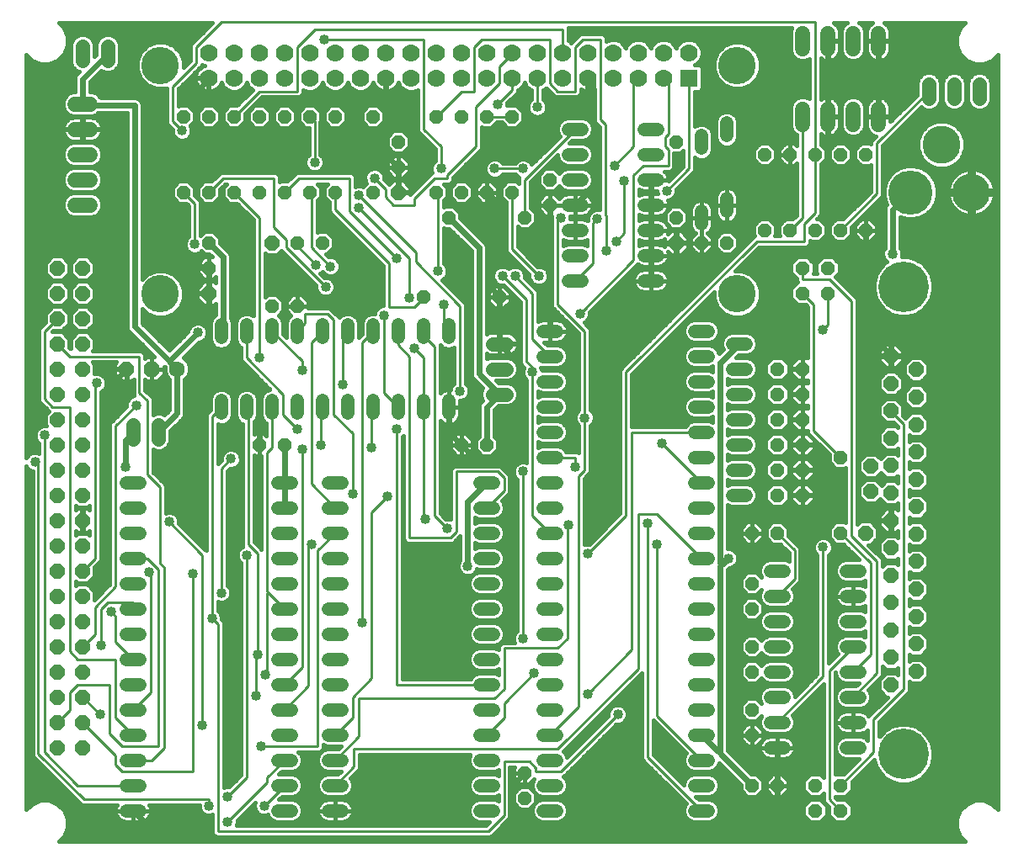
<source format=gbl>
G75*
%MOIN*%
%OFA0B0*%
%FSLAX24Y24*%
%IPPOS*%
%LPD*%
%AMOC8*
5,1,8,0,0,1.08239X$1,22.5*
%
%ADD10OC8,0.0520*%
%ADD11C,0.0520*%
%ADD12C,0.0560*%
%ADD13OC8,0.0560*%
%ADD14C,0.0600*%
%ADD15OC8,0.0600*%
%ADD16C,0.2000*%
%ADD17R,0.0700X0.0700*%
%ADD18C,0.0700*%
%ADD19C,0.1483*%
%ADD20C,0.1750*%
%ADD21C,0.1500*%
%ADD22OC8,0.0630*%
%ADD23C,0.0630*%
%ADD24C,0.0100*%
%ADD25C,0.0400*%
%ADD26C,0.0240*%
%ADD27C,0.0160*%
D10*
X021180Y002680D03*
X021180Y003680D03*
X030180Y003180D03*
X031180Y003180D03*
X030180Y005180D03*
X030180Y006180D03*
X030180Y007680D03*
X030180Y008680D03*
X030180Y010180D03*
X030180Y011180D03*
X030180Y013180D03*
X031180Y013180D03*
X033680Y013180D03*
X033680Y016180D03*
X029180Y024680D03*
X028180Y024680D03*
X027180Y025680D03*
X030680Y025180D03*
X031680Y025180D03*
X032680Y025180D03*
X033680Y025180D03*
X034680Y025180D03*
X034680Y028180D03*
X033680Y028180D03*
X032680Y028180D03*
X031680Y028180D03*
X030680Y028180D03*
X027180Y028680D03*
X022180Y027180D03*
X022180Y026180D03*
X021180Y025680D03*
X020680Y026680D03*
X019680Y026680D03*
X018680Y026680D03*
X017680Y026680D03*
X018180Y025680D03*
X016180Y027680D03*
X016180Y028680D03*
X015180Y029680D03*
X013680Y029680D03*
X012680Y029680D03*
X011680Y029680D03*
X010680Y029680D03*
X009680Y029680D03*
X008680Y029680D03*
X007680Y029680D03*
X007680Y026680D03*
X008680Y026680D03*
X009680Y026680D03*
X010680Y026680D03*
X011680Y026680D03*
X012680Y026680D03*
X013680Y026680D03*
X015180Y026680D03*
X013180Y024680D03*
X012180Y024680D03*
X012180Y022180D03*
X011180Y022180D03*
X008680Y023680D03*
X008680Y024680D03*
X017180Y022530D03*
X020180Y022530D03*
X019680Y016680D03*
X018680Y016680D03*
X011680Y016680D03*
X010680Y016680D03*
X017680Y029680D03*
X018680Y029680D03*
X019680Y029680D03*
X020680Y029680D03*
D11*
X022920Y029180D02*
X023440Y029180D01*
X023440Y028180D02*
X022920Y028180D01*
X022920Y027180D02*
X023440Y027180D01*
X023440Y026180D02*
X022920Y026180D01*
X022920Y025180D02*
X023440Y025180D01*
X023440Y024180D02*
X022920Y024180D01*
X022920Y023180D02*
X023440Y023180D01*
X025920Y023180D02*
X026440Y023180D01*
X026440Y024180D02*
X025920Y024180D01*
X025920Y025180D02*
X026440Y025180D01*
X026440Y026180D02*
X025920Y026180D01*
X025920Y027180D02*
X026440Y027180D01*
X026440Y028180D02*
X025920Y028180D01*
X025920Y029180D02*
X026440Y029180D01*
X028180Y028940D02*
X028180Y028420D01*
X029180Y028920D02*
X029180Y029440D01*
X029180Y026440D02*
X029180Y025920D01*
X028180Y025940D02*
X028180Y025420D01*
X027920Y021180D02*
X028440Y021180D01*
X029420Y020680D02*
X029940Y020680D01*
X029940Y019680D02*
X029420Y019680D01*
X028440Y019180D02*
X027920Y019180D01*
X027920Y018180D02*
X028440Y018180D01*
X028440Y017180D02*
X027920Y017180D01*
X027920Y016180D02*
X028440Y016180D01*
X029420Y015680D02*
X029940Y015680D01*
X029940Y014680D02*
X029420Y014680D01*
X028440Y015180D02*
X027920Y015180D01*
X027920Y014180D02*
X028440Y014180D01*
X028440Y013180D02*
X027920Y013180D01*
X027920Y012180D02*
X028440Y012180D01*
X028440Y011180D02*
X027920Y011180D01*
X027920Y010180D02*
X028440Y010180D01*
X028440Y009180D02*
X027920Y009180D01*
X027920Y008180D02*
X028440Y008180D01*
X028440Y007180D02*
X027920Y007180D01*
X027920Y006180D02*
X028440Y006180D01*
X028440Y005180D02*
X027920Y005180D01*
X027920Y004180D02*
X028440Y004180D01*
X028440Y003180D02*
X027920Y003180D01*
X027920Y002180D02*
X028440Y002180D01*
X030920Y004680D02*
X031440Y004680D01*
X031440Y005680D02*
X030920Y005680D01*
X030920Y006680D02*
X031440Y006680D01*
X031440Y007680D02*
X030920Y007680D01*
X030920Y008680D02*
X031440Y008680D01*
X031440Y009680D02*
X030920Y009680D01*
X030920Y010680D02*
X031440Y010680D01*
X031440Y011680D02*
X030920Y011680D01*
X033920Y011680D02*
X034440Y011680D01*
X034440Y010680D02*
X033920Y010680D01*
X033920Y009680D02*
X034440Y009680D01*
X034440Y008680D02*
X033920Y008680D01*
X033920Y007680D02*
X034440Y007680D01*
X034440Y006680D02*
X033920Y006680D01*
X033920Y005680D02*
X034440Y005680D01*
X034440Y004680D02*
X033920Y004680D01*
X022440Y004180D02*
X021920Y004180D01*
X021920Y003180D02*
X022440Y003180D01*
X022440Y002180D02*
X021920Y002180D01*
X019940Y002180D02*
X019420Y002180D01*
X019420Y003180D02*
X019940Y003180D01*
X019940Y004180D02*
X019420Y004180D01*
X019420Y005180D02*
X019940Y005180D01*
X019940Y006180D02*
X019420Y006180D01*
X019420Y007180D02*
X019940Y007180D01*
X019940Y008180D02*
X019420Y008180D01*
X019420Y009180D02*
X019940Y009180D01*
X019940Y010180D02*
X019420Y010180D01*
X019420Y011180D02*
X019940Y011180D01*
X019940Y012180D02*
X019420Y012180D01*
X019420Y013180D02*
X019940Y013180D01*
X019940Y014180D02*
X019420Y014180D01*
X019420Y015180D02*
X019940Y015180D01*
X021920Y015180D02*
X022440Y015180D01*
X022440Y014180D02*
X021920Y014180D01*
X021920Y013180D02*
X022440Y013180D01*
X022440Y012180D02*
X021920Y012180D01*
X021920Y011180D02*
X022440Y011180D01*
X022440Y010180D02*
X021920Y010180D01*
X021920Y009180D02*
X022440Y009180D01*
X022440Y008180D02*
X021920Y008180D01*
X021920Y007180D02*
X022440Y007180D01*
X022440Y006180D02*
X021920Y006180D01*
X021920Y005180D02*
X022440Y005180D01*
X013940Y005180D02*
X013420Y005180D01*
X013420Y006180D02*
X013940Y006180D01*
X013940Y007180D02*
X013420Y007180D01*
X013420Y008180D02*
X013940Y008180D01*
X013940Y009180D02*
X013420Y009180D01*
X013420Y010180D02*
X013940Y010180D01*
X013940Y011180D02*
X013420Y011180D01*
X013420Y012180D02*
X013940Y012180D01*
X013940Y013180D02*
X013420Y013180D01*
X013420Y014180D02*
X013940Y014180D01*
X013940Y015180D02*
X013420Y015180D01*
X011940Y015180D02*
X011420Y015180D01*
X011420Y014180D02*
X011940Y014180D01*
X011940Y013180D02*
X011420Y013180D01*
X011420Y012180D02*
X011940Y012180D01*
X011940Y011180D02*
X011420Y011180D01*
X011420Y010180D02*
X011940Y010180D01*
X011940Y009180D02*
X011420Y009180D01*
X011420Y008180D02*
X011940Y008180D01*
X011940Y007180D02*
X011420Y007180D01*
X011420Y006180D02*
X011940Y006180D01*
X011940Y005180D02*
X011420Y005180D01*
X011420Y004180D02*
X011940Y004180D01*
X011940Y003180D02*
X011420Y003180D01*
X011420Y002180D02*
X011940Y002180D01*
X013420Y002180D02*
X013940Y002180D01*
X013940Y003180D02*
X013420Y003180D01*
X013420Y004180D02*
X013940Y004180D01*
X005940Y004180D02*
X005420Y004180D01*
X005420Y003180D02*
X005940Y003180D01*
X005940Y002180D02*
X005420Y002180D01*
X005420Y005180D02*
X005940Y005180D01*
X005940Y006180D02*
X005420Y006180D01*
X005420Y007180D02*
X005940Y007180D01*
X005940Y008180D02*
X005420Y008180D01*
X005420Y009180D02*
X005940Y009180D01*
X005940Y010180D02*
X005420Y010180D01*
X005420Y011180D02*
X005940Y011180D01*
X005940Y012180D02*
X005420Y012180D01*
X005420Y013180D02*
X005940Y013180D01*
X005940Y014180D02*
X005420Y014180D01*
X005420Y015180D02*
X005940Y015180D01*
X009180Y017920D02*
X009180Y018440D01*
X010180Y018440D02*
X010180Y017920D01*
X011180Y017920D02*
X011180Y018440D01*
X012180Y018440D02*
X012180Y017920D01*
X013180Y017920D02*
X013180Y018440D01*
X014180Y018440D02*
X014180Y017920D01*
X015180Y017920D02*
X015180Y018440D01*
X016180Y018440D02*
X016180Y017920D01*
X017180Y017920D02*
X017180Y018440D01*
X018180Y018440D02*
X018180Y017920D01*
X018180Y020920D02*
X018180Y021440D01*
X017180Y021440D02*
X017180Y020920D01*
X016180Y020920D02*
X016180Y021440D01*
X015180Y021440D02*
X015180Y020920D01*
X014180Y020920D02*
X014180Y021440D01*
X013180Y021440D02*
X013180Y020920D01*
X012180Y020920D02*
X012180Y021440D01*
X011180Y021440D02*
X011180Y020920D01*
X010180Y020920D02*
X010180Y021440D01*
X009180Y021440D02*
X009180Y020920D01*
X021920Y021180D02*
X022440Y021180D01*
X022440Y020180D02*
X021920Y020180D01*
X021920Y019180D02*
X022440Y019180D01*
X022440Y018180D02*
X021920Y018180D01*
X021920Y017180D02*
X022440Y017180D01*
X022440Y016180D02*
X021920Y016180D01*
X027920Y020180D02*
X028440Y020180D01*
X029420Y018680D02*
X029940Y018680D01*
X029940Y017680D02*
X029420Y017680D01*
X029420Y016680D02*
X029940Y016680D01*
D12*
X020460Y018680D02*
X019900Y018680D01*
X019900Y019680D02*
X020460Y019680D01*
X020460Y020680D02*
X019900Y020680D01*
X006680Y017460D02*
X006680Y016900D01*
X005680Y016900D02*
X005680Y017460D01*
X004680Y031900D02*
X004680Y032460D01*
X003680Y032460D02*
X003680Y031900D01*
X037180Y030960D02*
X037180Y030400D01*
X038180Y030400D02*
X038180Y030960D01*
X039180Y030960D02*
X039180Y030400D01*
D13*
X033180Y023680D03*
X033180Y022680D03*
X032180Y022680D03*
X032180Y023680D03*
X032180Y019680D03*
X032180Y018680D03*
X032180Y017680D03*
X032180Y016680D03*
X032180Y015680D03*
X032180Y014680D03*
X031180Y014680D03*
X031180Y015680D03*
X031180Y016680D03*
X031180Y017680D03*
X031180Y018680D03*
X031180Y019680D03*
X032680Y003180D03*
X033680Y003180D03*
X033680Y002180D03*
X032680Y002180D03*
D14*
X003980Y026180D02*
X003380Y026180D01*
X003380Y027180D02*
X003980Y027180D01*
X003980Y028180D02*
X003380Y028180D01*
X003380Y029180D02*
X003980Y029180D01*
X003980Y030180D02*
X003380Y030180D01*
X032180Y029980D02*
X032180Y029380D01*
X033180Y029380D02*
X033180Y029980D01*
X034180Y029980D02*
X034180Y029380D01*
X035180Y029380D02*
X035180Y029980D01*
X035180Y032380D02*
X035180Y032980D01*
X034180Y032980D02*
X034180Y032380D01*
X033180Y032380D02*
X033180Y032980D01*
X032180Y032980D02*
X032180Y032380D01*
D15*
X027180Y024680D03*
X035680Y020200D03*
X036680Y019660D03*
X035680Y019110D03*
X036680Y018570D03*
X035680Y018030D03*
X036680Y017480D03*
X035680Y016940D03*
X036680Y016400D03*
X035680Y015850D03*
X034880Y015830D03*
X034880Y014830D03*
X035680Y014770D03*
X036680Y015310D03*
X036680Y014220D03*
X035680Y013680D03*
X036680Y013140D03*
X035680Y012590D03*
X036680Y012050D03*
X035680Y011510D03*
X036680Y010960D03*
X035680Y010420D03*
X036680Y009880D03*
X035680Y009330D03*
X036680Y008790D03*
X035680Y008250D03*
X036680Y007700D03*
X035680Y007160D03*
X034680Y013180D03*
X016180Y026680D03*
X011180Y024680D03*
X008680Y022680D03*
X005430Y019680D03*
X003680Y019680D03*
X002680Y019680D03*
X002680Y018680D03*
X003680Y018680D03*
X003680Y017680D03*
X002680Y017680D03*
X002680Y016680D03*
X003680Y016680D03*
X003680Y015680D03*
X002680Y015680D03*
X002680Y014680D03*
X003680Y014680D03*
X003680Y013680D03*
X002680Y013680D03*
X002680Y012680D03*
X003680Y012680D03*
X003680Y011680D03*
X003680Y010680D03*
X002680Y010680D03*
X002680Y011680D03*
X002680Y009680D03*
X003680Y009680D03*
X003680Y008680D03*
X002680Y008680D03*
X002680Y007680D03*
X003680Y007680D03*
X003680Y006680D03*
X002680Y006680D03*
X002680Y005680D03*
X003680Y005680D03*
X003680Y004680D03*
X002680Y004680D03*
X002680Y020680D03*
X003680Y020680D03*
X003680Y021680D03*
X002680Y021680D03*
X002680Y022680D03*
X002680Y023680D03*
X003680Y023680D03*
X003680Y022680D03*
D16*
X036180Y022940D03*
X036180Y004420D03*
D17*
X027680Y031208D03*
D18*
X026680Y031208D03*
X025680Y031208D03*
X025680Y032208D03*
X026680Y032208D03*
X027680Y032208D03*
X024680Y032208D03*
X023680Y032208D03*
X022680Y032208D03*
X021680Y032208D03*
X020680Y032208D03*
X019680Y032208D03*
X018680Y032208D03*
X017680Y032208D03*
X016680Y032208D03*
X015680Y032208D03*
X014680Y032208D03*
X013680Y032208D03*
X012680Y032208D03*
X011680Y032208D03*
X010680Y032208D03*
X009680Y032208D03*
X008680Y032208D03*
X008680Y031208D03*
X009680Y031208D03*
X010680Y031208D03*
X011680Y031208D03*
X012680Y031208D03*
X013680Y031208D03*
X014680Y031208D03*
X015680Y031208D03*
X016680Y031208D03*
X017680Y031208D03*
X018680Y031208D03*
X019680Y031208D03*
X020680Y031208D03*
X021680Y031208D03*
X022680Y031208D03*
X023680Y031208D03*
X024680Y031208D03*
D19*
X029597Y031708D03*
X029597Y022652D03*
X006763Y022652D03*
X006763Y031708D03*
D20*
X036460Y026680D03*
D21*
X038861Y026680D03*
X037680Y028570D03*
D22*
X006430Y019680D03*
D23*
X007430Y019680D03*
D24*
X005930Y020180D02*
X005930Y018743D01*
X006243Y018430D01*
X006243Y015493D01*
X006743Y014993D01*
X006743Y011993D01*
X006930Y011805D01*
X006930Y004680D01*
X006430Y004180D01*
X005680Y004180D01*
X005243Y004743D02*
X006680Y004743D01*
X006680Y011743D01*
X006243Y012180D01*
X005680Y012180D01*
X006305Y011618D02*
X006368Y011555D01*
X006368Y006868D01*
X005680Y006180D01*
X004993Y005868D02*
X005680Y005180D01*
X005243Y004743D02*
X004743Y005243D01*
X004743Y007180D01*
X003493Y007180D01*
X003180Y006868D01*
X003180Y006180D01*
X002680Y005680D01*
X003680Y005680D02*
X004993Y004368D01*
X004993Y003993D01*
X005243Y003743D01*
X008055Y003743D01*
X008055Y011555D01*
X008430Y012305D02*
X008430Y005555D01*
X010555Y006743D02*
X010555Y008305D01*
X010618Y008368D01*
X010618Y012368D01*
X010243Y012743D01*
X010243Y018118D01*
X010180Y018180D01*
X009180Y018180D02*
X008805Y017805D01*
X008805Y009805D01*
X009055Y009555D01*
X009055Y001368D01*
X019743Y001368D01*
X020368Y001993D01*
X020368Y004118D01*
X021368Y004118D01*
X021618Y003868D01*
X021618Y003743D01*
X022618Y003743D01*
X024868Y005993D01*
X023680Y006805D02*
X025430Y008555D01*
X025430Y017180D01*
X028180Y017180D01*
X026618Y016743D02*
X028180Y015180D01*
X026430Y013930D02*
X025680Y013930D01*
X025680Y007805D01*
X022493Y004618D01*
X014430Y004618D01*
X014430Y003930D01*
X013680Y003180D01*
X013680Y004180D02*
X014618Y005118D01*
X014618Y006618D01*
X019993Y006618D01*
X020368Y006993D01*
X020368Y008618D01*
X022493Y008618D01*
X022868Y008993D01*
X022868Y013430D01*
X022930Y013493D01*
X022180Y013180D02*
X021493Y013868D01*
X021493Y019555D01*
X021493Y019743D01*
X021243Y019993D01*
X021243Y022430D01*
X020305Y023368D01*
X020805Y023368D02*
X021493Y022680D01*
X021493Y020868D01*
X022180Y020180D01*
X023555Y021180D02*
X022493Y022243D01*
X022493Y025555D01*
X022618Y025680D01*
X023868Y025430D02*
X023868Y023868D01*
X023180Y023180D01*
X021743Y023368D02*
X020680Y024430D01*
X020680Y026680D01*
X021180Y027180D02*
X021180Y025680D01*
X021180Y027180D02*
X023180Y029180D01*
X024180Y029555D02*
X024368Y029368D01*
X024368Y025805D01*
X024430Y025743D01*
X024430Y024368D01*
X024805Y024743D02*
X025118Y025055D01*
X025118Y027118D01*
X025493Y027368D02*
X025868Y027743D01*
X026868Y027743D01*
X026868Y028368D01*
X026743Y028493D01*
X026743Y028868D01*
X026868Y028993D01*
X026868Y030993D01*
X026680Y031180D01*
X026680Y031208D01*
X025680Y031180D02*
X025680Y031208D01*
X025680Y031180D02*
X025493Y030993D01*
X025493Y028493D01*
X024743Y027743D01*
X025493Y027368D02*
X025493Y023993D01*
X023368Y021868D01*
X023555Y021180D02*
X023555Y017743D01*
X023555Y015680D01*
X023305Y015430D01*
X023305Y006305D01*
X022180Y005180D01*
X020368Y005868D02*
X019680Y005180D01*
X020368Y005868D02*
X020368Y006430D01*
X021555Y007618D01*
X021118Y008993D02*
X021118Y015618D01*
X020368Y015368D02*
X020368Y014868D01*
X019680Y014180D01*
X020368Y015368D02*
X020118Y015618D01*
X018493Y015618D01*
X018493Y013243D01*
X018243Y012993D01*
X016618Y012993D01*
X016618Y020180D01*
X016180Y020618D01*
X016180Y021180D01*
X015618Y021805D02*
X015618Y018743D01*
X016180Y018180D01*
X016118Y017305D02*
X016118Y007180D01*
X019680Y007180D01*
X015118Y007430D02*
X014368Y006680D01*
X014368Y005868D01*
X013680Y005180D01*
X012993Y004743D02*
X012993Y012493D01*
X013680Y013180D01*
X012743Y012743D02*
X012618Y012618D01*
X012618Y007118D01*
X011680Y006180D01*
X011680Y007180D02*
X012368Y007868D01*
X012368Y016493D01*
X013118Y016680D02*
X013118Y018118D01*
X013180Y018180D01*
X013618Y017868D02*
X013618Y021618D01*
X013368Y021868D01*
X012493Y021868D01*
X012493Y021493D01*
X012180Y021180D01*
X012743Y020743D02*
X012743Y015118D01*
X013680Y014180D01*
X014368Y014743D02*
X014368Y017118D01*
X013618Y017868D01*
X013993Y019055D02*
X013993Y020993D01*
X014180Y021180D01*
X014743Y020743D02*
X014743Y009618D01*
X015118Y007430D02*
X015118Y013993D01*
X015743Y014618D01*
X017180Y013805D02*
X017243Y013743D01*
X017180Y013805D02*
X017180Y018180D01*
X017180Y020118D01*
X016805Y020493D01*
X017180Y020993D02*
X017180Y021180D01*
X017180Y020993D02*
X017618Y020555D01*
X017618Y013868D01*
X018118Y013368D01*
X015118Y016555D02*
X015118Y018118D01*
X015180Y018180D01*
X012180Y017305D02*
X011618Y017868D01*
X011618Y018680D01*
X010180Y020118D01*
X010180Y021180D01*
X011180Y021180D02*
X012368Y019993D01*
X012368Y019618D01*
X012743Y020743D02*
X013180Y021180D01*
X014743Y020743D02*
X015180Y021180D01*
X015805Y022118D02*
X015805Y023868D01*
X013680Y025993D01*
X013680Y026680D01*
X014243Y027243D02*
X014243Y025930D01*
X016118Y024055D01*
X016618Y024055D02*
X016618Y022493D01*
X016805Y022118D02*
X015805Y022118D01*
X016805Y022118D02*
X017180Y022493D01*
X017180Y022530D01*
X017993Y022243D02*
X017993Y021368D01*
X018180Y021180D01*
X018618Y022180D02*
X016868Y023930D01*
X016868Y024305D01*
X014618Y026555D01*
X014618Y026055D02*
X016618Y024055D01*
X017743Y023555D02*
X017743Y026618D01*
X017680Y026680D01*
X017618Y027243D02*
X018118Y027243D01*
X018118Y027368D01*
X019243Y028493D01*
X019243Y030055D01*
X020180Y030993D01*
X020180Y031680D01*
X020680Y032180D01*
X020680Y032208D01*
X020680Y031208D02*
X020680Y030743D01*
X020118Y030180D01*
X019680Y029680D02*
X020680Y029680D01*
X021680Y030055D02*
X021680Y031208D01*
X022180Y030993D02*
X022493Y030680D01*
X023180Y030680D01*
X023180Y032430D01*
X023493Y032743D01*
X024180Y032743D01*
X024180Y029555D01*
X022180Y030993D02*
X022180Y032743D01*
X019493Y032743D01*
X019180Y032430D01*
X019180Y030680D01*
X018680Y030680D01*
X017680Y029680D01*
X017180Y029180D02*
X017868Y028493D01*
X017868Y027618D01*
X017618Y027243D02*
X016805Y026430D01*
X016805Y026180D01*
X015993Y026180D01*
X015680Y026493D01*
X015680Y026805D01*
X015243Y027243D01*
X014243Y027243D02*
X012243Y027243D01*
X011680Y026680D01*
X011243Y027243D02*
X011243Y025305D01*
X011743Y024805D01*
X011743Y024493D01*
X013305Y022930D01*
X013493Y023743D02*
X012743Y024493D01*
X012743Y026618D01*
X012680Y026680D01*
X012868Y027868D02*
X012868Y029493D01*
X012680Y029680D01*
X012180Y030680D02*
X012180Y032430D01*
X012868Y033118D01*
X022680Y033118D01*
X022680Y032208D01*
X027680Y031208D02*
X027680Y027618D01*
X026805Y026743D01*
X024055Y025618D02*
X023868Y025430D01*
X021118Y027618D02*
X019993Y027618D01*
X017180Y029180D02*
X017180Y032743D01*
X013243Y032743D01*
X012180Y030680D02*
X010680Y030680D01*
X009680Y029680D01*
X007618Y029118D02*
X007243Y029493D01*
X007243Y030868D01*
X008180Y031805D01*
X008180Y032430D01*
X009180Y033430D01*
X032680Y033430D01*
X032680Y028180D01*
X032680Y025868D01*
X032243Y025430D01*
X032243Y024743D01*
X030368Y024743D01*
X025180Y019555D01*
X025180Y013868D01*
X023680Y012368D01*
X026055Y013555D02*
X026055Y004305D01*
X028180Y002180D01*
X028180Y004180D02*
X026430Y005930D01*
X026430Y012743D01*
X026430Y013930D02*
X028180Y012180D01*
X031180Y013180D02*
X031868Y012493D01*
X031868Y011368D01*
X031180Y010680D01*
X032993Y012618D02*
X032993Y007493D01*
X031180Y005680D01*
X033243Y007743D02*
X033243Y002618D01*
X033680Y002180D01*
X033680Y003180D02*
X034993Y004493D01*
X034993Y005805D01*
X036180Y006993D01*
X036180Y017493D01*
X035680Y017993D01*
X035680Y018030D01*
X033680Y016180D02*
X032618Y017243D01*
X032618Y022243D01*
X032180Y022680D01*
X032180Y023243D02*
X032180Y023680D01*
X032180Y023243D02*
X033243Y023243D01*
X034118Y022368D01*
X034118Y013055D01*
X035118Y012055D01*
X035118Y007618D01*
X034180Y006680D01*
X034180Y007680D02*
X034868Y008368D01*
X034868Y011993D01*
X033680Y013180D01*
X034180Y008680D02*
X033243Y007743D01*
X023180Y015805D02*
X023180Y016180D01*
X022180Y016180D01*
X018618Y018805D02*
X018618Y022180D01*
X012930Y023805D02*
X012180Y024555D01*
X012180Y024680D01*
X010680Y025680D02*
X010680Y020118D01*
X011180Y018180D02*
X011180Y016555D01*
X010993Y016368D01*
X010993Y010868D01*
X011024Y010836D01*
X010993Y010805D01*
X010993Y007618D01*
X010930Y007555D01*
X011680Y010180D02*
X011024Y010836D01*
X010180Y012305D02*
X010180Y003493D01*
X009430Y002743D01*
X008680Y002618D02*
X008680Y002368D01*
X008680Y002618D02*
X003743Y002618D01*
X001930Y004430D01*
X001930Y015868D01*
X001805Y015993D01*
X002180Y017055D02*
X002180Y004493D01*
X003493Y003180D01*
X005680Y003180D01*
X004993Y005868D02*
X004993Y008180D01*
X003493Y008180D01*
X003180Y008493D01*
X003180Y018180D01*
X002493Y018180D01*
X002180Y018493D01*
X002180Y021180D01*
X002680Y021680D01*
X002680Y020680D02*
X003180Y020180D01*
X005930Y020180D01*
X004243Y019118D02*
X004180Y019055D01*
X004180Y012180D01*
X003680Y011680D01*
X004993Y011055D02*
X004180Y010243D01*
X004180Y009180D01*
X003680Y008680D01*
X004430Y008743D02*
X004430Y010180D01*
X004680Y010430D01*
X005680Y010430D01*
X005680Y010180D01*
X004993Y009868D02*
X004993Y008868D01*
X005680Y008180D01*
X004993Y009868D02*
X004805Y010055D01*
X004993Y011055D02*
X004993Y017430D01*
X005805Y018243D01*
X009180Y015743D02*
X009180Y010805D01*
X008430Y012305D02*
X007118Y013618D01*
X009180Y015743D02*
X009555Y016118D01*
X008118Y024618D02*
X008118Y026243D01*
X007680Y026680D01*
X008680Y026680D02*
X009243Y027243D01*
X011243Y027243D01*
X010680Y025680D02*
X009680Y026680D01*
X031680Y025180D02*
X032180Y025680D01*
X032180Y029680D01*
X035118Y028618D02*
X035118Y026618D01*
X033680Y025180D01*
X033180Y022680D02*
X033180Y021430D01*
X032993Y021243D01*
X035118Y028618D02*
X037180Y030680D01*
X004368Y005993D02*
X003680Y006680D01*
X009430Y001743D02*
X010993Y003305D01*
X010993Y003493D01*
X011680Y004180D01*
X010743Y004743D02*
X012993Y004743D01*
X011680Y003180D02*
X010868Y002368D01*
D25*
X010868Y002368D03*
X009430Y002743D03*
X008680Y002368D03*
X009430Y001743D03*
X006743Y001118D03*
X010743Y004743D03*
X008430Y005555D03*
X010555Y006743D03*
X010930Y007555D03*
X010618Y008368D03*
X008805Y009805D03*
X009180Y010805D03*
X008055Y011555D03*
X006305Y011618D03*
X004805Y010055D03*
X004430Y008743D03*
X004368Y005993D03*
X010180Y012305D03*
X012743Y012743D03*
X014368Y014743D03*
X015743Y014618D03*
X017243Y013743D03*
X018118Y013368D03*
X018930Y011868D03*
X021118Y008993D03*
X021555Y007618D03*
X023680Y006805D03*
X024868Y005993D03*
X023680Y012368D03*
X022930Y013493D03*
X023180Y015805D03*
X021118Y015618D03*
X023555Y017743D03*
X021493Y019555D03*
X018618Y018805D03*
X016805Y020493D03*
X015618Y021805D03*
X016618Y022493D03*
X017993Y022243D03*
X017743Y023555D03*
X016118Y024055D03*
X014618Y026055D03*
X014618Y026555D03*
X015243Y027243D03*
X012868Y027868D03*
X008118Y024618D03*
X008243Y021118D03*
X008368Y020368D03*
X010680Y020118D03*
X012368Y019618D03*
X013993Y019055D03*
X012180Y017305D03*
X013118Y016680D03*
X012368Y016493D03*
X015118Y016555D03*
X016118Y017305D03*
X009555Y016118D03*
X007118Y013618D03*
X004555Y013805D03*
X005368Y015805D03*
X002180Y017055D03*
X001805Y015993D03*
X004243Y019118D03*
X005805Y018243D03*
X012930Y023805D03*
X013493Y023743D03*
X013305Y022930D03*
X017868Y027618D03*
X019993Y027618D03*
X021118Y027618D03*
X022618Y025680D03*
X024055Y025618D03*
X024805Y024743D03*
X024430Y024368D03*
X021743Y023368D03*
X020805Y023368D03*
X020305Y023368D03*
X023368Y021868D03*
X026805Y026743D03*
X025118Y027118D03*
X024743Y027743D03*
X021680Y030055D03*
X020118Y030180D03*
X013243Y032743D03*
X007618Y029118D03*
X026618Y016743D03*
X026055Y013555D03*
X026430Y012743D03*
X029243Y012180D03*
X032993Y012618D03*
X032993Y021243D03*
X035743Y024243D03*
X014743Y009618D03*
D26*
X018930Y011868D02*
X018930Y014430D01*
X019680Y015180D01*
X019180Y016180D02*
X020993Y016180D01*
X020993Y019868D01*
X020180Y020680D01*
X020180Y022530D01*
X020118Y022618D01*
X019868Y022868D01*
X019868Y026493D01*
X019680Y026680D01*
X018180Y025680D02*
X019368Y024493D01*
X019368Y019493D01*
X020180Y018680D01*
X019680Y018180D01*
X019680Y016680D01*
X019180Y016180D02*
X018680Y016680D01*
X018180Y017180D01*
X018180Y018180D01*
X022180Y021180D02*
X022180Y026180D01*
X023180Y026180D02*
X023930Y026930D01*
X023930Y029430D01*
X023868Y029493D01*
X023868Y030993D01*
X023680Y031180D01*
X023680Y031208D01*
X026180Y027180D02*
X026180Y026180D01*
X026180Y025180D01*
X026180Y024680D01*
X027180Y024680D01*
X026180Y024680D02*
X026180Y024180D01*
X026180Y023180D01*
X028930Y019930D02*
X029680Y020680D01*
X028930Y019930D02*
X028930Y011993D01*
X028993Y011930D01*
X029243Y012180D01*
X028993Y011930D02*
X028930Y011868D01*
X028930Y004555D01*
X028868Y004493D01*
X028180Y005180D01*
X028868Y004493D02*
X030180Y003180D01*
X031180Y003180D02*
X031180Y004680D01*
X031180Y003180D02*
X031180Y001680D01*
X021493Y001680D01*
X020743Y002430D01*
X020680Y002368D01*
X020680Y001055D01*
X006805Y001055D01*
X006743Y001118D01*
X005680Y002180D01*
X004555Y013805D02*
X004680Y013930D01*
X004680Y018930D01*
X005430Y019680D01*
X007118Y019993D02*
X008243Y021118D01*
X008680Y020680D02*
X008368Y020368D01*
X008680Y020680D02*
X008680Y022680D01*
X008680Y023680D01*
X008618Y023493D01*
X007180Y024930D01*
X007180Y026868D01*
X008180Y027868D01*
X008180Y029180D01*
X012180Y029180D01*
X012180Y029868D01*
X012493Y030180D01*
X015680Y030180D01*
X015680Y031208D01*
X015680Y030180D02*
X015680Y028180D01*
X016180Y027680D01*
X016180Y026680D01*
X009243Y024118D02*
X009243Y021243D01*
X009180Y021180D01*
X008680Y020680D02*
X010680Y018680D01*
X010680Y016680D01*
X011680Y016680D02*
X011680Y015180D01*
X011680Y014180D01*
X007430Y017930D02*
X007430Y019680D01*
X007118Y019993D01*
X005743Y021368D01*
X005743Y030118D01*
X003743Y030118D01*
X003680Y030180D01*
X003680Y031180D01*
X004680Y032180D01*
X008180Y030680D02*
X008180Y029180D01*
X008180Y030680D02*
X008680Y031180D01*
X008680Y031208D01*
X008680Y024680D02*
X009243Y024118D01*
X007430Y017930D02*
X006680Y017180D01*
X005680Y017180D02*
X005368Y016868D01*
X005368Y015805D01*
X020680Y003180D02*
X020680Y002493D01*
X020743Y002430D01*
X020680Y003180D02*
X021180Y003680D01*
X035680Y020200D02*
X035680Y020243D01*
X034680Y021243D01*
X034680Y025180D01*
X035743Y025993D02*
X035743Y024243D01*
X035743Y025993D02*
X036430Y026680D01*
X036460Y026680D01*
X035180Y029680D02*
X035180Y031805D01*
X033180Y031805D01*
X033180Y032680D01*
X035180Y032680D02*
X035180Y031805D01*
D27*
X001460Y015832D02*
X001460Y002240D01*
X001667Y002447D01*
X002000Y002585D01*
X002360Y002585D01*
X002693Y002447D01*
X002947Y002193D01*
X003085Y001860D01*
X003085Y001500D01*
X002947Y001167D01*
X002740Y000960D01*
X038620Y000960D01*
X038413Y001167D01*
X038275Y001500D01*
X038275Y001860D01*
X038413Y002193D01*
X038667Y002447D01*
X039000Y002585D01*
X039360Y002585D01*
X039693Y002447D01*
X039900Y002240D01*
X039900Y032120D01*
X039693Y031913D01*
X039360Y031775D01*
X039000Y031775D01*
X038667Y031913D01*
X038413Y032167D01*
X038275Y032500D01*
X038275Y032860D01*
X038413Y033193D01*
X038620Y033400D01*
X035413Y033400D01*
X035432Y033391D01*
X035493Y033346D01*
X035546Y033293D01*
X035591Y033232D01*
X035625Y033164D01*
X035648Y033092D01*
X035660Y033018D01*
X035660Y032700D01*
X035200Y032700D01*
X035200Y032660D01*
X035660Y032660D01*
X035660Y032342D01*
X035648Y032268D01*
X035625Y032196D01*
X035591Y032128D01*
X035546Y032067D01*
X035493Y032014D01*
X035432Y031969D01*
X035364Y031935D01*
X035292Y031912D01*
X035218Y031900D01*
X035200Y031900D01*
X035200Y032660D01*
X035160Y032660D01*
X035160Y031900D01*
X035142Y031900D01*
X035068Y031912D01*
X034996Y031935D01*
X034928Y031969D01*
X034867Y032014D01*
X034814Y032067D01*
X034769Y032128D01*
X034735Y032196D01*
X034712Y032268D01*
X034700Y032342D01*
X034700Y032660D01*
X035160Y032660D01*
X035160Y032700D01*
X034700Y032700D01*
X034700Y033018D01*
X034712Y033092D01*
X034735Y033164D01*
X034769Y033232D01*
X034814Y033293D01*
X034867Y033346D01*
X034928Y033391D01*
X034947Y033400D01*
X034420Y033400D01*
X034452Y033387D01*
X034587Y033252D01*
X034660Y033075D01*
X034660Y032285D01*
X034587Y032108D01*
X034452Y031973D01*
X034275Y031900D01*
X034085Y031900D01*
X033908Y031973D01*
X033773Y032108D01*
X033700Y032285D01*
X033700Y033075D01*
X033773Y033252D01*
X033908Y033387D01*
X033940Y033400D01*
X033413Y033400D01*
X033432Y033391D01*
X033493Y033346D01*
X033546Y033293D01*
X033591Y033232D01*
X033625Y033164D01*
X033648Y033092D01*
X033660Y033018D01*
X033660Y032700D01*
X033200Y032700D01*
X033200Y032660D01*
X033660Y032660D01*
X033660Y032342D01*
X033648Y032268D01*
X033625Y032196D01*
X033591Y032128D01*
X033546Y032067D01*
X033493Y032014D01*
X033432Y031969D01*
X033364Y031935D01*
X033292Y031912D01*
X033218Y031900D01*
X033200Y031900D01*
X033200Y032660D01*
X033160Y032660D01*
X033160Y031900D01*
X033142Y031900D01*
X033068Y031912D01*
X032996Y031935D01*
X032928Y031969D01*
X032910Y031983D01*
X032910Y030377D01*
X032928Y030391D01*
X032996Y030425D01*
X033068Y030448D01*
X033142Y030460D01*
X033160Y030460D01*
X033160Y029700D01*
X033200Y029700D01*
X033200Y030460D01*
X033218Y030460D01*
X033292Y030448D01*
X033364Y030425D01*
X033432Y030391D01*
X033493Y030346D01*
X033546Y030293D01*
X033591Y030232D01*
X033625Y030164D01*
X033648Y030092D01*
X033660Y030018D01*
X033660Y029700D01*
X033200Y029700D01*
X033200Y029660D01*
X033660Y029660D01*
X033660Y029342D01*
X033648Y029268D01*
X033625Y029196D01*
X033591Y029128D01*
X033546Y029067D01*
X033493Y029014D01*
X033432Y028969D01*
X033364Y028935D01*
X033292Y028912D01*
X033218Y028900D01*
X033200Y028900D01*
X033200Y029660D01*
X033160Y029660D01*
X033160Y028900D01*
X033142Y028900D01*
X033068Y028912D01*
X032996Y028935D01*
X032928Y028969D01*
X032910Y028983D01*
X032910Y028572D01*
X033120Y028362D01*
X033120Y027998D01*
X032910Y027788D01*
X032910Y025772D01*
X032775Y025638D01*
X032758Y025620D01*
X032862Y025620D01*
X033120Y025362D01*
X033120Y024998D01*
X032862Y024740D01*
X032498Y024740D01*
X032472Y024765D01*
X032472Y024647D01*
X032338Y024513D01*
X030463Y024513D01*
X029524Y023574D01*
X029781Y023574D01*
X030119Y023434D01*
X030378Y023174D01*
X030519Y022836D01*
X030519Y022469D01*
X030378Y022131D01*
X030119Y021871D01*
X029781Y021731D01*
X029414Y021731D01*
X029075Y021871D01*
X028816Y022131D01*
X028676Y022469D01*
X028676Y022726D01*
X025410Y019460D01*
X025410Y017410D01*
X027539Y017410D01*
X027547Y017429D01*
X027671Y017553D01*
X027832Y017620D01*
X028528Y017620D01*
X028630Y017578D01*
X028630Y017782D01*
X028528Y017740D01*
X027832Y017740D01*
X027671Y017807D01*
X027547Y017931D01*
X027480Y018092D01*
X027480Y018268D01*
X027547Y018429D01*
X027671Y018553D01*
X027832Y018620D01*
X028528Y018620D01*
X028630Y018578D01*
X028630Y018782D01*
X028528Y018740D01*
X027832Y018740D01*
X027671Y018807D01*
X027547Y018931D01*
X027480Y019092D01*
X027480Y019268D01*
X027547Y019429D01*
X027671Y019553D01*
X027832Y019620D01*
X028528Y019620D01*
X028630Y019578D01*
X028630Y019782D01*
X028528Y019740D01*
X027832Y019740D01*
X027671Y019807D01*
X027547Y019931D01*
X027480Y020092D01*
X027480Y020268D01*
X027547Y020429D01*
X027671Y020553D01*
X027832Y020620D01*
X028528Y020620D01*
X028689Y020553D01*
X028813Y020429D01*
X028869Y020294D01*
X029035Y020459D01*
X028980Y020592D01*
X028980Y020768D01*
X029047Y020929D01*
X029171Y021053D01*
X029332Y021120D01*
X030028Y021120D01*
X030189Y021053D01*
X030313Y020929D01*
X030380Y020768D01*
X030380Y020592D01*
X030313Y020431D01*
X030189Y020307D01*
X030028Y020240D01*
X029664Y020240D01*
X029544Y020120D01*
X030028Y020120D01*
X030189Y020053D01*
X030313Y019929D01*
X030380Y019768D01*
X030380Y019592D01*
X030313Y019431D01*
X030189Y019307D01*
X030028Y019240D01*
X029332Y019240D01*
X029230Y019282D01*
X029230Y019078D01*
X029332Y019120D01*
X030028Y019120D01*
X030189Y019053D01*
X030313Y018929D01*
X030380Y018768D01*
X030380Y018592D01*
X030313Y018431D01*
X030189Y018307D01*
X030028Y018240D01*
X029332Y018240D01*
X029230Y018282D01*
X029230Y018078D01*
X029332Y018120D01*
X030028Y018120D01*
X030189Y018053D01*
X030313Y017929D01*
X030380Y017768D01*
X030380Y017592D01*
X030313Y017431D01*
X030189Y017307D01*
X030028Y017240D01*
X029332Y017240D01*
X029230Y017282D01*
X029230Y017078D01*
X029332Y017120D01*
X030028Y017120D01*
X030189Y017053D01*
X030313Y016929D01*
X030380Y016768D01*
X030380Y016592D01*
X030313Y016431D01*
X030189Y016307D01*
X030028Y016240D01*
X029332Y016240D01*
X029230Y016282D01*
X029230Y016078D01*
X029332Y016120D01*
X030028Y016120D01*
X030189Y016053D01*
X030313Y015929D01*
X030380Y015768D01*
X030380Y015592D01*
X030313Y015431D01*
X030189Y015307D01*
X030028Y015240D01*
X029332Y015240D01*
X029230Y015282D01*
X029230Y015078D01*
X029332Y015120D01*
X030028Y015120D01*
X030189Y015053D01*
X030313Y014929D01*
X030380Y014768D01*
X030380Y014592D01*
X030313Y014431D01*
X030189Y014307D01*
X030028Y014240D01*
X029332Y014240D01*
X029230Y014282D01*
X029230Y012560D01*
X029318Y012560D01*
X029458Y012502D01*
X029565Y012395D01*
X029622Y012256D01*
X029622Y012104D01*
X029565Y011965D01*
X029458Y011858D01*
X029318Y011800D01*
X029287Y011800D01*
X029247Y011760D01*
X029247Y011760D01*
X029230Y011743D01*
X029230Y004554D01*
X030164Y003620D01*
X030362Y003620D01*
X030620Y003362D01*
X030620Y002998D01*
X030362Y002740D01*
X029998Y002740D01*
X029740Y002998D01*
X029740Y003196D01*
X028869Y004066D01*
X028813Y003931D01*
X028689Y003807D01*
X028528Y003740D01*
X027832Y003740D01*
X027671Y003807D01*
X027547Y003931D01*
X027480Y004092D01*
X027480Y004268D01*
X027547Y004429D01*
X027576Y004458D01*
X026335Y005700D01*
X026285Y005750D01*
X026285Y004400D01*
X027480Y003205D01*
X027480Y003268D01*
X027547Y003429D01*
X027671Y003553D01*
X027832Y003620D01*
X028528Y003620D01*
X028689Y003553D01*
X028813Y003429D01*
X028880Y003268D01*
X028880Y003092D01*
X028813Y002931D01*
X028689Y002807D01*
X028528Y002740D01*
X027945Y002740D01*
X028065Y002620D01*
X028528Y002620D01*
X028689Y002553D01*
X028813Y002429D01*
X028880Y002268D01*
X028880Y002092D01*
X028813Y001931D01*
X028689Y001807D01*
X028528Y001740D01*
X027832Y001740D01*
X027671Y001807D01*
X027547Y001931D01*
X027480Y002092D01*
X027480Y002268D01*
X027547Y002429D01*
X027576Y002458D01*
X025960Y004075D01*
X025825Y004210D01*
X025825Y007625D01*
X022722Y004522D01*
X022721Y004521D01*
X022813Y004429D01*
X022862Y004312D01*
X024488Y005938D01*
X024488Y006068D01*
X024545Y006208D01*
X024652Y006315D01*
X024792Y006372D01*
X024943Y006372D01*
X025083Y006315D01*
X025190Y006208D01*
X025247Y006068D01*
X025247Y005917D01*
X025190Y005777D01*
X025083Y005670D01*
X024943Y005613D01*
X024813Y005613D01*
X022847Y003647D01*
X022721Y003521D01*
X022813Y003429D01*
X022880Y003268D01*
X022880Y003092D01*
X022813Y002931D01*
X022689Y002807D01*
X022528Y002740D01*
X021832Y002740D01*
X021671Y002807D01*
X021620Y002858D01*
X021620Y002502D01*
X021671Y002553D01*
X021832Y002620D01*
X022528Y002620D01*
X022689Y002553D01*
X022813Y002429D01*
X022880Y002268D01*
X022880Y002092D01*
X022813Y001931D01*
X022689Y001807D01*
X022528Y001740D01*
X021832Y001740D01*
X021671Y001807D01*
X021547Y001931D01*
X021480Y002092D01*
X021480Y002268D01*
X021544Y002422D01*
X021362Y002240D01*
X020998Y002240D01*
X020740Y002498D01*
X020740Y002862D01*
X020998Y003120D01*
X021362Y003120D01*
X021544Y002938D01*
X021480Y003092D01*
X021480Y003268D01*
X021544Y003422D01*
X021362Y003240D01*
X021180Y003240D01*
X021180Y003680D01*
X021180Y003680D01*
X021180Y003680D01*
X020740Y003680D01*
X020740Y003862D01*
X020765Y003888D01*
X020597Y003888D01*
X020597Y001897D01*
X019972Y001272D01*
X019838Y001138D01*
X008960Y001138D01*
X008825Y001272D01*
X008825Y002016D01*
X008756Y001988D01*
X008604Y001988D01*
X008465Y002045D01*
X008358Y002152D01*
X008300Y002292D01*
X008300Y002388D01*
X006328Y002388D01*
X006348Y002349D01*
X006369Y002283D01*
X006380Y002215D01*
X006380Y002180D01*
X005680Y002180D01*
X005680Y002180D01*
X006380Y002180D01*
X006380Y002145D01*
X006369Y002077D01*
X006348Y002011D01*
X006316Y001949D01*
X006276Y001893D01*
X006227Y001844D01*
X006171Y001804D01*
X006109Y001772D01*
X006043Y001751D01*
X005975Y001740D01*
X005680Y001740D01*
X005680Y002180D01*
X005680Y002180D01*
X005680Y002180D01*
X004980Y002180D01*
X004980Y002215D01*
X004991Y002283D01*
X005012Y002349D01*
X005032Y002388D01*
X003647Y002388D01*
X003513Y002522D01*
X001700Y004335D01*
X001700Y015625D01*
X001590Y015670D01*
X001483Y015777D01*
X001460Y015832D01*
X001460Y015738D02*
X001523Y015738D01*
X001460Y015579D02*
X001700Y015579D01*
X001700Y015421D02*
X001460Y015421D01*
X001460Y015262D02*
X001700Y015262D01*
X001700Y015104D02*
X001460Y015104D01*
X001460Y014945D02*
X001700Y014945D01*
X001700Y014787D02*
X001460Y014787D01*
X001460Y014628D02*
X001700Y014628D01*
X001700Y014470D02*
X001460Y014470D01*
X001460Y014311D02*
X001700Y014311D01*
X001700Y014153D02*
X001460Y014153D01*
X001460Y013994D02*
X001700Y013994D01*
X001700Y013836D02*
X001460Y013836D01*
X001460Y013677D02*
X001700Y013677D01*
X001700Y013519D02*
X001460Y013519D01*
X001460Y013360D02*
X001700Y013360D01*
X001700Y013202D02*
X001460Y013202D01*
X001460Y013043D02*
X001700Y013043D01*
X001700Y012885D02*
X001460Y012885D01*
X001460Y012726D02*
X001700Y012726D01*
X001700Y012568D02*
X001460Y012568D01*
X001460Y012409D02*
X001700Y012409D01*
X001700Y012251D02*
X001460Y012251D01*
X001460Y012092D02*
X001700Y012092D01*
X001700Y011934D02*
X001460Y011934D01*
X001460Y011775D02*
X001700Y011775D01*
X001700Y011617D02*
X001460Y011617D01*
X001460Y011458D02*
X001700Y011458D01*
X001700Y011300D02*
X001460Y011300D01*
X001460Y011141D02*
X001700Y011141D01*
X001700Y010983D02*
X001460Y010983D01*
X001460Y010824D02*
X001700Y010824D01*
X001700Y010666D02*
X001460Y010666D01*
X001460Y010507D02*
X001700Y010507D01*
X001700Y010349D02*
X001460Y010349D01*
X001460Y010190D02*
X001700Y010190D01*
X001700Y010032D02*
X001460Y010032D01*
X001460Y009873D02*
X001700Y009873D01*
X001700Y009715D02*
X001460Y009715D01*
X001460Y009556D02*
X001700Y009556D01*
X001700Y009398D02*
X001460Y009398D01*
X001460Y009239D02*
X001700Y009239D01*
X001700Y009081D02*
X001460Y009081D01*
X001460Y008922D02*
X001700Y008922D01*
X001700Y008764D02*
X001460Y008764D01*
X001460Y008605D02*
X001700Y008605D01*
X001700Y008447D02*
X001460Y008447D01*
X001460Y008288D02*
X001700Y008288D01*
X001700Y008130D02*
X001460Y008130D01*
X001460Y007971D02*
X001700Y007971D01*
X001700Y007813D02*
X001460Y007813D01*
X001460Y007654D02*
X001700Y007654D01*
X001700Y007496D02*
X001460Y007496D01*
X001460Y007337D02*
X001700Y007337D01*
X001700Y007179D02*
X001460Y007179D01*
X001460Y007020D02*
X001700Y007020D01*
X001700Y006862D02*
X001460Y006862D01*
X001460Y006703D02*
X001700Y006703D01*
X001700Y006545D02*
X001460Y006545D01*
X001460Y006386D02*
X001700Y006386D01*
X001700Y006228D02*
X001460Y006228D01*
X001460Y006069D02*
X001700Y006069D01*
X001700Y005911D02*
X001460Y005911D01*
X001460Y005752D02*
X001700Y005752D01*
X001700Y005594D02*
X001460Y005594D01*
X001460Y005435D02*
X001700Y005435D01*
X001700Y005277D02*
X001460Y005277D01*
X001460Y005118D02*
X001700Y005118D01*
X001700Y004960D02*
X001460Y004960D01*
X001460Y004801D02*
X001700Y004801D01*
X001700Y004643D02*
X001460Y004643D01*
X001460Y004484D02*
X001700Y004484D01*
X001709Y004326D02*
X001460Y004326D01*
X001460Y004167D02*
X001868Y004167D01*
X002026Y004009D02*
X001460Y004009D01*
X001460Y003850D02*
X002185Y003850D01*
X002343Y003692D02*
X001460Y003692D01*
X001460Y003533D02*
X002502Y003533D01*
X002660Y003375D02*
X001460Y003375D01*
X001460Y003216D02*
X002819Y003216D01*
X002977Y003058D02*
X001460Y003058D01*
X001460Y002899D02*
X003136Y002899D01*
X003294Y002741D02*
X001460Y002741D01*
X001460Y002582D02*
X001993Y002582D01*
X002367Y002582D02*
X003453Y002582D01*
X003611Y002424D02*
X002716Y002424D01*
X002875Y002265D02*
X004988Y002265D01*
X004980Y002180D02*
X004980Y002145D01*
X004991Y002077D01*
X005012Y002011D01*
X005044Y001949D01*
X005084Y001893D01*
X005133Y001844D01*
X005189Y001804D01*
X005251Y001772D01*
X005317Y001751D01*
X005385Y001740D01*
X005680Y001740D01*
X005680Y002180D01*
X004980Y002180D01*
X004986Y002107D02*
X002983Y002107D01*
X003049Y001948D02*
X005045Y001948D01*
X005217Y001790D02*
X003085Y001790D01*
X003085Y001631D02*
X008825Y001631D01*
X008825Y001473D02*
X003074Y001473D01*
X003008Y001314D02*
X008825Y001314D01*
X008942Y001156D02*
X002935Y001156D01*
X002777Y000997D02*
X038583Y000997D01*
X038425Y001156D02*
X019856Y001156D01*
X020014Y001314D02*
X038352Y001314D01*
X038286Y001473D02*
X020173Y001473D01*
X020331Y001631D02*
X038275Y001631D01*
X038275Y001790D02*
X033940Y001790D01*
X033871Y001720D02*
X034140Y001989D01*
X034140Y002371D01*
X033871Y002640D01*
X033545Y002640D01*
X033472Y002713D01*
X033472Y002737D01*
X033489Y002720D01*
X033871Y002720D01*
X034140Y002989D01*
X034140Y003315D01*
X035019Y004194D01*
X035080Y003965D01*
X035236Y003695D01*
X035455Y003476D01*
X035725Y003320D01*
X036025Y003240D01*
X036335Y003240D01*
X036635Y003320D01*
X036905Y003476D01*
X037124Y003695D01*
X037280Y003965D01*
X037360Y004265D01*
X037360Y004575D01*
X037280Y004875D01*
X037124Y005145D01*
X036905Y005364D01*
X036635Y005520D01*
X036335Y005600D01*
X036025Y005600D01*
X035725Y005520D01*
X035455Y005364D01*
X035236Y005145D01*
X035222Y005122D01*
X035222Y005710D01*
X036275Y006763D01*
X036410Y006897D01*
X036410Y007291D01*
X036481Y007220D01*
X036879Y007220D01*
X037160Y007501D01*
X037160Y007899D01*
X036879Y008180D01*
X036481Y008180D01*
X036410Y008109D01*
X036410Y008381D01*
X036481Y008310D01*
X036879Y008310D01*
X037160Y008591D01*
X037160Y008989D01*
X036879Y009270D01*
X036481Y009270D01*
X036410Y009199D01*
X036410Y009471D01*
X036481Y009400D01*
X036879Y009400D01*
X037160Y009681D01*
X037160Y010079D01*
X036879Y010360D01*
X036481Y010360D01*
X036410Y010289D01*
X036410Y010551D01*
X036481Y010480D01*
X036879Y010480D01*
X037160Y010761D01*
X037160Y011159D01*
X036879Y011440D01*
X036481Y011440D01*
X036410Y011369D01*
X036410Y011641D01*
X036481Y011570D01*
X036879Y011570D01*
X037160Y011851D01*
X037160Y012249D01*
X036879Y012530D01*
X036481Y012530D01*
X036410Y012459D01*
X036410Y012731D01*
X036481Y012660D01*
X036879Y012660D01*
X037160Y012941D01*
X037160Y013339D01*
X036879Y013620D01*
X036481Y013620D01*
X036410Y013549D01*
X036410Y013811D01*
X036481Y013740D01*
X036879Y013740D01*
X037160Y014021D01*
X037160Y014419D01*
X036879Y014700D01*
X036481Y014700D01*
X036410Y014629D01*
X036410Y014901D01*
X036481Y014830D01*
X036879Y014830D01*
X037160Y015111D01*
X037160Y015509D01*
X036879Y015790D01*
X036481Y015790D01*
X036410Y015719D01*
X036410Y015991D01*
X036481Y015920D01*
X036879Y015920D01*
X037160Y016201D01*
X037160Y016599D01*
X036879Y016880D01*
X036481Y016880D01*
X036410Y016809D01*
X036410Y017071D01*
X036481Y017000D01*
X036879Y017000D01*
X037160Y017281D01*
X037160Y017679D01*
X036879Y017960D01*
X036481Y017960D01*
X036259Y017738D01*
X036160Y017838D01*
X036160Y018229D01*
X035879Y018510D01*
X035481Y018510D01*
X035200Y018229D01*
X035200Y017831D01*
X035481Y017550D01*
X035797Y017550D01*
X035950Y017397D01*
X035950Y017349D01*
X035879Y017420D01*
X035481Y017420D01*
X035200Y017139D01*
X035200Y016741D01*
X035481Y016460D01*
X035879Y016460D01*
X035950Y016531D01*
X035950Y016259D01*
X035879Y016330D01*
X035481Y016330D01*
X035270Y016119D01*
X035079Y016310D01*
X034681Y016310D01*
X034400Y016029D01*
X034400Y015631D01*
X034681Y015350D01*
X035079Y015350D01*
X035290Y015561D01*
X035481Y015370D01*
X035879Y015370D01*
X035950Y015441D01*
X035950Y015179D01*
X035879Y015250D01*
X035481Y015250D01*
X035310Y015079D01*
X035079Y015310D01*
X034681Y015310D01*
X034400Y015029D01*
X034400Y014631D01*
X034681Y014350D01*
X035079Y014350D01*
X035250Y014521D01*
X035481Y014290D01*
X035879Y014290D01*
X035950Y014361D01*
X035950Y014089D01*
X035879Y014160D01*
X035700Y014160D01*
X035700Y013700D01*
X035660Y013700D01*
X035660Y014160D01*
X035481Y014160D01*
X035200Y013879D01*
X035200Y013700D01*
X035660Y013700D01*
X035660Y013660D01*
X035700Y013660D01*
X035700Y013200D01*
X035879Y013200D01*
X035950Y013271D01*
X035950Y012999D01*
X035879Y013070D01*
X035481Y013070D01*
X035200Y012789D01*
X035200Y012391D01*
X035481Y012110D01*
X035879Y012110D01*
X035950Y012181D01*
X035950Y011919D01*
X035879Y011990D01*
X035481Y011990D01*
X035347Y011856D01*
X035347Y012150D01*
X034798Y012700D01*
X034879Y012700D01*
X035160Y012981D01*
X035160Y013379D01*
X034879Y013660D01*
X034481Y013660D01*
X034347Y013526D01*
X034347Y022463D01*
X033480Y023330D01*
X033640Y023489D01*
X033640Y023871D01*
X033371Y024140D01*
X032989Y024140D01*
X032720Y023871D01*
X032720Y023489D01*
X032737Y023472D01*
X032623Y023472D01*
X032640Y023489D01*
X032640Y023871D01*
X032371Y024140D01*
X031989Y024140D01*
X031720Y023871D01*
X031720Y023489D01*
X031950Y023259D01*
X031950Y023147D01*
X031973Y023124D01*
X031720Y022871D01*
X031720Y022489D01*
X031989Y022220D01*
X032315Y022220D01*
X032388Y022147D01*
X032388Y020123D01*
X032371Y020140D01*
X032190Y020140D01*
X032190Y019690D01*
X032170Y019690D01*
X032170Y020140D01*
X031989Y020140D01*
X031720Y019871D01*
X031720Y019690D01*
X032170Y019690D01*
X032170Y019670D01*
X032190Y019670D01*
X032190Y019220D01*
X032371Y019220D01*
X032388Y019237D01*
X032388Y019123D01*
X032371Y019140D01*
X032190Y019140D01*
X032190Y018690D01*
X032170Y018690D01*
X032170Y019140D01*
X031989Y019140D01*
X031720Y018871D01*
X031720Y018690D01*
X032170Y018690D01*
X032170Y018670D01*
X032190Y018670D01*
X032190Y018220D01*
X032371Y018220D01*
X032388Y018237D01*
X032388Y018123D01*
X032371Y018140D01*
X032190Y018140D01*
X032190Y017690D01*
X032170Y017690D01*
X032170Y018140D01*
X031989Y018140D01*
X031720Y017871D01*
X031720Y017690D01*
X032170Y017690D01*
X032170Y017670D01*
X032190Y017670D01*
X032190Y017220D01*
X032371Y017220D01*
X032388Y017237D01*
X032388Y017147D01*
X032522Y017013D01*
X033240Y016295D01*
X033240Y015998D01*
X033498Y015740D01*
X033862Y015740D01*
X033888Y015765D01*
X033888Y013595D01*
X033862Y013620D01*
X033498Y013620D01*
X033240Y013362D01*
X033240Y012998D01*
X033498Y012740D01*
X033795Y012740D01*
X034415Y012120D01*
X033832Y012120D01*
X033671Y012053D01*
X033547Y011929D01*
X033480Y011768D01*
X033480Y011592D01*
X033547Y011431D01*
X033671Y011307D01*
X033832Y011240D01*
X034528Y011240D01*
X034638Y011286D01*
X034638Y011073D01*
X034609Y011088D01*
X034543Y011109D01*
X034475Y011120D01*
X034180Y011120D01*
X034180Y010680D01*
X034180Y010680D01*
X034180Y010240D01*
X034475Y010240D01*
X034543Y010251D01*
X034609Y010272D01*
X034638Y010287D01*
X034638Y010074D01*
X034528Y010120D01*
X033832Y010120D01*
X033671Y010053D01*
X033547Y009929D01*
X033480Y009768D01*
X033480Y009592D01*
X033547Y009431D01*
X033671Y009307D01*
X033832Y009240D01*
X034528Y009240D01*
X034638Y009286D01*
X034638Y009074D01*
X034528Y009120D01*
X033832Y009120D01*
X033671Y009053D01*
X033547Y008929D01*
X033480Y008768D01*
X033480Y008592D01*
X033547Y008431D01*
X033576Y008402D01*
X033222Y008048D01*
X033222Y012310D01*
X033315Y012402D01*
X033372Y012542D01*
X033372Y012693D01*
X033315Y012833D01*
X033208Y012940D01*
X033068Y012997D01*
X032917Y012997D01*
X032777Y012940D01*
X032670Y012833D01*
X032613Y012693D01*
X032613Y012542D01*
X032670Y012402D01*
X032763Y012310D01*
X032763Y007588D01*
X031880Y006705D01*
X031880Y006768D01*
X031813Y006929D01*
X031689Y007053D01*
X031528Y007120D01*
X030832Y007120D01*
X030671Y007053D01*
X030547Y006929D01*
X030480Y006768D01*
X030480Y006592D01*
X030544Y006438D01*
X030362Y006620D01*
X029998Y006620D01*
X029740Y006362D01*
X029740Y005998D01*
X029998Y005740D01*
X030362Y005740D01*
X030544Y005922D01*
X030480Y005768D01*
X030480Y005592D01*
X030544Y005438D01*
X030362Y005620D01*
X030180Y005620D01*
X030180Y005180D01*
X030620Y005180D01*
X030620Y005358D01*
X030671Y005307D01*
X030832Y005240D01*
X031528Y005240D01*
X031689Y005307D01*
X031813Y005431D01*
X031880Y005592D01*
X031880Y005768D01*
X031813Y005929D01*
X031784Y005958D01*
X033013Y007187D01*
X033013Y003498D01*
X032871Y003640D01*
X032489Y003640D01*
X032220Y003371D01*
X032220Y002989D01*
X032489Y002720D01*
X032871Y002720D01*
X033013Y002862D01*
X033013Y002522D01*
X033220Y002315D01*
X033220Y001989D01*
X033489Y001720D01*
X033871Y001720D01*
X034099Y001948D02*
X038311Y001948D01*
X038377Y002107D02*
X034140Y002107D01*
X034140Y002265D02*
X038485Y002265D01*
X038644Y002424D02*
X034087Y002424D01*
X033929Y002582D02*
X038993Y002582D01*
X039367Y002582D02*
X039900Y002582D01*
X039900Y002424D02*
X039716Y002424D01*
X039875Y002265D02*
X039900Y002265D01*
X039900Y002741D02*
X033891Y002741D01*
X034050Y002899D02*
X039900Y002899D01*
X039900Y003058D02*
X034140Y003058D01*
X034140Y003216D02*
X039900Y003216D01*
X039900Y003375D02*
X036729Y003375D01*
X036962Y003533D02*
X039900Y003533D01*
X039900Y003692D02*
X037120Y003692D01*
X037213Y003850D02*
X039900Y003850D01*
X039900Y004009D02*
X037291Y004009D01*
X037334Y004167D02*
X039900Y004167D01*
X039900Y004326D02*
X037360Y004326D01*
X037360Y004484D02*
X039900Y004484D01*
X039900Y004643D02*
X037342Y004643D01*
X037300Y004801D02*
X039900Y004801D01*
X039900Y004960D02*
X037231Y004960D01*
X037140Y005118D02*
X039900Y005118D01*
X039900Y005277D02*
X036992Y005277D01*
X036782Y005435D02*
X039900Y005435D01*
X039900Y005594D02*
X036360Y005594D01*
X036000Y005594D02*
X035222Y005594D01*
X035222Y005435D02*
X035578Y005435D01*
X035368Y005277D02*
X035222Y005277D01*
X034763Y005277D02*
X034617Y005277D01*
X034609Y005272D02*
X034671Y005304D01*
X034727Y005344D01*
X034763Y005380D01*
X034763Y004980D01*
X034689Y005053D01*
X034528Y005120D01*
X033832Y005120D01*
X033671Y005053D01*
X033547Y004929D01*
X033480Y004768D01*
X033480Y004592D01*
X033547Y004431D01*
X033671Y004307D01*
X033832Y004240D01*
X034415Y004240D01*
X033815Y003640D01*
X033489Y003640D01*
X033472Y003623D01*
X033472Y007647D01*
X033480Y007655D01*
X033480Y007592D01*
X033547Y007431D01*
X033671Y007307D01*
X033832Y007240D01*
X034415Y007240D01*
X034295Y007120D01*
X033832Y007120D01*
X033671Y007053D01*
X033547Y006929D01*
X033480Y006768D01*
X033480Y006592D01*
X033547Y006431D01*
X033671Y006307D01*
X033832Y006240D01*
X034528Y006240D01*
X034689Y006307D01*
X034813Y006431D01*
X034880Y006592D01*
X034880Y006768D01*
X034813Y006929D01*
X034784Y006958D01*
X035213Y007388D01*
X035347Y007522D01*
X035347Y007904D01*
X035481Y007770D01*
X035879Y007770D01*
X035950Y007841D01*
X035950Y007569D01*
X035879Y007640D01*
X035481Y007640D01*
X035200Y007359D01*
X035200Y006961D01*
X035481Y006680D01*
X035542Y006680D01*
X034798Y005936D01*
X034776Y005967D01*
X034727Y006016D01*
X034671Y006056D01*
X034609Y006088D01*
X034543Y006109D01*
X034475Y006120D01*
X034180Y006120D01*
X034180Y005680D01*
X034180Y005680D01*
X034180Y005240D01*
X034475Y005240D01*
X034543Y005251D01*
X034609Y005272D01*
X034532Y005118D02*
X034763Y005118D01*
X034180Y005240D02*
X034180Y005680D01*
X034180Y005680D01*
X034180Y005680D01*
X033480Y005680D01*
X033480Y005715D01*
X033491Y005783D01*
X033512Y005849D01*
X033544Y005911D01*
X033584Y005967D01*
X033633Y006016D01*
X033689Y006056D01*
X033751Y006088D01*
X033817Y006109D01*
X033885Y006120D01*
X034180Y006120D01*
X034180Y005680D01*
X033480Y005680D01*
X033480Y005645D01*
X033491Y005577D01*
X033512Y005511D01*
X033544Y005449D01*
X033584Y005393D01*
X033633Y005344D01*
X033689Y005304D01*
X033751Y005272D01*
X033817Y005251D01*
X033885Y005240D01*
X034180Y005240D01*
X034180Y005277D02*
X034180Y005277D01*
X034180Y005435D02*
X034180Y005435D01*
X034180Y005594D02*
X034180Y005594D01*
X034180Y005752D02*
X034180Y005752D01*
X034180Y005911D02*
X034180Y005911D01*
X034180Y006069D02*
X034180Y006069D01*
X033714Y006069D02*
X033472Y006069D01*
X033472Y005911D02*
X033544Y005911D01*
X033486Y005752D02*
X033472Y005752D01*
X033472Y005594D02*
X033488Y005594D01*
X033472Y005435D02*
X033554Y005435D01*
X033472Y005277D02*
X033743Y005277D01*
X033828Y005118D02*
X033472Y005118D01*
X033472Y004960D02*
X033577Y004960D01*
X033494Y004801D02*
X033472Y004801D01*
X033472Y004643D02*
X033480Y004643D01*
X033472Y004484D02*
X033525Y004484D01*
X033472Y004326D02*
X033652Y004326D01*
X033472Y004167D02*
X034342Y004167D01*
X034183Y004009D02*
X033472Y004009D01*
X033472Y003850D02*
X034025Y003850D01*
X033866Y003692D02*
X033472Y003692D01*
X033013Y003692D02*
X030093Y003692D01*
X029934Y003850D02*
X033013Y003850D01*
X033013Y004009D02*
X029776Y004009D01*
X029617Y004167D02*
X033013Y004167D01*
X033013Y004326D02*
X031701Y004326D01*
X031727Y004344D02*
X031776Y004393D01*
X031816Y004449D01*
X031848Y004511D01*
X031869Y004577D01*
X031880Y004645D01*
X031880Y004680D01*
X031880Y004715D01*
X031869Y004783D01*
X031848Y004849D01*
X031816Y004911D01*
X031776Y004967D01*
X031727Y005016D01*
X031671Y005056D01*
X031609Y005088D01*
X031543Y005109D01*
X031475Y005120D01*
X031180Y005120D01*
X031180Y004680D01*
X031180Y004680D01*
X031880Y004680D01*
X031180Y004680D01*
X031180Y004680D01*
X031180Y005120D01*
X030885Y005120D01*
X030817Y005109D01*
X030751Y005088D01*
X030689Y005056D01*
X030633Y005016D01*
X030620Y005002D01*
X030620Y005180D01*
X030180Y005180D01*
X030180Y005180D01*
X030180Y005180D01*
X030180Y004740D01*
X030362Y004740D01*
X030572Y004950D01*
X030544Y004911D01*
X030512Y004849D01*
X030491Y004783D01*
X030480Y004715D01*
X030480Y004680D01*
X031180Y004680D01*
X031180Y004240D01*
X031475Y004240D01*
X031543Y004251D01*
X031609Y004272D01*
X031671Y004304D01*
X031727Y004344D01*
X031834Y004484D02*
X033013Y004484D01*
X033013Y004643D02*
X031880Y004643D01*
X031863Y004801D02*
X033013Y004801D01*
X033013Y004960D02*
X031781Y004960D01*
X031487Y005118D02*
X033013Y005118D01*
X033013Y005277D02*
X031616Y005277D01*
X031815Y005435D02*
X033013Y005435D01*
X033013Y005594D02*
X031880Y005594D01*
X031880Y005752D02*
X033013Y005752D01*
X033013Y005911D02*
X031821Y005911D01*
X031894Y006069D02*
X033013Y006069D01*
X033013Y006228D02*
X032053Y006228D01*
X032211Y006386D02*
X033013Y006386D01*
X033013Y006545D02*
X032370Y006545D01*
X032528Y006703D02*
X033013Y006703D01*
X033013Y006862D02*
X032687Y006862D01*
X032845Y007020D02*
X033013Y007020D01*
X033004Y007179D02*
X033013Y007179D01*
X033472Y007179D02*
X034353Y007179D01*
X034845Y007020D02*
X035200Y007020D01*
X035200Y007179D02*
X035004Y007179D01*
X035162Y007337D02*
X035200Y007337D01*
X035321Y007496D02*
X035337Y007496D01*
X035347Y007654D02*
X035950Y007654D01*
X035950Y007813D02*
X035921Y007813D01*
X035439Y007813D02*
X035347Y007813D01*
X036410Y008130D02*
X036431Y008130D01*
X036410Y008288D02*
X039900Y008288D01*
X039900Y008130D02*
X036929Y008130D01*
X037088Y007971D02*
X039900Y007971D01*
X039900Y007813D02*
X037160Y007813D01*
X037160Y007654D02*
X039900Y007654D01*
X039900Y007496D02*
X037154Y007496D01*
X036996Y007337D02*
X039900Y007337D01*
X039900Y007179D02*
X036410Y007179D01*
X036410Y007020D02*
X039900Y007020D01*
X039900Y006862D02*
X036374Y006862D01*
X036275Y006763D02*
X036275Y006763D01*
X036216Y006703D02*
X039900Y006703D01*
X039900Y006545D02*
X036057Y006545D01*
X035899Y006386D02*
X039900Y006386D01*
X039900Y006228D02*
X035740Y006228D01*
X035582Y006069D02*
X039900Y006069D01*
X039900Y005911D02*
X035423Y005911D01*
X035265Y005752D02*
X039900Y005752D01*
X039900Y008447D02*
X037015Y008447D01*
X037160Y008605D02*
X039900Y008605D01*
X039900Y008764D02*
X037160Y008764D01*
X037160Y008922D02*
X039900Y008922D01*
X039900Y009081D02*
X037068Y009081D01*
X036910Y009239D02*
X039900Y009239D01*
X039900Y009398D02*
X036410Y009398D01*
X036410Y009239D02*
X036450Y009239D01*
X037035Y009556D02*
X039900Y009556D01*
X039900Y009715D02*
X037160Y009715D01*
X037160Y009873D02*
X039900Y009873D01*
X039900Y010032D02*
X037160Y010032D01*
X037049Y010190D02*
X039900Y010190D01*
X039900Y010349D02*
X036890Y010349D01*
X036906Y010507D02*
X039900Y010507D01*
X039900Y010666D02*
X037064Y010666D01*
X037160Y010824D02*
X039900Y010824D01*
X039900Y010983D02*
X037160Y010983D01*
X037160Y011141D02*
X039900Y011141D01*
X039900Y011300D02*
X037019Y011300D01*
X036925Y011617D02*
X039900Y011617D01*
X039900Y011775D02*
X037084Y011775D01*
X037160Y011934D02*
X039900Y011934D01*
X039900Y012092D02*
X037160Y012092D01*
X037158Y012251D02*
X039900Y012251D01*
X039900Y012409D02*
X037000Y012409D01*
X036945Y012726D02*
X039900Y012726D01*
X039900Y012568D02*
X036410Y012568D01*
X036410Y012726D02*
X036415Y012726D01*
X035950Y013043D02*
X035906Y013043D01*
X035880Y013202D02*
X035950Y013202D01*
X035700Y013202D02*
X035660Y013202D01*
X035660Y013200D02*
X035660Y013660D01*
X035200Y013660D01*
X035200Y013481D01*
X035481Y013200D01*
X035660Y013200D01*
X035660Y013360D02*
X035700Y013360D01*
X035700Y013519D02*
X035660Y013519D01*
X035660Y013677D02*
X034347Y013677D01*
X034347Y013836D02*
X035200Y013836D01*
X035315Y013994D02*
X034347Y013994D01*
X034347Y014153D02*
X035474Y014153D01*
X035460Y014311D02*
X034347Y014311D01*
X034347Y014470D02*
X034562Y014470D01*
X034403Y014628D02*
X034347Y014628D01*
X034347Y014787D02*
X034400Y014787D01*
X034400Y014945D02*
X034347Y014945D01*
X034347Y015104D02*
X034475Y015104D01*
X034347Y015262D02*
X034633Y015262D01*
X034611Y015421D02*
X034347Y015421D01*
X034347Y015579D02*
X034452Y015579D01*
X034400Y015738D02*
X034347Y015738D01*
X034347Y015896D02*
X034400Y015896D01*
X034426Y016055D02*
X034347Y016055D01*
X034347Y016213D02*
X034584Y016213D01*
X034347Y016372D02*
X035950Y016372D01*
X035949Y016530D02*
X035950Y016530D01*
X035411Y016530D02*
X034347Y016530D01*
X034347Y016689D02*
X035253Y016689D01*
X035200Y016847D02*
X034347Y016847D01*
X034347Y017006D02*
X035200Y017006D01*
X035225Y017164D02*
X034347Y017164D01*
X034347Y017323D02*
X035384Y017323D01*
X035392Y017640D02*
X034347Y017640D01*
X034347Y017798D02*
X035233Y017798D01*
X035200Y017957D02*
X034347Y017957D01*
X034347Y018115D02*
X035200Y018115D01*
X035245Y018274D02*
X034347Y018274D01*
X034347Y018432D02*
X035403Y018432D01*
X035481Y018630D02*
X035879Y018630D01*
X036160Y018911D01*
X036160Y019309D01*
X035879Y019590D01*
X035481Y019590D01*
X035200Y019309D01*
X035200Y018911D01*
X035481Y018630D01*
X035362Y018749D02*
X034347Y018749D01*
X034347Y018591D02*
X036200Y018591D01*
X036200Y018749D02*
X035998Y018749D01*
X036200Y018769D02*
X036200Y018371D01*
X036481Y018090D01*
X036879Y018090D01*
X037160Y018371D01*
X037160Y018769D01*
X036879Y019050D01*
X036481Y019050D01*
X036200Y018769D01*
X036156Y018908D02*
X036339Y018908D01*
X036160Y019066D02*
X039900Y019066D01*
X039900Y018908D02*
X037021Y018908D01*
X037160Y018749D02*
X039900Y018749D01*
X039900Y018591D02*
X037160Y018591D01*
X037160Y018432D02*
X039900Y018432D01*
X039900Y018274D02*
X037062Y018274D01*
X036904Y018115D02*
X039900Y018115D01*
X039900Y017957D02*
X036882Y017957D01*
X037041Y017798D02*
X039900Y017798D01*
X039900Y017640D02*
X037160Y017640D01*
X037160Y017481D02*
X039900Y017481D01*
X039900Y017323D02*
X037160Y017323D01*
X037043Y017164D02*
X039900Y017164D01*
X039900Y017006D02*
X036884Y017006D01*
X036912Y016847D02*
X039900Y016847D01*
X039900Y016689D02*
X037070Y016689D01*
X037160Y016530D02*
X039900Y016530D01*
X039900Y016372D02*
X037160Y016372D01*
X037160Y016213D02*
X039900Y016213D01*
X039900Y016055D02*
X037013Y016055D01*
X036931Y015738D02*
X039900Y015738D01*
X039900Y015896D02*
X036410Y015896D01*
X036410Y015738D02*
X036429Y015738D01*
X037090Y015579D02*
X039900Y015579D01*
X039900Y015421D02*
X037160Y015421D01*
X037160Y015262D02*
X039900Y015262D01*
X039900Y015104D02*
X037152Y015104D01*
X036994Y014945D02*
X039900Y014945D01*
X039900Y014787D02*
X036410Y014787D01*
X035950Y015262D02*
X035127Y015262D01*
X035149Y015421D02*
X035431Y015421D01*
X035335Y015104D02*
X035285Y015104D01*
X035302Y014470D02*
X035198Y014470D01*
X035660Y014153D02*
X035700Y014153D01*
X035700Y013994D02*
X035660Y013994D01*
X035660Y013836D02*
X035700Y013836D01*
X035886Y014153D02*
X035950Y014153D01*
X035950Y014311D02*
X035900Y014311D01*
X036410Y013677D02*
X039900Y013677D01*
X039900Y013519D02*
X036980Y013519D01*
X037139Y013360D02*
X039900Y013360D01*
X039900Y013202D02*
X037160Y013202D01*
X037160Y013043D02*
X039900Y013043D01*
X039900Y012885D02*
X037103Y012885D01*
X036974Y013836D02*
X039900Y013836D01*
X039900Y013994D02*
X037133Y013994D01*
X037160Y014153D02*
X039900Y014153D01*
X039900Y014311D02*
X037160Y014311D01*
X037109Y014470D02*
X039900Y014470D01*
X039900Y014628D02*
X036951Y014628D01*
X035950Y015421D02*
X035929Y015421D01*
X035364Y016213D02*
X035176Y016213D01*
X036410Y016847D02*
X036448Y016847D01*
X036476Y017006D02*
X036410Y017006D01*
X035866Y017481D02*
X034347Y017481D01*
X033163Y016372D02*
X032522Y016372D01*
X032640Y016489D02*
X032640Y016670D01*
X032190Y016670D01*
X032190Y016690D01*
X032170Y016690D01*
X032170Y017140D01*
X031989Y017140D01*
X031720Y016871D01*
X031720Y016690D01*
X032170Y016690D01*
X032170Y016670D01*
X031720Y016670D01*
X031720Y016489D01*
X031989Y016220D01*
X032170Y016220D01*
X032170Y016670D01*
X032190Y016670D01*
X032190Y016220D01*
X032371Y016220D01*
X032640Y016489D01*
X032640Y016530D02*
X033005Y016530D01*
X032846Y016689D02*
X032190Y016689D01*
X032190Y016690D02*
X032640Y016690D01*
X032640Y016871D01*
X032371Y017140D01*
X032190Y017140D01*
X032190Y016690D01*
X032170Y016689D02*
X031640Y016689D01*
X031640Y016847D02*
X031720Y016847D01*
X031640Y016871D02*
X031371Y017140D01*
X030989Y017140D01*
X030720Y016871D01*
X030720Y016489D01*
X030989Y016220D01*
X031371Y016220D01*
X031640Y016489D01*
X031640Y016871D01*
X031505Y017006D02*
X031855Y017006D01*
X031989Y017220D02*
X032170Y017220D01*
X032170Y017670D01*
X031720Y017670D01*
X031720Y017489D01*
X031989Y017220D01*
X031887Y017323D02*
X031473Y017323D01*
X031371Y017220D02*
X031640Y017489D01*
X031640Y017871D01*
X031371Y018140D01*
X030989Y018140D01*
X030720Y017871D01*
X030720Y017489D01*
X030989Y017220D01*
X031371Y017220D01*
X031632Y017481D02*
X031728Y017481D01*
X031720Y017640D02*
X031640Y017640D01*
X031640Y017798D02*
X031720Y017798D01*
X031806Y017957D02*
X031554Y017957D01*
X031396Y018115D02*
X031964Y018115D01*
X031989Y018220D02*
X032170Y018220D01*
X032170Y018670D01*
X031720Y018670D01*
X031720Y018489D01*
X031989Y018220D01*
X031936Y018274D02*
X031424Y018274D01*
X031371Y018220D02*
X031640Y018489D01*
X031640Y018871D01*
X031371Y019140D01*
X030989Y019140D01*
X030720Y018871D01*
X030720Y018489D01*
X030989Y018220D01*
X031371Y018220D01*
X031583Y018432D02*
X031777Y018432D01*
X031720Y018591D02*
X031640Y018591D01*
X031640Y018749D02*
X031720Y018749D01*
X031757Y018908D02*
X031603Y018908D01*
X031445Y019066D02*
X031915Y019066D01*
X031989Y019220D02*
X032170Y019220D01*
X032170Y019670D01*
X031720Y019670D01*
X031720Y019489D01*
X031989Y019220D01*
X031985Y019225D02*
X031375Y019225D01*
X031371Y019220D02*
X031640Y019489D01*
X031640Y019871D01*
X031371Y020140D01*
X030989Y020140D01*
X030720Y019871D01*
X030720Y019489D01*
X030989Y019220D01*
X031371Y019220D01*
X031534Y019383D02*
X031826Y019383D01*
X031720Y019542D02*
X031640Y019542D01*
X031640Y019700D02*
X031720Y019700D01*
X031720Y019859D02*
X031640Y019859D01*
X031494Y020017D02*
X031866Y020017D01*
X032170Y020017D02*
X032190Y020017D01*
X032190Y019859D02*
X032170Y019859D01*
X032170Y019700D02*
X032190Y019700D01*
X032190Y019542D02*
X032170Y019542D01*
X032170Y019383D02*
X032190Y019383D01*
X032190Y019225D02*
X032170Y019225D01*
X032170Y019066D02*
X032190Y019066D01*
X032190Y018908D02*
X032170Y018908D01*
X032170Y018749D02*
X032190Y018749D01*
X032190Y018591D02*
X032170Y018591D01*
X032170Y018432D02*
X032190Y018432D01*
X032190Y018274D02*
X032170Y018274D01*
X032170Y018115D02*
X032190Y018115D01*
X032190Y017957D02*
X032170Y017957D01*
X032170Y017798D02*
X032190Y017798D01*
X032190Y017640D02*
X032170Y017640D01*
X032170Y017481D02*
X032190Y017481D01*
X032190Y017323D02*
X032170Y017323D01*
X032388Y017164D02*
X029230Y017164D01*
X028630Y017640D02*
X025410Y017640D01*
X025410Y017798D02*
X027692Y017798D01*
X027536Y017957D02*
X025410Y017957D01*
X025410Y018115D02*
X027480Y018115D01*
X027482Y018274D02*
X025410Y018274D01*
X025410Y018432D02*
X027550Y018432D01*
X027761Y018591D02*
X025410Y018591D01*
X025410Y018749D02*
X027811Y018749D01*
X027570Y018908D02*
X025410Y018908D01*
X025410Y019066D02*
X027491Y019066D01*
X027480Y019225D02*
X025410Y019225D01*
X025410Y019383D02*
X027528Y019383D01*
X027659Y019542D02*
X025492Y019542D01*
X025650Y019700D02*
X028630Y019700D01*
X028852Y020334D02*
X028910Y020334D01*
X029021Y020493D02*
X028750Y020493D01*
X028980Y020651D02*
X026601Y020651D01*
X026443Y020493D02*
X027610Y020493D01*
X027508Y020334D02*
X026284Y020334D01*
X026126Y020176D02*
X027480Y020176D01*
X027511Y020017D02*
X025967Y020017D01*
X025809Y019859D02*
X027619Y019859D01*
X027832Y020740D02*
X027671Y020807D01*
X027547Y020931D01*
X027480Y021092D01*
X027480Y021268D01*
X027547Y021429D01*
X027671Y021553D01*
X027832Y021620D01*
X028528Y021620D01*
X028689Y021553D01*
X028813Y021429D01*
X028880Y021268D01*
X028880Y021092D01*
X028813Y020931D01*
X028689Y020807D01*
X028528Y020740D01*
X027832Y020740D01*
X027668Y020810D02*
X026760Y020810D01*
X026918Y020968D02*
X027532Y020968D01*
X027480Y021127D02*
X027077Y021127D01*
X027235Y021285D02*
X027487Y021285D01*
X027561Y021444D02*
X027394Y021444D01*
X027552Y021602D02*
X027789Y021602D01*
X027711Y021761D02*
X029343Y021761D01*
X029028Y021919D02*
X027869Y021919D01*
X028028Y022078D02*
X028869Y022078D01*
X028773Y022236D02*
X028186Y022236D01*
X028345Y022395D02*
X028707Y022395D01*
X028676Y022553D02*
X028503Y022553D01*
X028662Y022712D02*
X028676Y022712D01*
X028328Y023029D02*
X026853Y023029D01*
X026848Y023011D02*
X026869Y023077D01*
X026880Y023145D01*
X026880Y023180D01*
X026880Y023215D01*
X026869Y023283D01*
X026848Y023349D01*
X026816Y023411D01*
X026776Y023467D01*
X026727Y023516D01*
X026671Y023556D01*
X026609Y023588D01*
X026543Y023609D01*
X026475Y023620D01*
X026180Y023620D01*
X026180Y023180D01*
X026180Y023180D01*
X026880Y023180D01*
X026180Y023180D01*
X026180Y023180D01*
X026180Y022740D01*
X026475Y022740D01*
X026543Y022751D01*
X026609Y022772D01*
X026671Y022804D01*
X026727Y022844D01*
X026776Y022893D01*
X026816Y022949D01*
X026848Y023011D01*
X026752Y022870D02*
X028170Y022870D01*
X028011Y022712D02*
X024537Y022712D01*
X024695Y022870D02*
X025608Y022870D01*
X025584Y022893D02*
X025633Y022844D01*
X025689Y022804D01*
X025751Y022772D01*
X025817Y022751D01*
X025885Y022740D01*
X026180Y022740D01*
X026180Y023180D01*
X026180Y023180D01*
X026180Y023180D01*
X025480Y023180D01*
X025480Y023215D01*
X025491Y023283D01*
X025512Y023349D01*
X025544Y023411D01*
X025584Y023467D01*
X025633Y023516D01*
X025689Y023556D01*
X025751Y023588D01*
X025817Y023609D01*
X025885Y023620D01*
X026180Y023620D01*
X026180Y023180D01*
X025480Y023180D01*
X025480Y023145D01*
X025491Y023077D01*
X025512Y023011D01*
X025544Y022949D01*
X025584Y022893D01*
X025507Y023029D02*
X024854Y023029D01*
X025012Y023187D02*
X025480Y023187D01*
X025511Y023346D02*
X025171Y023346D01*
X025329Y023504D02*
X025622Y023504D01*
X025488Y023663D02*
X028962Y023663D01*
X029121Y023821D02*
X026694Y023821D01*
X026671Y023804D02*
X026727Y023844D01*
X026776Y023893D01*
X026816Y023949D01*
X026848Y024011D01*
X026869Y024077D01*
X026880Y024145D01*
X026880Y024180D01*
X026880Y024215D01*
X026869Y024283D01*
X026855Y024326D01*
X026981Y024200D01*
X027160Y024200D01*
X027160Y024660D01*
X027200Y024660D01*
X027200Y024700D01*
X027160Y024700D01*
X027160Y025160D01*
X026981Y025160D01*
X026855Y025034D01*
X026869Y025077D01*
X026880Y025145D01*
X026880Y025180D01*
X026880Y025215D01*
X026869Y025283D01*
X026848Y025349D01*
X026816Y025411D01*
X026788Y025450D01*
X026998Y025240D01*
X027362Y025240D01*
X027620Y025498D01*
X027620Y025862D01*
X027362Y026120D01*
X026998Y026120D01*
X026788Y025910D01*
X026816Y025949D01*
X026848Y026011D01*
X026869Y026077D01*
X026880Y026145D01*
X026880Y026180D01*
X026880Y026215D01*
X026869Y026283D01*
X026848Y026349D01*
X026841Y026363D01*
X026881Y026363D01*
X027020Y026420D01*
X027127Y026527D01*
X027185Y026667D01*
X027185Y026797D01*
X027775Y027388D01*
X027910Y027522D01*
X027910Y028068D01*
X027931Y028047D01*
X028092Y027980D01*
X028268Y027980D01*
X028429Y028047D01*
X028553Y028171D01*
X028620Y028332D01*
X028620Y029028D01*
X028553Y029189D01*
X028429Y029313D01*
X028268Y029380D01*
X028092Y029380D01*
X027931Y029313D01*
X027910Y029292D01*
X027910Y030678D01*
X028105Y030678D01*
X028210Y030783D01*
X028210Y031632D01*
X028105Y031738D01*
X027930Y031738D01*
X027980Y031758D01*
X028129Y031907D01*
X028210Y032102D01*
X028210Y032313D01*
X028129Y032508D01*
X027980Y032657D01*
X027785Y032738D01*
X027575Y032738D01*
X027380Y032657D01*
X027231Y032508D01*
X027180Y032385D01*
X027129Y032508D01*
X026980Y032657D01*
X026785Y032738D01*
X026575Y032738D01*
X026380Y032657D01*
X026231Y032508D01*
X026180Y032385D01*
X026129Y032508D01*
X025980Y032657D01*
X025785Y032738D01*
X025575Y032738D01*
X025380Y032657D01*
X025231Y032508D01*
X025180Y032385D01*
X025129Y032508D01*
X024980Y032657D01*
X024785Y032738D01*
X024575Y032738D01*
X024410Y032669D01*
X024410Y032838D01*
X024275Y032972D01*
X023397Y032972D01*
X023263Y032838D01*
X023031Y032606D01*
X022980Y032657D01*
X022910Y032686D01*
X022910Y033200D01*
X031752Y033200D01*
X031700Y033075D01*
X031700Y032285D01*
X031773Y032108D01*
X031908Y031973D01*
X032085Y031900D01*
X032275Y031900D01*
X032450Y031972D01*
X032450Y030388D01*
X032275Y030460D01*
X032085Y030460D01*
X031908Y030387D01*
X031773Y030252D01*
X031700Y030075D01*
X031700Y029285D01*
X031773Y029108D01*
X031908Y028973D01*
X031950Y028956D01*
X031950Y028532D01*
X031862Y028620D01*
X031680Y028620D01*
X031680Y028180D01*
X031680Y028180D01*
X031680Y027740D01*
X031862Y027740D01*
X031950Y027828D01*
X031950Y025775D01*
X031795Y025620D01*
X031498Y025620D01*
X031240Y025362D01*
X031240Y024998D01*
X031265Y024972D01*
X031095Y024972D01*
X031120Y024998D01*
X031120Y025362D01*
X030862Y025620D01*
X030498Y025620D01*
X030240Y025362D01*
X030240Y024998D01*
X030269Y024969D01*
X030138Y024838D01*
X024950Y019650D01*
X024950Y013963D01*
X023735Y012747D01*
X023604Y012747D01*
X023535Y012719D01*
X023535Y015335D01*
X023785Y015585D01*
X023785Y017435D01*
X023877Y017527D01*
X023935Y017667D01*
X023935Y017818D01*
X023877Y017958D01*
X023785Y018050D01*
X023785Y021275D01*
X023535Y021525D01*
X023583Y021545D01*
X023690Y021652D01*
X023747Y021792D01*
X023747Y021922D01*
X025588Y023763D01*
X025654Y023829D01*
X025689Y023804D01*
X025751Y023772D01*
X025817Y023751D01*
X025885Y023740D01*
X026180Y023740D01*
X026475Y023740D01*
X026543Y023751D01*
X026609Y023772D01*
X026671Y023804D01*
X026832Y023980D02*
X029279Y023980D01*
X029438Y024138D02*
X026879Y024138D01*
X026880Y024180D02*
X026180Y024180D01*
X026880Y024180D01*
X026865Y024297D02*
X026885Y024297D01*
X027160Y024297D02*
X027200Y024297D01*
X027200Y024200D02*
X027379Y024200D01*
X027660Y024481D01*
X027660Y024660D01*
X027200Y024660D01*
X027200Y024200D01*
X027200Y024455D02*
X027160Y024455D01*
X027160Y024614D02*
X027200Y024614D01*
X027160Y024660D02*
X026700Y024660D01*
X026700Y024535D01*
X026671Y024556D01*
X026609Y024588D01*
X026543Y024609D01*
X026475Y024620D01*
X026180Y024620D01*
X026180Y024180D01*
X026180Y024180D01*
X026180Y024180D01*
X026180Y023740D01*
X026180Y024180D01*
X026180Y024180D01*
X026180Y024620D01*
X025885Y024620D01*
X025817Y024609D01*
X025751Y024588D01*
X025722Y024573D01*
X025722Y024787D01*
X025751Y024772D01*
X025817Y024751D01*
X025885Y024740D01*
X026180Y024740D01*
X026475Y024740D01*
X026543Y024751D01*
X026609Y024772D01*
X026671Y024804D01*
X026700Y024825D01*
X026700Y024700D01*
X027160Y024700D01*
X027160Y024660D01*
X027200Y024700D02*
X027200Y025160D01*
X027379Y025160D01*
X027660Y024879D01*
X027660Y024700D01*
X027200Y024700D01*
X027200Y024772D02*
X027160Y024772D01*
X027160Y024931D02*
X027200Y024931D01*
X027200Y025089D02*
X027160Y025089D01*
X026990Y025248D02*
X026875Y025248D01*
X026880Y025180D02*
X026180Y025180D01*
X026180Y025180D01*
X026180Y025180D01*
X026180Y025620D01*
X026475Y025620D01*
X026543Y025609D01*
X026609Y025588D01*
X026671Y025556D01*
X026727Y025516D01*
X026740Y025502D01*
X026740Y025858D01*
X026727Y025844D01*
X026671Y025804D01*
X026609Y025772D01*
X026543Y025751D01*
X026475Y025740D01*
X026180Y025740D01*
X026180Y026180D01*
X026880Y026180D01*
X026180Y026180D01*
X026180Y026180D01*
X026180Y026180D01*
X026180Y026620D01*
X026444Y026620D01*
X026425Y026667D01*
X026425Y026740D01*
X026180Y026740D01*
X026180Y027180D01*
X026880Y027180D01*
X026880Y027215D01*
X026869Y027283D01*
X026848Y027349D01*
X026816Y027411D01*
X026776Y027467D01*
X026730Y027513D01*
X026963Y027513D01*
X027097Y027647D01*
X027097Y028240D01*
X027362Y028240D01*
X027450Y028328D01*
X027450Y027713D01*
X026880Y027142D01*
X026880Y027145D01*
X026880Y027180D01*
X026180Y027180D01*
X026180Y027180D01*
X026180Y027180D01*
X026180Y026740D01*
X025885Y026740D01*
X025817Y026751D01*
X025751Y026772D01*
X025722Y026787D01*
X025722Y026573D01*
X025751Y026588D01*
X025817Y026609D01*
X025885Y026620D01*
X026180Y026620D01*
X026180Y026180D01*
X026180Y026180D01*
X026180Y025740D01*
X025885Y025740D01*
X025817Y025751D01*
X025751Y025772D01*
X025722Y025787D01*
X025722Y025573D01*
X025751Y025588D01*
X025817Y025609D01*
X025885Y025620D01*
X026180Y025620D01*
X026180Y025180D01*
X026880Y025180D01*
X026871Y025089D02*
X026910Y025089D01*
X026832Y025406D02*
X026819Y025406D01*
X026740Y025565D02*
X026654Y025565D01*
X026740Y025723D02*
X025722Y025723D01*
X026180Y025565D02*
X026180Y025565D01*
X026180Y025406D02*
X026180Y025406D01*
X026180Y025248D02*
X026180Y025248D01*
X026180Y025180D02*
X026180Y024740D01*
X026180Y025180D01*
X026180Y025180D01*
X026180Y025089D02*
X026180Y025089D01*
X026180Y024931D02*
X026180Y024931D01*
X026180Y024772D02*
X026180Y024772D01*
X026180Y024614D02*
X026180Y024614D01*
X026180Y024455D02*
X026180Y024455D01*
X026180Y024297D02*
X026180Y024297D01*
X026180Y024138D02*
X026180Y024138D01*
X026180Y023980D02*
X026180Y023980D01*
X026180Y023821D02*
X026180Y023821D01*
X026180Y023504D02*
X026180Y023504D01*
X026180Y023346D02*
X026180Y023346D01*
X026180Y023187D02*
X026180Y023187D01*
X026180Y023029D02*
X026180Y023029D01*
X026180Y022870D02*
X026180Y022870D01*
X026880Y023187D02*
X028487Y023187D01*
X028645Y023346D02*
X026849Y023346D01*
X026738Y023504D02*
X028804Y023504D01*
X028998Y024240D02*
X029362Y024240D01*
X029620Y024498D01*
X029620Y024862D01*
X029362Y025120D01*
X028998Y025120D01*
X028740Y024862D01*
X028740Y024498D01*
X028998Y024240D01*
X028941Y024297D02*
X028419Y024297D01*
X028362Y024240D02*
X028620Y024498D01*
X028620Y024680D01*
X028620Y024862D01*
X028427Y025055D01*
X028467Y025084D01*
X028516Y025133D01*
X028556Y025189D01*
X028588Y025251D01*
X028609Y025317D01*
X028620Y025385D01*
X028620Y025680D01*
X028620Y025975D01*
X028609Y026043D01*
X028588Y026109D01*
X028556Y026171D01*
X028516Y026227D01*
X028467Y026276D01*
X028411Y026316D01*
X028349Y026348D01*
X028283Y026369D01*
X028215Y026380D01*
X028180Y026380D01*
X028180Y025680D01*
X028620Y025680D01*
X028180Y025680D01*
X028180Y025680D01*
X028180Y025680D01*
X028180Y025680D01*
X027740Y025680D01*
X027740Y025975D01*
X027751Y026043D01*
X027772Y026109D01*
X027804Y026171D01*
X027844Y026227D01*
X027893Y026276D01*
X027949Y026316D01*
X028011Y026348D01*
X028077Y026369D01*
X028145Y026380D01*
X028180Y026380D01*
X028180Y025680D01*
X028180Y025120D01*
X028180Y024680D01*
X028620Y024680D01*
X028180Y024680D01*
X028180Y024680D01*
X028180Y024680D01*
X028180Y024240D01*
X028362Y024240D01*
X028180Y024240D02*
X028180Y024680D01*
X028180Y024680D01*
X028180Y024680D01*
X027740Y024680D01*
X027740Y024862D01*
X027933Y025055D01*
X027893Y025084D01*
X027844Y025133D01*
X027804Y025189D01*
X027772Y025251D01*
X027751Y025317D01*
X027740Y025385D01*
X027740Y025680D01*
X028180Y025680D01*
X028180Y025680D01*
X028180Y024680D01*
X027740Y024680D01*
X027740Y024498D01*
X027998Y024240D01*
X028180Y024240D01*
X028180Y024297D02*
X028180Y024297D01*
X028180Y024455D02*
X028180Y024455D01*
X028180Y024614D02*
X028180Y024614D01*
X028180Y024772D02*
X028180Y024772D01*
X028180Y024931D02*
X028180Y024931D01*
X028180Y025089D02*
X028180Y025089D01*
X028180Y025248D02*
X028180Y025248D01*
X028180Y025406D02*
X028180Y025406D01*
X028180Y025565D02*
X028180Y025565D01*
X028180Y025723D02*
X028180Y025723D01*
X028180Y025882D02*
X028180Y025882D01*
X028180Y026040D02*
X028180Y026040D01*
X028180Y026199D02*
X028180Y026199D01*
X028180Y026357D02*
X028180Y026357D01*
X028040Y026357D02*
X026844Y026357D01*
X026880Y026199D02*
X027824Y026199D01*
X027750Y026040D02*
X027442Y026040D01*
X027601Y025882D02*
X027740Y025882D01*
X027740Y025723D02*
X027620Y025723D01*
X027620Y025565D02*
X027740Y025565D01*
X027740Y025406D02*
X027528Y025406D01*
X027370Y025248D02*
X027774Y025248D01*
X027889Y025089D02*
X027450Y025089D01*
X027608Y024931D02*
X027808Y024931D01*
X027740Y024772D02*
X027660Y024772D01*
X027660Y024614D02*
X027740Y024614D01*
X027783Y024455D02*
X027634Y024455D01*
X027475Y024297D02*
X027941Y024297D01*
X028577Y024455D02*
X028783Y024455D01*
X028740Y024614D02*
X028620Y024614D01*
X028620Y024772D02*
X028740Y024772D01*
X028808Y024931D02*
X028552Y024931D01*
X028471Y025089D02*
X028967Y025089D01*
X028586Y025248D02*
X030240Y025248D01*
X030240Y025089D02*
X029393Y025089D01*
X029552Y024931D02*
X030230Y024931D01*
X030072Y024772D02*
X029620Y024772D01*
X029620Y024614D02*
X029913Y024614D01*
X029755Y024455D02*
X029577Y024455D01*
X029596Y024297D02*
X029419Y024297D01*
X029771Y023821D02*
X031720Y023821D01*
X031720Y023663D02*
X029613Y023663D01*
X029949Y023504D02*
X031720Y023504D01*
X031864Y023346D02*
X030207Y023346D01*
X030366Y023187D02*
X031950Y023187D01*
X031878Y023029D02*
X030439Y023029D01*
X030504Y022870D02*
X031720Y022870D01*
X031720Y022712D02*
X030519Y022712D01*
X030519Y022553D02*
X031720Y022553D01*
X031815Y022395D02*
X030488Y022395D01*
X030422Y022236D02*
X031973Y022236D01*
X032388Y022078D02*
X030325Y022078D01*
X030167Y021919D02*
X032388Y021919D01*
X032388Y021761D02*
X029852Y021761D01*
X030274Y020968D02*
X032388Y020968D01*
X032388Y020810D02*
X030363Y020810D01*
X030380Y020651D02*
X032388Y020651D01*
X032388Y020493D02*
X030339Y020493D01*
X030216Y020334D02*
X032388Y020334D01*
X032388Y020176D02*
X029600Y020176D01*
X030225Y020017D02*
X030866Y020017D01*
X030720Y019859D02*
X030342Y019859D01*
X030380Y019700D02*
X030720Y019700D01*
X030720Y019542D02*
X030359Y019542D01*
X030265Y019383D02*
X030826Y019383D01*
X030985Y019225D02*
X029230Y019225D01*
X028630Y018749D02*
X028549Y018749D01*
X028599Y018591D02*
X028630Y018591D01*
X029230Y018274D02*
X029252Y018274D01*
X029230Y018115D02*
X029320Y018115D01*
X030040Y018115D02*
X030964Y018115D01*
X030936Y018274D02*
X030108Y018274D01*
X030314Y018432D02*
X030777Y018432D01*
X030720Y018591D02*
X030379Y018591D01*
X030380Y018749D02*
X030720Y018749D01*
X030757Y018908D02*
X030322Y018908D01*
X030158Y019066D02*
X030915Y019066D01*
X030806Y017957D02*
X030286Y017957D01*
X030367Y017798D02*
X030720Y017798D01*
X030720Y017640D02*
X030380Y017640D01*
X030334Y017481D02*
X030728Y017481D01*
X030887Y017323D02*
X030205Y017323D01*
X030237Y017006D02*
X030855Y017006D01*
X030720Y016847D02*
X030347Y016847D01*
X030380Y016689D02*
X030720Y016689D01*
X030720Y016530D02*
X030354Y016530D01*
X030254Y016372D02*
X030838Y016372D01*
X030989Y016140D02*
X030720Y015871D01*
X030720Y015489D01*
X030989Y015220D01*
X031371Y015220D01*
X031640Y015489D01*
X031640Y015871D01*
X031371Y016140D01*
X030989Y016140D01*
X030904Y016055D02*
X030186Y016055D01*
X030327Y015896D02*
X030745Y015896D01*
X030720Y015738D02*
X030380Y015738D01*
X030374Y015579D02*
X030720Y015579D01*
X030789Y015421D02*
X030303Y015421D01*
X030081Y015262D02*
X030947Y015262D01*
X030989Y015140D02*
X030720Y014871D01*
X030720Y014489D01*
X030989Y014220D01*
X031371Y014220D01*
X031640Y014489D01*
X031640Y014871D01*
X031371Y015140D01*
X030989Y015140D01*
X030953Y015104D02*
X030067Y015104D01*
X030297Y014945D02*
X030794Y014945D01*
X030720Y014787D02*
X030372Y014787D01*
X030380Y014628D02*
X030720Y014628D01*
X030740Y014470D02*
X030329Y014470D01*
X030193Y014311D02*
X030898Y014311D01*
X031462Y014311D02*
X031898Y014311D01*
X031989Y014220D02*
X031720Y014489D01*
X031720Y014670D01*
X032170Y014670D01*
X032170Y014690D01*
X032170Y015140D01*
X031989Y015140D01*
X031720Y014871D01*
X031720Y014690D01*
X032170Y014690D01*
X032190Y014690D01*
X032190Y015140D01*
X032371Y015140D01*
X032640Y014871D01*
X032640Y014690D01*
X032190Y014690D01*
X032190Y014670D01*
X032640Y014670D01*
X032640Y014489D01*
X032371Y014220D01*
X032190Y014220D01*
X032190Y014670D01*
X032170Y014670D01*
X032170Y014220D01*
X031989Y014220D01*
X032170Y014311D02*
X032190Y014311D01*
X032190Y014470D02*
X032170Y014470D01*
X032170Y014628D02*
X032190Y014628D01*
X032190Y014787D02*
X032170Y014787D01*
X032170Y014945D02*
X032190Y014945D01*
X032190Y015104D02*
X032170Y015104D01*
X032170Y015220D02*
X031989Y015220D01*
X031720Y015489D01*
X031720Y015670D01*
X032170Y015670D01*
X032170Y015690D01*
X032170Y016140D01*
X031989Y016140D01*
X031720Y015871D01*
X031720Y015690D01*
X032170Y015690D01*
X032190Y015690D01*
X032190Y016140D01*
X032371Y016140D01*
X032640Y015871D01*
X032640Y015690D01*
X032190Y015690D01*
X032190Y015670D01*
X032640Y015670D01*
X032640Y015489D01*
X032371Y015220D01*
X032190Y015220D01*
X032190Y015670D01*
X032170Y015670D01*
X032170Y015220D01*
X032170Y015262D02*
X032190Y015262D01*
X032190Y015421D02*
X032170Y015421D01*
X032170Y015579D02*
X032190Y015579D01*
X032190Y015738D02*
X032170Y015738D01*
X032170Y015896D02*
X032190Y015896D01*
X032190Y016055D02*
X032170Y016055D01*
X031904Y016055D02*
X031456Y016055D01*
X031615Y015896D02*
X031745Y015896D01*
X031720Y015738D02*
X031640Y015738D01*
X031640Y015579D02*
X031720Y015579D01*
X031789Y015421D02*
X031571Y015421D01*
X031413Y015262D02*
X031947Y015262D01*
X031953Y015104D02*
X031407Y015104D01*
X031566Y014945D02*
X031794Y014945D01*
X031720Y014787D02*
X031640Y014787D01*
X031640Y014628D02*
X031720Y014628D01*
X031740Y014470D02*
X031620Y014470D01*
X032462Y014311D02*
X033888Y014311D01*
X033888Y014153D02*
X029230Y014153D01*
X029230Y013994D02*
X033888Y013994D01*
X033888Y013836D02*
X029230Y013836D01*
X029230Y013677D02*
X033888Y013677D01*
X033396Y013519D02*
X031464Y013519D01*
X031362Y013620D02*
X030998Y013620D01*
X030740Y013362D01*
X030740Y012998D01*
X030998Y012740D01*
X031295Y012740D01*
X031638Y012397D01*
X031638Y012074D01*
X031528Y012120D01*
X030832Y012120D01*
X030671Y012053D01*
X030547Y011929D01*
X030480Y011768D01*
X030480Y011592D01*
X030544Y011438D01*
X030362Y011620D01*
X029998Y011620D01*
X029740Y011362D01*
X029740Y010998D01*
X029998Y010740D01*
X030362Y010740D01*
X030544Y010922D01*
X030480Y010768D01*
X030480Y010592D01*
X030544Y010438D01*
X030362Y010620D01*
X029998Y010620D01*
X029740Y010362D01*
X029740Y009998D01*
X029998Y009740D01*
X030362Y009740D01*
X030544Y009922D01*
X030480Y009768D01*
X030480Y009592D01*
X030547Y009431D01*
X030671Y009307D01*
X030832Y009240D01*
X031528Y009240D01*
X031689Y009307D01*
X031813Y009431D01*
X031880Y009592D01*
X031880Y009768D01*
X031813Y009929D01*
X031689Y010053D01*
X031528Y010120D01*
X030832Y010120D01*
X030671Y010053D01*
X030620Y010002D01*
X030620Y010358D01*
X030671Y010307D01*
X030832Y010240D01*
X031528Y010240D01*
X031689Y010307D01*
X031813Y010431D01*
X031880Y010592D01*
X031880Y010768D01*
X031813Y010929D01*
X031784Y010958D01*
X031963Y011138D01*
X032097Y011272D01*
X032097Y012588D01*
X031620Y013065D01*
X031620Y013362D01*
X031362Y013620D01*
X031620Y013360D02*
X033240Y013360D01*
X033240Y013202D02*
X031620Y013202D01*
X031642Y013043D02*
X033240Y013043D01*
X033263Y012885D02*
X033353Y012885D01*
X033359Y012726D02*
X033809Y012726D01*
X033967Y012568D02*
X033372Y012568D01*
X033317Y012409D02*
X034126Y012409D01*
X034284Y012251D02*
X033222Y012251D01*
X033222Y012092D02*
X033765Y012092D01*
X033551Y011934D02*
X033222Y011934D01*
X033222Y011775D02*
X033483Y011775D01*
X033480Y011617D02*
X033222Y011617D01*
X033222Y011458D02*
X033536Y011458D01*
X033689Y011300D02*
X033222Y011300D01*
X033222Y011141D02*
X034638Y011141D01*
X034180Y011120D02*
X034180Y010680D01*
X034180Y010680D01*
X034180Y010680D01*
X033480Y010680D01*
X033480Y010715D01*
X033491Y010783D01*
X033512Y010849D01*
X033544Y010911D01*
X033584Y010967D01*
X033633Y011016D01*
X033689Y011056D01*
X033751Y011088D01*
X033817Y011109D01*
X033885Y011120D01*
X034180Y011120D01*
X034180Y010983D02*
X034180Y010983D01*
X034180Y010824D02*
X034180Y010824D01*
X034180Y010680D02*
X033480Y010680D01*
X033480Y010645D01*
X033491Y010577D01*
X033512Y010511D01*
X033544Y010449D01*
X033584Y010393D01*
X033633Y010344D01*
X033689Y010304D01*
X033751Y010272D01*
X033817Y010251D01*
X033885Y010240D01*
X034180Y010240D01*
X034180Y010680D01*
X034180Y010666D02*
X034180Y010666D01*
X034180Y010507D02*
X034180Y010507D01*
X034180Y010349D02*
X034180Y010349D01*
X034638Y010190D02*
X033222Y010190D01*
X033222Y010032D02*
X033649Y010032D01*
X033524Y009873D02*
X033222Y009873D01*
X033222Y009715D02*
X033480Y009715D01*
X033495Y009556D02*
X033222Y009556D01*
X033222Y009398D02*
X033580Y009398D01*
X033737Y009081D02*
X033222Y009081D01*
X033222Y009239D02*
X034638Y009239D01*
X034623Y009081D02*
X034638Y009081D01*
X033544Y008922D02*
X033222Y008922D01*
X033222Y008764D02*
X033480Y008764D01*
X033480Y008605D02*
X033222Y008605D01*
X033222Y008447D02*
X033540Y008447D01*
X033463Y008288D02*
X033222Y008288D01*
X033222Y008130D02*
X033304Y008130D01*
X033479Y007654D02*
X033480Y007654D01*
X033472Y007496D02*
X033520Y007496D01*
X033472Y007337D02*
X033641Y007337D01*
X033638Y007020D02*
X033472Y007020D01*
X033472Y006862D02*
X033519Y006862D01*
X033480Y006703D02*
X033472Y006703D01*
X033472Y006545D02*
X033500Y006545D01*
X033472Y006386D02*
X033592Y006386D01*
X033472Y006228D02*
X035090Y006228D01*
X035248Y006386D02*
X034768Y006386D01*
X034860Y006545D02*
X035407Y006545D01*
X035458Y006703D02*
X034880Y006703D01*
X034841Y006862D02*
X035300Y006862D01*
X034931Y006069D02*
X034646Y006069D01*
X032670Y007496D02*
X031840Y007496D01*
X031813Y007431D02*
X031880Y007592D01*
X031880Y007768D01*
X031813Y007929D01*
X031689Y008053D01*
X031528Y008120D01*
X030832Y008120D01*
X030671Y008053D01*
X030550Y007932D01*
X030362Y008120D01*
X029998Y008120D01*
X029740Y007862D01*
X029740Y007498D01*
X029998Y007240D01*
X030362Y007240D01*
X030550Y007428D01*
X030671Y007307D01*
X030832Y007240D01*
X031528Y007240D01*
X031689Y007307D01*
X031813Y007431D01*
X031719Y007337D02*
X032512Y007337D01*
X032353Y007179D02*
X029230Y007179D01*
X029230Y007337D02*
X029901Y007337D01*
X029742Y007496D02*
X029230Y007496D01*
X029230Y007654D02*
X029740Y007654D01*
X029740Y007813D02*
X029230Y007813D01*
X029230Y007971D02*
X029849Y007971D01*
X029998Y008240D02*
X029740Y008498D01*
X029740Y008862D01*
X029998Y009120D01*
X030362Y009120D01*
X030550Y008932D01*
X030671Y009053D01*
X030832Y009120D01*
X031528Y009120D01*
X031689Y009053D01*
X031813Y008929D01*
X031880Y008768D01*
X031880Y008592D01*
X031813Y008431D01*
X031689Y008307D01*
X031528Y008240D01*
X030832Y008240D01*
X030671Y008307D01*
X030550Y008428D01*
X030362Y008240D01*
X029998Y008240D01*
X029950Y008288D02*
X029230Y008288D01*
X029230Y008130D02*
X032763Y008130D01*
X032763Y008288D02*
X031643Y008288D01*
X031820Y008447D02*
X032763Y008447D01*
X032763Y008605D02*
X031880Y008605D01*
X031880Y008764D02*
X032763Y008764D01*
X032763Y008922D02*
X031816Y008922D01*
X031623Y009081D02*
X032763Y009081D01*
X032763Y009239D02*
X029230Y009239D01*
X029230Y009081D02*
X029958Y009081D01*
X029800Y008922D02*
X029230Y008922D01*
X029230Y008764D02*
X029740Y008764D01*
X029740Y008605D02*
X029230Y008605D01*
X029230Y008447D02*
X029791Y008447D01*
X030410Y008288D02*
X030717Y008288D01*
X030589Y007971D02*
X030511Y007971D01*
X030459Y007337D02*
X030641Y007337D01*
X030638Y007020D02*
X029230Y007020D01*
X029230Y006862D02*
X030519Y006862D01*
X030480Y006703D02*
X029230Y006703D01*
X029230Y006545D02*
X029922Y006545D01*
X029764Y006386D02*
X029230Y006386D01*
X029230Y006228D02*
X029740Y006228D01*
X029740Y006069D02*
X029230Y006069D01*
X029230Y005911D02*
X029827Y005911D01*
X029986Y005752D02*
X029230Y005752D01*
X029230Y005594D02*
X029971Y005594D01*
X029998Y005620D02*
X029740Y005362D01*
X029740Y005180D01*
X030180Y005180D01*
X030180Y005180D01*
X030180Y005180D01*
X030180Y005620D01*
X029998Y005620D01*
X030180Y005594D02*
X030180Y005594D01*
X030180Y005435D02*
X030180Y005435D01*
X030180Y005277D02*
X030180Y005277D01*
X030180Y005180D02*
X029740Y005180D01*
X029740Y004998D01*
X029998Y004740D01*
X030180Y004740D01*
X030180Y005180D01*
X030180Y005118D02*
X030180Y005118D01*
X030180Y004960D02*
X030180Y004960D01*
X030180Y004801D02*
X030180Y004801D01*
X030423Y004801D02*
X030497Y004801D01*
X030480Y004680D02*
X030480Y004645D01*
X030491Y004577D01*
X030512Y004511D01*
X030544Y004449D01*
X030584Y004393D01*
X030633Y004344D01*
X030689Y004304D01*
X030751Y004272D01*
X030817Y004251D01*
X030885Y004240D01*
X031180Y004240D01*
X031180Y004680D01*
X031180Y004680D01*
X031180Y004680D01*
X030480Y004680D01*
X030480Y004643D02*
X029230Y004643D01*
X029230Y004801D02*
X029937Y004801D01*
X029778Y004960D02*
X029230Y004960D01*
X029230Y005118D02*
X029740Y005118D01*
X029740Y005277D02*
X029230Y005277D01*
X029230Y005435D02*
X029813Y005435D01*
X030389Y005594D02*
X030480Y005594D01*
X030480Y005752D02*
X030374Y005752D01*
X030533Y005911D02*
X030539Y005911D01*
X030500Y006545D02*
X030438Y006545D01*
X031722Y007020D02*
X032195Y007020D01*
X032036Y006862D02*
X031841Y006862D01*
X031880Y007654D02*
X032763Y007654D01*
X032763Y007813D02*
X031861Y007813D01*
X031771Y007971D02*
X032763Y007971D01*
X032763Y009398D02*
X031780Y009398D01*
X031865Y009556D02*
X032763Y009556D01*
X032763Y009715D02*
X031880Y009715D01*
X031836Y009873D02*
X032763Y009873D01*
X032763Y010032D02*
X031711Y010032D01*
X031731Y010349D02*
X032763Y010349D01*
X032763Y010507D02*
X031845Y010507D01*
X031880Y010666D02*
X032763Y010666D01*
X032763Y010824D02*
X031857Y010824D01*
X031808Y010983D02*
X032763Y010983D01*
X032763Y011141D02*
X031966Y011141D01*
X032097Y011300D02*
X032763Y011300D01*
X032763Y011458D02*
X032097Y011458D01*
X032097Y011617D02*
X032763Y011617D01*
X032763Y011775D02*
X032097Y011775D01*
X032097Y011934D02*
X032763Y011934D01*
X032763Y012092D02*
X032097Y012092D01*
X032097Y012251D02*
X032763Y012251D01*
X032668Y012409D02*
X032097Y012409D01*
X032097Y012568D02*
X032613Y012568D01*
X032626Y012726D02*
X031959Y012726D01*
X031801Y012885D02*
X032722Y012885D01*
X031626Y012409D02*
X029551Y012409D01*
X029622Y012251D02*
X031638Y012251D01*
X031638Y012092D02*
X031595Y012092D01*
X031467Y012568D02*
X029230Y012568D01*
X029230Y012726D02*
X031309Y012726D01*
X030853Y012885D02*
X030507Y012885D01*
X030620Y012998D02*
X030620Y013180D01*
X030620Y013362D01*
X030362Y013620D01*
X030180Y013620D01*
X030180Y013180D01*
X030620Y013180D01*
X030180Y013180D01*
X030180Y013180D01*
X030180Y013180D01*
X030180Y012740D01*
X030362Y012740D01*
X030620Y012998D01*
X030620Y013043D02*
X030740Y013043D01*
X030740Y013202D02*
X030620Y013202D01*
X030620Y013360D02*
X030740Y013360D01*
X030896Y013519D02*
X030464Y013519D01*
X030180Y013519D02*
X030180Y013519D01*
X030180Y013620D02*
X029998Y013620D01*
X029740Y013362D01*
X029740Y013180D01*
X030180Y013180D01*
X030180Y013180D01*
X030180Y013180D01*
X030180Y013620D01*
X030180Y013360D02*
X030180Y013360D01*
X030180Y013202D02*
X030180Y013202D01*
X030180Y013180D02*
X029740Y013180D01*
X029740Y012998D01*
X029998Y012740D01*
X030180Y012740D01*
X030180Y013180D01*
X030180Y013043D02*
X030180Y013043D01*
X030180Y012885D02*
X030180Y012885D01*
X029853Y012885D02*
X029230Y012885D01*
X029230Y013043D02*
X029740Y013043D01*
X029740Y013202D02*
X029230Y013202D01*
X029230Y013360D02*
X029740Y013360D01*
X029896Y013519D02*
X029230Y013519D01*
X029617Y012092D02*
X030765Y012092D01*
X030551Y011934D02*
X029533Y011934D01*
X029262Y011775D02*
X030483Y011775D01*
X030480Y011617D02*
X030366Y011617D01*
X030524Y011458D02*
X030536Y011458D01*
X029994Y011617D02*
X029230Y011617D01*
X029230Y011458D02*
X029836Y011458D01*
X029740Y011300D02*
X029230Y011300D01*
X029230Y011141D02*
X029740Y011141D01*
X029755Y010983D02*
X029230Y010983D01*
X029230Y010824D02*
X029914Y010824D01*
X029885Y010507D02*
X029230Y010507D01*
X029230Y010349D02*
X029740Y010349D01*
X029740Y010190D02*
X029230Y010190D01*
X029230Y010032D02*
X029740Y010032D01*
X029865Y009873D02*
X029230Y009873D01*
X029230Y009715D02*
X030480Y009715D01*
X030495Y009873D02*
X030524Y009873D01*
X030620Y010032D02*
X030649Y010032D01*
X030620Y010190D02*
X032763Y010190D01*
X033222Y010349D02*
X033629Y010349D01*
X033514Y010507D02*
X033222Y010507D01*
X033222Y010666D02*
X033480Y010666D01*
X033504Y010824D02*
X033222Y010824D01*
X033222Y010983D02*
X033600Y010983D01*
X035347Y011934D02*
X035425Y011934D01*
X035347Y012092D02*
X035950Y012092D01*
X035935Y011934D02*
X035950Y011934D01*
X036410Y011617D02*
X036435Y011617D01*
X036410Y011458D02*
X039900Y011458D01*
X036454Y010507D02*
X036410Y010507D01*
X036410Y010349D02*
X036470Y010349D01*
X035341Y012251D02*
X035247Y012251D01*
X035200Y012409D02*
X035089Y012409D01*
X035200Y012568D02*
X034930Y012568D01*
X034905Y012726D02*
X035200Y012726D01*
X035296Y012885D02*
X035063Y012885D01*
X035160Y013043D02*
X035454Y013043D01*
X035480Y013202D02*
X035160Y013202D01*
X035160Y013360D02*
X035321Y013360D01*
X035200Y013519D02*
X035020Y013519D01*
X033888Y014470D02*
X032620Y014470D01*
X032640Y014628D02*
X033888Y014628D01*
X033888Y014787D02*
X032640Y014787D01*
X032566Y014945D02*
X033888Y014945D01*
X033888Y015104D02*
X032407Y015104D01*
X032413Y015262D02*
X033888Y015262D01*
X033888Y015421D02*
X032571Y015421D01*
X032640Y015579D02*
X033888Y015579D01*
X033888Y015738D02*
X032640Y015738D01*
X032615Y015896D02*
X033342Y015896D01*
X033240Y016055D02*
X032456Y016055D01*
X032190Y016372D02*
X032170Y016372D01*
X032170Y016530D02*
X032190Y016530D01*
X032170Y016847D02*
X032190Y016847D01*
X032190Y017006D02*
X032170Y017006D01*
X032505Y017006D02*
X032529Y017006D01*
X032640Y016847D02*
X032688Y016847D01*
X033240Y016213D02*
X029230Y016213D01*
X029230Y015262D02*
X029279Y015262D01*
X029293Y015104D02*
X029230Y015104D01*
X031522Y016372D02*
X031838Y016372D01*
X031720Y016530D02*
X031640Y016530D01*
X032375Y019225D02*
X032388Y019225D01*
X034347Y019225D02*
X035200Y019225D01*
X035200Y019066D02*
X034347Y019066D01*
X034347Y018908D02*
X035204Y018908D01*
X035274Y019383D02*
X034347Y019383D01*
X034347Y019542D02*
X035433Y019542D01*
X035481Y019720D02*
X035200Y020001D01*
X035200Y020180D01*
X035660Y020180D01*
X035660Y020220D01*
X035660Y020680D01*
X035481Y020680D01*
X035200Y020399D01*
X035200Y020220D01*
X035660Y020220D01*
X035700Y020220D01*
X035700Y020680D01*
X035879Y020680D01*
X036160Y020399D01*
X036160Y020220D01*
X035700Y020220D01*
X035700Y020180D01*
X036160Y020180D01*
X036160Y020001D01*
X035879Y019720D01*
X035700Y019720D01*
X035700Y020180D01*
X035660Y020180D01*
X035660Y019720D01*
X035481Y019720D01*
X035343Y019859D02*
X034347Y019859D01*
X034347Y020017D02*
X035200Y020017D01*
X035200Y020176D02*
X034347Y020176D01*
X034347Y020334D02*
X035200Y020334D01*
X035294Y020493D02*
X034347Y020493D01*
X034347Y020651D02*
X035452Y020651D01*
X035660Y020651D02*
X035700Y020651D01*
X035700Y020493D02*
X035660Y020493D01*
X035660Y020334D02*
X035700Y020334D01*
X035700Y020176D02*
X035660Y020176D01*
X035660Y020017D02*
X035700Y020017D01*
X035700Y019859D02*
X035660Y019859D01*
X036017Y019859D02*
X036200Y019859D01*
X036200Y019461D01*
X036481Y019180D01*
X036879Y019180D01*
X037160Y019461D01*
X037160Y019859D01*
X036879Y020140D01*
X036481Y020140D01*
X036200Y019859D01*
X036200Y019700D02*
X034347Y019700D01*
X034347Y020810D02*
X039900Y020810D01*
X039900Y020968D02*
X034347Y020968D01*
X034347Y021127D02*
X039900Y021127D01*
X039900Y021285D02*
X034347Y021285D01*
X034347Y021444D02*
X039900Y021444D01*
X039900Y021602D02*
X034347Y021602D01*
X034347Y021761D02*
X036023Y021761D01*
X036025Y021760D02*
X036335Y021760D01*
X036635Y021840D01*
X036905Y021996D01*
X037124Y022215D01*
X037280Y022485D01*
X037360Y022785D01*
X037360Y023095D01*
X037280Y023395D01*
X037124Y023665D01*
X036905Y023884D01*
X036635Y024040D01*
X036335Y024120D01*
X036103Y024120D01*
X036122Y024167D01*
X036122Y024318D01*
X036065Y024458D01*
X036042Y024480D01*
X036042Y025703D01*
X036052Y025697D01*
X036321Y025625D01*
X036598Y025625D01*
X036867Y025697D01*
X037107Y025836D01*
X037304Y026032D01*
X037443Y026273D01*
X037515Y026541D01*
X037515Y026819D01*
X037443Y027087D01*
X037304Y027328D01*
X037107Y027524D01*
X036867Y027663D01*
X036598Y027735D01*
X036321Y027735D01*
X036052Y027663D01*
X035812Y027524D01*
X035615Y027328D01*
X035476Y027087D01*
X035405Y026819D01*
X035405Y026541D01*
X035476Y026273D01*
X035521Y026195D01*
X035488Y026162D01*
X035443Y026052D01*
X035443Y024480D01*
X035420Y024458D01*
X035363Y024318D01*
X035363Y024167D01*
X035420Y024027D01*
X035524Y023924D01*
X035455Y023884D01*
X035236Y023665D01*
X035080Y023395D01*
X035000Y023095D01*
X035000Y022785D01*
X035080Y022485D01*
X035236Y022215D01*
X035455Y021996D01*
X035725Y021840D01*
X036025Y021760D01*
X036337Y021761D02*
X039900Y021761D01*
X039900Y021919D02*
X036772Y021919D01*
X036986Y022078D02*
X039900Y022078D01*
X039900Y022236D02*
X037136Y022236D01*
X037228Y022395D02*
X039900Y022395D01*
X039900Y022553D02*
X037298Y022553D01*
X037340Y022712D02*
X039900Y022712D01*
X039900Y022870D02*
X037360Y022870D01*
X037360Y023029D02*
X039900Y023029D01*
X039900Y023187D02*
X037335Y023187D01*
X037293Y023346D02*
X039900Y023346D01*
X039900Y023504D02*
X037217Y023504D01*
X037125Y023663D02*
X039900Y023663D01*
X039900Y023821D02*
X036968Y023821D01*
X036739Y023980D02*
X039900Y023980D01*
X039900Y024138D02*
X036111Y024138D01*
X036122Y024297D02*
X039900Y024297D01*
X039900Y024455D02*
X036066Y024455D01*
X036042Y024614D02*
X039900Y024614D01*
X039900Y024772D02*
X036042Y024772D01*
X036042Y024931D02*
X039900Y024931D01*
X039900Y025089D02*
X036042Y025089D01*
X036042Y025248D02*
X039900Y025248D01*
X039900Y025406D02*
X036042Y025406D01*
X036042Y025565D02*
X039900Y025565D01*
X039900Y025723D02*
X036912Y025723D01*
X037153Y025882D02*
X038384Y025882D01*
X038411Y025865D02*
X038505Y025819D01*
X038603Y025785D01*
X038705Y025762D01*
X038781Y025753D01*
X038781Y026600D01*
X037934Y026600D01*
X037943Y026524D01*
X037966Y026422D01*
X038001Y026324D01*
X038046Y026229D01*
X038101Y026141D01*
X038167Y026059D01*
X038240Y025985D01*
X038322Y025920D01*
X038411Y025865D01*
X038186Y026040D02*
X037308Y026040D01*
X037400Y026199D02*
X038065Y026199D01*
X037989Y026357D02*
X037465Y026357D01*
X037508Y026516D02*
X037945Y026516D01*
X037934Y026760D02*
X038781Y026760D01*
X038781Y026600D01*
X038941Y026600D01*
X038941Y025753D01*
X039017Y025762D01*
X039119Y025785D01*
X039218Y025819D01*
X039312Y025865D01*
X039400Y025920D01*
X039482Y025985D01*
X039556Y026059D01*
X039621Y026141D01*
X039676Y026229D01*
X039722Y026324D01*
X039756Y026422D01*
X039779Y026524D01*
X039788Y026600D01*
X038941Y026600D01*
X038941Y026760D01*
X038781Y026760D01*
X038781Y027607D01*
X038705Y027598D01*
X038603Y027575D01*
X038505Y027541D01*
X038411Y027495D01*
X038322Y027440D01*
X038240Y027375D01*
X038167Y027301D01*
X038101Y027219D01*
X038046Y027131D01*
X038001Y027036D01*
X037966Y026938D01*
X037943Y026836D01*
X037934Y026760D01*
X037942Y026833D02*
X037511Y026833D01*
X037515Y026674D02*
X038781Y026674D01*
X038781Y026516D02*
X038941Y026516D01*
X038941Y026674D02*
X039900Y026674D01*
X039788Y026760D02*
X039779Y026836D01*
X039756Y026938D01*
X039722Y027036D01*
X039676Y027131D01*
X039621Y027219D01*
X039556Y027301D01*
X039482Y027375D01*
X039400Y027440D01*
X039312Y027495D01*
X039218Y027541D01*
X039119Y027575D01*
X039017Y027598D01*
X038941Y027607D01*
X038941Y026760D01*
X039788Y026760D01*
X039780Y026833D02*
X039900Y026833D01*
X039900Y026991D02*
X039738Y026991D01*
X039664Y027150D02*
X039900Y027150D01*
X039900Y027308D02*
X039548Y027308D01*
X039357Y027467D02*
X039900Y027467D01*
X039900Y027625D02*
X036933Y027625D01*
X037151Y027784D02*
X035347Y027784D01*
X035347Y027942D02*
X036993Y027942D01*
X036892Y028043D02*
X037153Y027781D01*
X037495Y027640D01*
X037865Y027640D01*
X038207Y027781D01*
X038468Y028043D01*
X038610Y028385D01*
X038610Y028755D01*
X038468Y029097D01*
X038207Y029358D01*
X037865Y029500D01*
X037495Y029500D01*
X037153Y029358D01*
X036892Y029097D01*
X036750Y028755D01*
X036750Y028385D01*
X036892Y028043D01*
X036868Y028101D02*
X035347Y028101D01*
X035347Y028259D02*
X036802Y028259D01*
X036750Y028418D02*
X035347Y028418D01*
X035347Y028522D02*
X036877Y030052D01*
X036919Y030010D01*
X037088Y029940D01*
X037271Y029940D01*
X037441Y030010D01*
X037570Y030139D01*
X037640Y030308D01*
X037640Y031051D01*
X037570Y031221D01*
X037441Y031350D01*
X037271Y031420D01*
X037088Y031420D01*
X036919Y031350D01*
X036790Y031221D01*
X036720Y031051D01*
X036720Y030545D01*
X035660Y029485D01*
X035660Y029660D01*
X035200Y029660D01*
X035200Y029700D01*
X035160Y029700D01*
X035160Y030460D01*
X035142Y030460D01*
X035068Y030448D01*
X034996Y030425D01*
X034928Y030391D01*
X034867Y030346D01*
X034814Y030293D01*
X034769Y030232D01*
X034735Y030164D01*
X034712Y030092D01*
X034700Y030018D01*
X034700Y029700D01*
X035160Y029700D01*
X035160Y029660D01*
X034700Y029660D01*
X034700Y029342D01*
X034712Y029268D01*
X034735Y029196D01*
X034769Y029128D01*
X034814Y029067D01*
X034867Y029014D01*
X034928Y028969D01*
X034996Y028935D01*
X035068Y028912D01*
X035084Y028909D01*
X035022Y028847D01*
X034888Y028713D01*
X034888Y028595D01*
X034862Y028620D01*
X034498Y028620D01*
X034240Y028362D01*
X034240Y027998D01*
X034498Y027740D01*
X034862Y027740D01*
X034888Y027765D01*
X034888Y026713D01*
X033795Y025620D01*
X033498Y025620D01*
X033240Y025362D01*
X033240Y024998D01*
X033498Y024740D01*
X033862Y024740D01*
X034120Y024998D01*
X034120Y025295D01*
X035347Y026522D01*
X035347Y028522D01*
X035401Y028576D02*
X036750Y028576D01*
X036750Y028735D02*
X035560Y028735D01*
X035718Y028893D02*
X036807Y028893D01*
X036873Y029052D02*
X035877Y029052D01*
X036035Y029210D02*
X037005Y029210D01*
X037178Y029369D02*
X036194Y029369D01*
X036352Y029527D02*
X039900Y029527D01*
X039900Y029369D02*
X038182Y029369D01*
X038355Y029210D02*
X039900Y029210D01*
X039900Y029052D02*
X038487Y029052D01*
X038553Y028893D02*
X039900Y028893D01*
X039900Y028735D02*
X038610Y028735D01*
X038610Y028576D02*
X039900Y028576D01*
X039900Y028418D02*
X038610Y028418D01*
X038558Y028259D02*
X039900Y028259D01*
X039900Y028101D02*
X038492Y028101D01*
X038367Y027942D02*
X039900Y027942D01*
X039900Y027784D02*
X038209Y027784D01*
X038365Y027467D02*
X037165Y027467D01*
X037315Y027308D02*
X038174Y027308D01*
X038058Y027150D02*
X037407Y027150D01*
X037468Y026991D02*
X037985Y026991D01*
X038781Y026991D02*
X038941Y026991D01*
X038941Y026833D02*
X038781Y026833D01*
X038781Y027150D02*
X038941Y027150D01*
X038941Y027308D02*
X038781Y027308D01*
X038781Y027467D02*
X038941Y027467D01*
X039777Y026516D02*
X039900Y026516D01*
X039900Y026357D02*
X039733Y026357D01*
X039657Y026199D02*
X039900Y026199D01*
X039900Y026040D02*
X039536Y026040D01*
X039338Y025882D02*
X039900Y025882D01*
X038941Y025882D02*
X038781Y025882D01*
X038781Y026040D02*
X038941Y026040D01*
X038941Y026199D02*
X038781Y026199D01*
X038781Y026357D02*
X038941Y026357D01*
X035986Y027625D02*
X035347Y027625D01*
X035347Y027467D02*
X035754Y027467D01*
X035604Y027308D02*
X035347Y027308D01*
X035347Y027150D02*
X035512Y027150D01*
X035451Y026991D02*
X035347Y026991D01*
X035347Y026833D02*
X035408Y026833D01*
X035405Y026674D02*
X035347Y026674D01*
X035341Y026516D02*
X035411Y026516D01*
X035454Y026357D02*
X035182Y026357D01*
X035024Y026199D02*
X035519Y026199D01*
X035443Y026040D02*
X034865Y026040D01*
X034707Y025882D02*
X035443Y025882D01*
X035443Y025723D02*
X034548Y025723D01*
X034498Y025620D02*
X034240Y025362D01*
X034240Y025180D01*
X034680Y025180D01*
X034680Y025180D01*
X034680Y025620D01*
X034862Y025620D01*
X035120Y025362D01*
X035120Y025180D01*
X034680Y025180D01*
X034680Y025180D01*
X034680Y025180D01*
X034680Y025620D01*
X034498Y025620D01*
X034442Y025565D02*
X034390Y025565D01*
X034284Y025406D02*
X034231Y025406D01*
X034240Y025248D02*
X034120Y025248D01*
X034240Y025180D02*
X034240Y024998D01*
X034498Y024740D01*
X034680Y024740D01*
X034862Y024740D01*
X035120Y024998D01*
X035120Y025180D01*
X034680Y025180D01*
X034680Y024740D01*
X034680Y025180D01*
X034680Y025180D01*
X034240Y025180D01*
X034240Y025089D02*
X034120Y025089D01*
X034053Y024931D02*
X034307Y024931D01*
X034466Y024772D02*
X033894Y024772D01*
X033466Y024772D02*
X032894Y024772D01*
X033053Y024931D02*
X033307Y024931D01*
X033240Y025089D02*
X033120Y025089D01*
X033120Y025248D02*
X033240Y025248D01*
X033284Y025406D02*
X033076Y025406D01*
X032918Y025565D02*
X033442Y025565D01*
X033898Y025723D02*
X032861Y025723D01*
X032910Y025882D02*
X034056Y025882D01*
X034215Y026040D02*
X032910Y026040D01*
X032910Y026199D02*
X034373Y026199D01*
X034532Y026357D02*
X032910Y026357D01*
X032910Y026516D02*
X034690Y026516D01*
X034849Y026674D02*
X032910Y026674D01*
X032910Y026833D02*
X034888Y026833D01*
X034888Y026991D02*
X032910Y026991D01*
X032910Y027150D02*
X034888Y027150D01*
X034888Y027308D02*
X032910Y027308D01*
X032910Y027467D02*
X034888Y027467D01*
X034888Y027625D02*
X032910Y027625D01*
X032910Y027784D02*
X033454Y027784D01*
X033498Y027740D02*
X033862Y027740D01*
X034120Y027998D01*
X034120Y028362D01*
X033862Y028620D01*
X033498Y028620D01*
X033240Y028362D01*
X033240Y027998D01*
X033498Y027740D01*
X033296Y027942D02*
X033064Y027942D01*
X033120Y028101D02*
X033240Y028101D01*
X033240Y028259D02*
X033120Y028259D01*
X033065Y028418D02*
X033295Y028418D01*
X033454Y028576D02*
X032910Y028576D01*
X032910Y028735D02*
X034909Y028735D01*
X035068Y028893D02*
X032910Y028893D01*
X033160Y029052D02*
X033200Y029052D01*
X033200Y029210D02*
X033160Y029210D01*
X033160Y029369D02*
X033200Y029369D01*
X033200Y029527D02*
X033160Y029527D01*
X033200Y029686D02*
X033700Y029686D01*
X033700Y029844D02*
X033660Y029844D01*
X033660Y030003D02*
X033700Y030003D01*
X033700Y030075D02*
X033773Y030252D01*
X033908Y030387D01*
X034085Y030460D01*
X034275Y030460D01*
X034452Y030387D01*
X034587Y030252D01*
X034660Y030075D01*
X034660Y029285D01*
X034587Y029108D01*
X034452Y028973D01*
X034275Y028900D01*
X034085Y028900D01*
X033908Y028973D01*
X033773Y029108D01*
X033700Y029285D01*
X033700Y030075D01*
X033735Y030161D02*
X033626Y030161D01*
X033519Y030320D02*
X033841Y030320D01*
X034519Y030320D02*
X034841Y030320D01*
X034734Y030161D02*
X034625Y030161D01*
X034660Y030003D02*
X034700Y030003D01*
X034700Y029844D02*
X034660Y029844D01*
X034660Y029686D02*
X035160Y029686D01*
X035200Y029686D02*
X035860Y029686D01*
X035660Y029700D02*
X035660Y030018D01*
X035648Y030092D01*
X035625Y030164D01*
X035591Y030232D01*
X035546Y030293D01*
X035493Y030346D01*
X035432Y030391D01*
X035364Y030425D01*
X035292Y030448D01*
X035218Y030460D01*
X035200Y030460D01*
X035200Y029700D01*
X035660Y029700D01*
X035660Y029844D02*
X036019Y029844D01*
X036177Y030003D02*
X035660Y030003D01*
X035626Y030161D02*
X036336Y030161D01*
X036494Y030320D02*
X035519Y030320D01*
X035200Y030320D02*
X035160Y030320D01*
X035160Y030161D02*
X035200Y030161D01*
X035200Y030003D02*
X035160Y030003D01*
X035160Y029844D02*
X035200Y029844D01*
X035660Y029527D02*
X035702Y029527D01*
X036511Y029686D02*
X039900Y029686D01*
X039900Y029844D02*
X036669Y029844D01*
X036828Y030003D02*
X036938Y030003D01*
X037422Y030003D02*
X037938Y030003D01*
X037919Y030010D02*
X038088Y029940D01*
X038271Y029940D01*
X038441Y030010D01*
X038570Y030139D01*
X038640Y030308D01*
X038640Y031051D01*
X038570Y031221D01*
X038441Y031350D01*
X038271Y031420D01*
X038088Y031420D01*
X037919Y031350D01*
X037790Y031221D01*
X037720Y031051D01*
X037720Y030308D01*
X037790Y030139D01*
X037919Y030010D01*
X037781Y030161D02*
X037579Y030161D01*
X037640Y030320D02*
X037720Y030320D01*
X037720Y030478D02*
X037640Y030478D01*
X037640Y030637D02*
X037720Y030637D01*
X037720Y030795D02*
X037640Y030795D01*
X037640Y030954D02*
X037720Y030954D01*
X037745Y031112D02*
X037615Y031112D01*
X037520Y031271D02*
X037840Y031271D01*
X038520Y031271D02*
X038840Y031271D01*
X038790Y031221D02*
X038919Y031350D01*
X039088Y031420D01*
X039271Y031420D01*
X039441Y031350D01*
X039570Y031221D01*
X039640Y031051D01*
X039640Y030308D01*
X039570Y030139D01*
X039441Y030010D01*
X039271Y029940D01*
X039088Y029940D01*
X038919Y030010D01*
X038790Y030139D01*
X038720Y030308D01*
X038720Y031051D01*
X038790Y031221D01*
X038745Y031112D02*
X038615Y031112D01*
X038640Y030954D02*
X038720Y030954D01*
X038720Y030795D02*
X038640Y030795D01*
X038640Y030637D02*
X038720Y030637D01*
X038720Y030478D02*
X038640Y030478D01*
X038640Y030320D02*
X038720Y030320D01*
X038781Y030161D02*
X038579Y030161D01*
X038422Y030003D02*
X038938Y030003D01*
X039422Y030003D02*
X039900Y030003D01*
X039900Y030161D02*
X039579Y030161D01*
X039640Y030320D02*
X039900Y030320D01*
X039900Y030478D02*
X039640Y030478D01*
X039640Y030637D02*
X039900Y030637D01*
X039900Y030795D02*
X039640Y030795D01*
X039640Y030954D02*
X039900Y030954D01*
X039900Y031112D02*
X039615Y031112D01*
X039520Y031271D02*
X039900Y031271D01*
X039900Y031429D02*
X032910Y031429D01*
X032910Y031271D02*
X036840Y031271D01*
X036745Y031112D02*
X032910Y031112D01*
X032910Y030954D02*
X036720Y030954D01*
X036720Y030795D02*
X032910Y030795D01*
X032910Y030637D02*
X036720Y030637D01*
X036653Y030478D02*
X032910Y030478D01*
X033160Y030320D02*
X033200Y030320D01*
X033200Y030161D02*
X033160Y030161D01*
X033160Y030003D02*
X033200Y030003D01*
X033200Y029844D02*
X033160Y029844D01*
X033660Y029527D02*
X033700Y029527D01*
X033700Y029369D02*
X033660Y029369D01*
X033629Y029210D02*
X033731Y029210D01*
X033830Y029052D02*
X033530Y029052D01*
X033906Y028576D02*
X034454Y028576D01*
X034295Y028418D02*
X034065Y028418D01*
X034120Y028259D02*
X034240Y028259D01*
X034240Y028101D02*
X034120Y028101D01*
X034064Y027942D02*
X034296Y027942D01*
X034454Y027784D02*
X033906Y027784D01*
X034530Y029052D02*
X034830Y029052D01*
X034731Y029210D02*
X034629Y029210D01*
X034660Y029369D02*
X034700Y029369D01*
X034700Y029527D02*
X034660Y029527D01*
X032450Y030478D02*
X027910Y030478D01*
X027910Y030320D02*
X031841Y030320D01*
X031735Y030161D02*
X027910Y030161D01*
X027910Y030003D02*
X031700Y030003D01*
X031700Y029844D02*
X029354Y029844D01*
X029429Y029813D02*
X029268Y029880D01*
X029092Y029880D01*
X028931Y029813D01*
X028807Y029689D01*
X028740Y029528D01*
X028740Y028832D01*
X028807Y028671D01*
X028931Y028547D01*
X029092Y028480D01*
X029268Y028480D01*
X029429Y028547D01*
X029553Y028671D01*
X029620Y028832D01*
X029620Y029528D01*
X029553Y029689D01*
X029429Y029813D01*
X029555Y029686D02*
X031700Y029686D01*
X031700Y029527D02*
X029620Y029527D01*
X029620Y029369D02*
X031700Y029369D01*
X031731Y029210D02*
X029620Y029210D01*
X029620Y029052D02*
X031830Y029052D01*
X031950Y028893D02*
X029620Y028893D01*
X029579Y028735D02*
X031950Y028735D01*
X031950Y028576D02*
X031906Y028576D01*
X031680Y028576D02*
X031680Y028576D01*
X031680Y028620D02*
X031498Y028620D01*
X031240Y028362D01*
X031240Y028180D01*
X031680Y028180D01*
X031680Y028180D01*
X031680Y028180D01*
X031680Y028620D01*
X031680Y028418D02*
X031680Y028418D01*
X031680Y028259D02*
X031680Y028259D01*
X031680Y028180D02*
X031240Y028180D01*
X031240Y027998D01*
X031498Y027740D01*
X031680Y027740D01*
X031680Y028180D01*
X031680Y028101D02*
X031680Y028101D01*
X031680Y027942D02*
X031680Y027942D01*
X031680Y027784D02*
X031680Y027784D01*
X031906Y027784D02*
X031950Y027784D01*
X031950Y027625D02*
X027910Y027625D01*
X027910Y027784D02*
X030454Y027784D01*
X030498Y027740D02*
X030862Y027740D01*
X031120Y027998D01*
X031120Y028362D01*
X030862Y028620D01*
X030498Y028620D01*
X030240Y028362D01*
X030240Y027998D01*
X030498Y027740D01*
X030296Y027942D02*
X027910Y027942D01*
X027450Y027942D02*
X027097Y027942D01*
X027097Y027784D02*
X027450Y027784D01*
X027362Y027625D02*
X027075Y027625D01*
X027204Y027467D02*
X026776Y027467D01*
X026861Y027308D02*
X027045Y027308D01*
X026887Y027150D02*
X026880Y027150D01*
X027220Y026833D02*
X028981Y026833D01*
X029011Y026848D02*
X028949Y026816D01*
X028893Y026776D01*
X028844Y026727D01*
X028804Y026671D01*
X028772Y026609D01*
X028751Y026543D01*
X028740Y026475D01*
X028740Y026180D01*
X029180Y026180D01*
X029180Y026180D01*
X029180Y026880D01*
X029215Y026880D01*
X029283Y026869D01*
X029349Y026848D01*
X029411Y026816D01*
X029467Y026776D01*
X029516Y026727D01*
X029556Y026671D01*
X029588Y026609D01*
X029609Y026543D01*
X029620Y026475D01*
X029620Y026180D01*
X029180Y026180D01*
X029180Y026180D01*
X029180Y026180D01*
X029180Y026880D01*
X029145Y026880D01*
X029077Y026869D01*
X029011Y026848D01*
X029180Y026833D02*
X029180Y026833D01*
X029180Y026674D02*
X029180Y026674D01*
X029180Y026516D02*
X029180Y026516D01*
X029180Y026357D02*
X029180Y026357D01*
X029180Y026199D02*
X029180Y026199D01*
X029180Y026180D02*
X028740Y026180D01*
X028740Y025885D01*
X028751Y025817D01*
X028772Y025751D01*
X028804Y025689D01*
X028844Y025633D01*
X028893Y025584D01*
X028949Y025544D01*
X029011Y025512D01*
X029077Y025491D01*
X029145Y025480D01*
X029180Y025480D01*
X029215Y025480D01*
X029283Y025491D01*
X029349Y025512D01*
X029411Y025544D01*
X029467Y025584D01*
X029516Y025633D01*
X029556Y025689D01*
X029588Y025751D01*
X029609Y025817D01*
X029620Y025885D01*
X029620Y026180D01*
X029180Y026180D01*
X029180Y025480D01*
X029180Y026180D01*
X029180Y026180D01*
X029180Y026040D02*
X029180Y026040D01*
X029180Y025882D02*
X029180Y025882D01*
X029180Y025723D02*
X029180Y025723D01*
X029180Y025565D02*
X029180Y025565D01*
X029439Y025565D02*
X030442Y025565D01*
X030284Y025406D02*
X028620Y025406D01*
X028620Y025565D02*
X028921Y025565D01*
X028787Y025723D02*
X028620Y025723D01*
X028620Y025882D02*
X028741Y025882D01*
X028740Y026040D02*
X028610Y026040D01*
X028536Y026199D02*
X028740Y026199D01*
X028740Y026357D02*
X028320Y026357D01*
X028746Y026516D02*
X027115Y026516D01*
X027185Y026674D02*
X028806Y026674D01*
X029379Y026833D02*
X031950Y026833D01*
X031950Y026991D02*
X027379Y026991D01*
X027537Y027150D02*
X031950Y027150D01*
X031950Y027308D02*
X027696Y027308D01*
X027854Y027467D02*
X031950Y027467D01*
X031454Y027784D02*
X030906Y027784D01*
X031064Y027942D02*
X031296Y027942D01*
X031240Y028101D02*
X031120Y028101D01*
X031120Y028259D02*
X031240Y028259D01*
X031295Y028418D02*
X031065Y028418D01*
X030906Y028576D02*
X031454Y028576D01*
X030454Y028576D02*
X029458Y028576D01*
X028902Y028576D02*
X028620Y028576D01*
X028620Y028418D02*
X030295Y028418D01*
X030240Y028259D02*
X028590Y028259D01*
X028483Y028101D02*
X030240Y028101D01*
X028781Y028735D02*
X028620Y028735D01*
X028620Y028893D02*
X028740Y028893D01*
X028740Y029052D02*
X028610Y029052D01*
X028532Y029210D02*
X028740Y029210D01*
X028740Y029369D02*
X028295Y029369D01*
X028065Y029369D02*
X027910Y029369D01*
X027910Y029527D02*
X028740Y029527D01*
X028805Y029686D02*
X027910Y029686D01*
X027910Y029844D02*
X029006Y029844D01*
X029393Y030795D02*
X028210Y030795D01*
X028210Y030954D02*
X029048Y030954D01*
X029075Y030926D02*
X028816Y031186D01*
X028676Y031524D01*
X028676Y031891D01*
X028816Y032229D01*
X029075Y032489D01*
X029414Y032629D01*
X029781Y032629D01*
X030119Y032489D01*
X030378Y032229D01*
X030519Y031891D01*
X030519Y031524D01*
X030378Y031186D01*
X030119Y030926D01*
X029781Y030786D01*
X029414Y030786D01*
X029075Y030926D01*
X028890Y031112D02*
X028210Y031112D01*
X028210Y031271D02*
X028781Y031271D01*
X028715Y031429D02*
X028210Y031429D01*
X028210Y031588D02*
X028676Y031588D01*
X028676Y031746D02*
X027951Y031746D01*
X028127Y031905D02*
X028682Y031905D01*
X028747Y032063D02*
X028194Y032063D01*
X028210Y032222D02*
X028813Y032222D01*
X028967Y032380D02*
X028182Y032380D01*
X028099Y032539D02*
X029196Y032539D01*
X029999Y032539D02*
X031700Y032539D01*
X031700Y032697D02*
X027883Y032697D01*
X027477Y032697D02*
X026883Y032697D01*
X027099Y032539D02*
X027261Y032539D01*
X026477Y032697D02*
X025883Y032697D01*
X026099Y032539D02*
X026261Y032539D01*
X025477Y032697D02*
X024883Y032697D01*
X025099Y032539D02*
X025261Y032539D01*
X024477Y032697D02*
X024410Y032697D01*
X024392Y032856D02*
X031700Y032856D01*
X031700Y033014D02*
X022910Y033014D01*
X022910Y032856D02*
X023280Y032856D01*
X023122Y032697D02*
X022910Y032697D01*
X022910Y033173D02*
X031740Y033173D01*
X031700Y032380D02*
X030228Y032380D01*
X030382Y032222D02*
X031726Y032222D01*
X031818Y032063D02*
X030447Y032063D01*
X030513Y031905D02*
X032074Y031905D01*
X032286Y031905D02*
X032450Y031905D01*
X032450Y031746D02*
X030519Y031746D01*
X030519Y031588D02*
X032450Y031588D01*
X032450Y031429D02*
X030479Y031429D01*
X030414Y031271D02*
X032450Y031271D01*
X032450Y031112D02*
X030305Y031112D01*
X030146Y030954D02*
X032450Y030954D01*
X032450Y030795D02*
X029802Y030795D01*
X027910Y030637D02*
X032450Y030637D01*
X032910Y031588D02*
X039900Y031588D01*
X039900Y031746D02*
X032910Y031746D01*
X032910Y031905D02*
X033114Y031905D01*
X033160Y031905D02*
X033200Y031905D01*
X033246Y031905D02*
X034074Y031905D01*
X034286Y031905D02*
X035114Y031905D01*
X035160Y031905D02*
X035200Y031905D01*
X035246Y031905D02*
X038687Y031905D01*
X038517Y032063D02*
X035542Y032063D01*
X035633Y032222D02*
X038390Y032222D01*
X038325Y032380D02*
X035660Y032380D01*
X035660Y032539D02*
X038275Y032539D01*
X038275Y032697D02*
X035200Y032697D01*
X035160Y032697D02*
X034660Y032697D01*
X034660Y032539D02*
X034700Y032539D01*
X034700Y032380D02*
X034660Y032380D01*
X034634Y032222D02*
X034727Y032222D01*
X034818Y032063D02*
X034542Y032063D01*
X035160Y032063D02*
X035200Y032063D01*
X035200Y032222D02*
X035160Y032222D01*
X035160Y032380D02*
X035200Y032380D01*
X035200Y032539D02*
X035160Y032539D01*
X034700Y032856D02*
X034660Y032856D01*
X034660Y033014D02*
X034700Y033014D01*
X034739Y033173D02*
X034620Y033173D01*
X034508Y033331D02*
X034852Y033331D01*
X035508Y033331D02*
X038551Y033331D01*
X038404Y033173D02*
X035621Y033173D01*
X035660Y033014D02*
X038339Y033014D01*
X038275Y032856D02*
X035660Y032856D01*
X033852Y033331D02*
X033508Y033331D01*
X033621Y033173D02*
X033740Y033173D01*
X033700Y033014D02*
X033660Y033014D01*
X033660Y032856D02*
X033700Y032856D01*
X033700Y032697D02*
X033200Y032697D01*
X033200Y032539D02*
X033160Y032539D01*
X033160Y032380D02*
X033200Y032380D01*
X033200Y032222D02*
X033160Y032222D01*
X033160Y032063D02*
X033200Y032063D01*
X033542Y032063D02*
X033818Y032063D01*
X033726Y032222D02*
X033633Y032222D01*
X033660Y032380D02*
X033700Y032380D01*
X033700Y032539D02*
X033660Y032539D01*
X039673Y031905D02*
X039900Y031905D01*
X039900Y032063D02*
X039843Y032063D01*
X031950Y026674D02*
X029554Y026674D01*
X029614Y026516D02*
X031950Y026516D01*
X031950Y026357D02*
X029620Y026357D01*
X029620Y026199D02*
X031950Y026199D01*
X031950Y026040D02*
X029620Y026040D01*
X029619Y025882D02*
X031950Y025882D01*
X031898Y025723D02*
X029573Y025723D01*
X030918Y025565D02*
X031442Y025565D01*
X031284Y025406D02*
X031076Y025406D01*
X031120Y025248D02*
X031240Y025248D01*
X031240Y025089D02*
X031120Y025089D01*
X030405Y024455D02*
X035419Y024455D01*
X035443Y024614D02*
X032439Y024614D01*
X032373Y024138D02*
X032987Y024138D01*
X032829Y023980D02*
X032531Y023980D01*
X032640Y023821D02*
X032720Y023821D01*
X032720Y023663D02*
X032640Y023663D01*
X032640Y023504D02*
X032720Y023504D01*
X033496Y023346D02*
X035067Y023346D01*
X035025Y023187D02*
X033623Y023187D01*
X033782Y023029D02*
X035000Y023029D01*
X035000Y022870D02*
X033940Y022870D01*
X034099Y022712D02*
X035020Y022712D01*
X035062Y022553D02*
X034257Y022553D01*
X034347Y022395D02*
X035132Y022395D01*
X035224Y022236D02*
X034347Y022236D01*
X034347Y022078D02*
X035374Y022078D01*
X035588Y021919D02*
X034347Y021919D01*
X035908Y020651D02*
X039900Y020651D01*
X039900Y020493D02*
X036066Y020493D01*
X036160Y020334D02*
X039900Y020334D01*
X039900Y020176D02*
X036160Y020176D01*
X036160Y020017D02*
X036358Y020017D01*
X036200Y019542D02*
X035927Y019542D01*
X036086Y019383D02*
X036278Y019383D01*
X036160Y019225D02*
X036437Y019225D01*
X036923Y019225D02*
X039900Y019225D01*
X039900Y019383D02*
X037082Y019383D01*
X037160Y019542D02*
X039900Y019542D01*
X039900Y019700D02*
X037160Y019700D01*
X037160Y019859D02*
X039900Y019859D01*
X039900Y020017D02*
X037002Y020017D01*
X036200Y018432D02*
X035957Y018432D01*
X036115Y018274D02*
X036298Y018274D01*
X036160Y018115D02*
X036456Y018115D01*
X036478Y017957D02*
X036160Y017957D01*
X036200Y017798D02*
X036319Y017798D01*
X032388Y021127D02*
X028880Y021127D01*
X028873Y021285D02*
X032388Y021285D01*
X032388Y021444D02*
X028799Y021444D01*
X028571Y021602D02*
X032388Y021602D01*
X033640Y023504D02*
X035143Y023504D01*
X035235Y023663D02*
X033640Y023663D01*
X033640Y023821D02*
X035392Y023821D01*
X035468Y023980D02*
X033531Y023980D01*
X033373Y024138D02*
X035374Y024138D01*
X035363Y024297D02*
X030247Y024297D01*
X030088Y024138D02*
X031987Y024138D01*
X031829Y023980D02*
X029930Y023980D01*
X027853Y022553D02*
X024378Y022553D01*
X024220Y022395D02*
X027694Y022395D01*
X027536Y022236D02*
X024061Y022236D01*
X023903Y022078D02*
X027377Y022078D01*
X027219Y021919D02*
X023747Y021919D01*
X023735Y021761D02*
X027060Y021761D01*
X026902Y021602D02*
X023639Y021602D01*
X023617Y021444D02*
X026743Y021444D01*
X026585Y021285D02*
X023775Y021285D01*
X023785Y021127D02*
X026426Y021127D01*
X026268Y020968D02*
X023785Y020968D01*
X023785Y020810D02*
X026109Y020810D01*
X025951Y020651D02*
X023785Y020651D01*
X023785Y020493D02*
X025792Y020493D01*
X025634Y020334D02*
X023785Y020334D01*
X023785Y020176D02*
X025475Y020176D01*
X025317Y020017D02*
X023785Y020017D01*
X023785Y019859D02*
X025158Y019859D01*
X025000Y019700D02*
X023785Y019700D01*
X023785Y019542D02*
X024950Y019542D01*
X024950Y019383D02*
X023785Y019383D01*
X023785Y019225D02*
X024950Y019225D01*
X024950Y019066D02*
X023785Y019066D01*
X023785Y018908D02*
X024950Y018908D01*
X024950Y018749D02*
X023785Y018749D01*
X023785Y018591D02*
X024950Y018591D01*
X024950Y018432D02*
X023785Y018432D01*
X023785Y018274D02*
X024950Y018274D01*
X024950Y018115D02*
X023785Y018115D01*
X023878Y017957D02*
X024950Y017957D01*
X024950Y017798D02*
X023935Y017798D01*
X023924Y017640D02*
X024950Y017640D01*
X024950Y017481D02*
X023831Y017481D01*
X023785Y017323D02*
X024950Y017323D01*
X024950Y017164D02*
X023785Y017164D01*
X023785Y017006D02*
X024950Y017006D01*
X024950Y016847D02*
X023785Y016847D01*
X023785Y016689D02*
X024950Y016689D01*
X024950Y016530D02*
X023785Y016530D01*
X023785Y016372D02*
X024950Y016372D01*
X024950Y016213D02*
X023785Y016213D01*
X023785Y016055D02*
X024950Y016055D01*
X024950Y015896D02*
X023785Y015896D01*
X023785Y015738D02*
X024950Y015738D01*
X024950Y015579D02*
X023779Y015579D01*
X023621Y015421D02*
X024950Y015421D01*
X024950Y015262D02*
X023535Y015262D01*
X023535Y015104D02*
X024950Y015104D01*
X024950Y014945D02*
X023535Y014945D01*
X023535Y014787D02*
X024950Y014787D01*
X024950Y014628D02*
X023535Y014628D01*
X023535Y014470D02*
X024950Y014470D01*
X024950Y014311D02*
X023535Y014311D01*
X023535Y014153D02*
X024950Y014153D01*
X024950Y013994D02*
X023535Y013994D01*
X023535Y013836D02*
X024823Y013836D01*
X024664Y013677D02*
X023535Y013677D01*
X023535Y013519D02*
X024506Y013519D01*
X024347Y013360D02*
X023535Y013360D01*
X023535Y013202D02*
X024189Y013202D01*
X024030Y013043D02*
X023535Y013043D01*
X023535Y012885D02*
X023872Y012885D01*
X023553Y012726D02*
X023535Y012726D01*
X020888Y012726D02*
X019230Y012726D01*
X019230Y012782D02*
X019332Y012740D01*
X020028Y012740D01*
X020189Y012807D01*
X020313Y012931D01*
X020380Y013092D01*
X020380Y013268D01*
X020313Y013429D01*
X020189Y013553D01*
X020028Y013620D01*
X019332Y013620D01*
X019230Y013578D01*
X019230Y013782D01*
X019332Y013740D01*
X020028Y013740D01*
X020189Y013807D01*
X020313Y013931D01*
X020380Y014092D01*
X020380Y014268D01*
X020313Y014429D01*
X020284Y014458D01*
X020463Y014638D01*
X020597Y014772D01*
X020597Y015463D01*
X020463Y015597D01*
X020347Y015713D01*
X020213Y015847D01*
X018397Y015847D01*
X018263Y015713D01*
X018263Y013719D01*
X018193Y013747D01*
X018063Y013747D01*
X017847Y013963D01*
X017847Y017630D01*
X017893Y017584D01*
X017949Y017544D01*
X018011Y017512D01*
X018077Y017491D01*
X018145Y017480D01*
X018180Y017480D01*
X018215Y017480D01*
X018283Y017491D01*
X018349Y017512D01*
X018411Y017544D01*
X018467Y017584D01*
X018516Y017633D01*
X018556Y017689D01*
X018588Y017751D01*
X018609Y017817D01*
X018620Y017885D01*
X018620Y018180D01*
X018620Y018425D01*
X018693Y018425D01*
X018833Y018483D01*
X018940Y018590D01*
X018997Y018729D01*
X018997Y018881D01*
X018940Y019020D01*
X018847Y019112D01*
X018847Y022275D01*
X017910Y023213D01*
X017958Y023233D01*
X018065Y023340D01*
X018122Y023479D01*
X018122Y023631D01*
X018065Y023770D01*
X017972Y023862D01*
X017972Y025265D01*
X017998Y025240D01*
X018196Y025240D01*
X019068Y024368D01*
X019068Y019433D01*
X019113Y019323D01*
X019506Y018930D01*
X019440Y018771D01*
X019440Y018588D01*
X019506Y018430D01*
X019426Y018350D01*
X019380Y018240D01*
X019380Y017002D01*
X019240Y016862D01*
X019240Y016498D01*
X019498Y016240D01*
X019862Y016240D01*
X020120Y016498D01*
X020120Y016862D01*
X019980Y017002D01*
X019980Y018056D01*
X020144Y018220D01*
X020551Y018220D01*
X020721Y018290D01*
X020850Y018419D01*
X020920Y018588D01*
X020920Y018771D01*
X020850Y018941D01*
X020721Y019070D01*
X020551Y019140D01*
X020144Y019140D01*
X020064Y019220D01*
X020551Y019220D01*
X020721Y019290D01*
X020850Y019419D01*
X020920Y019588D01*
X020920Y019771D01*
X020850Y019941D01*
X020721Y020070D01*
X020551Y020140D01*
X019808Y020140D01*
X019667Y020082D01*
X019667Y020282D01*
X019723Y020254D01*
X019792Y020231D01*
X019864Y020220D01*
X020170Y020220D01*
X020170Y020670D01*
X020190Y020670D01*
X020190Y020690D01*
X020170Y020690D01*
X020170Y021140D01*
X019864Y021140D01*
X019792Y021129D01*
X019723Y021106D01*
X019667Y021078D01*
X019667Y024552D01*
X019622Y024662D01*
X019537Y024747D01*
X018620Y025664D01*
X018620Y025862D01*
X018362Y026120D01*
X017998Y026120D01*
X017972Y026095D01*
X017972Y026350D01*
X018120Y026498D01*
X018120Y026862D01*
X017970Y027013D01*
X018213Y027013D01*
X018347Y027147D01*
X018347Y027272D01*
X019338Y028263D01*
X019472Y028397D01*
X019472Y029265D01*
X019498Y029240D01*
X019862Y029240D01*
X020072Y029450D01*
X020288Y029450D01*
X020498Y029240D01*
X020862Y029240D01*
X021120Y029498D01*
X021120Y029862D01*
X020862Y030120D01*
X020498Y030120D01*
X020497Y030120D01*
X020497Y030235D01*
X020775Y030513D01*
X020910Y030647D01*
X020910Y030729D01*
X020980Y030758D01*
X021129Y030907D01*
X021180Y031030D01*
X021231Y030907D01*
X021380Y030758D01*
X021450Y030729D01*
X021450Y030362D01*
X021358Y030270D01*
X021300Y030131D01*
X021300Y029979D01*
X021358Y029840D01*
X021465Y029733D01*
X021604Y029675D01*
X021756Y029675D01*
X021895Y029733D01*
X022002Y029840D01*
X022060Y029979D01*
X022060Y030131D01*
X022002Y030270D01*
X021910Y030362D01*
X021910Y030729D01*
X021980Y030758D01*
X022035Y030813D01*
X022263Y030585D01*
X022397Y030450D01*
X023275Y030450D01*
X023410Y030585D01*
X023410Y030750D01*
X023477Y030716D01*
X023556Y030691D01*
X023638Y030678D01*
X023662Y030678D01*
X023662Y031189D01*
X023698Y031189D01*
X023698Y030678D01*
X023722Y030678D01*
X023804Y030691D01*
X023883Y030716D01*
X023950Y030750D01*
X023950Y029460D01*
X024138Y029272D01*
X024138Y025995D01*
X024131Y025997D01*
X023979Y025997D01*
X023840Y025940D01*
X023733Y025833D01*
X023675Y025693D01*
X023675Y025563D01*
X023669Y025557D01*
X023609Y025588D01*
X023543Y025609D01*
X023475Y025620D01*
X023180Y025620D01*
X023180Y025180D01*
X023180Y025180D01*
X023180Y025620D01*
X022997Y025620D01*
X022997Y025740D01*
X023180Y025740D01*
X023475Y025740D01*
X023543Y025751D01*
X023609Y025772D01*
X023671Y025804D01*
X023727Y025844D01*
X023776Y025893D01*
X023816Y025949D01*
X023848Y026011D01*
X023869Y026077D01*
X023880Y026145D01*
X023880Y026180D01*
X023880Y026215D01*
X023869Y026283D01*
X023848Y026349D01*
X023816Y026411D01*
X023776Y026467D01*
X023727Y026516D01*
X023671Y026556D01*
X023609Y026588D01*
X023543Y026609D01*
X023475Y026620D01*
X023180Y026620D01*
X023180Y026180D01*
X023180Y026180D01*
X023880Y026180D01*
X023180Y026180D01*
X023180Y026180D01*
X023180Y026620D01*
X022885Y026620D01*
X022817Y026609D01*
X022751Y026588D01*
X022689Y026556D01*
X022633Y026516D01*
X022584Y026467D01*
X022555Y026427D01*
X022362Y026620D01*
X022180Y026620D01*
X022180Y026180D01*
X022180Y026180D01*
X022620Y026180D01*
X023180Y026180D01*
X023180Y025740D01*
X023180Y026180D01*
X023180Y026180D01*
X023180Y026180D01*
X022180Y026180D01*
X022180Y026180D01*
X022180Y025740D01*
X022238Y025740D01*
X022238Y025604D01*
X022263Y025544D01*
X022263Y022147D01*
X022397Y022013D01*
X023325Y021085D01*
X023325Y018050D01*
X023233Y017958D01*
X023175Y017818D01*
X023175Y017667D01*
X023233Y017527D01*
X023325Y017435D01*
X023325Y016360D01*
X023275Y016410D01*
X022821Y016410D01*
X022813Y016429D01*
X022689Y016553D01*
X022528Y016620D01*
X021832Y016620D01*
X021722Y016574D01*
X021722Y016786D01*
X021832Y016740D01*
X022528Y016740D01*
X022689Y016807D01*
X022813Y016931D01*
X022880Y017092D01*
X022880Y017268D01*
X022813Y017429D01*
X022689Y017553D01*
X022528Y017620D01*
X021832Y017620D01*
X021722Y017574D01*
X021722Y017786D01*
X021832Y017740D01*
X022528Y017740D01*
X022689Y017807D01*
X022813Y017931D01*
X022880Y018092D01*
X022880Y018268D01*
X022813Y018429D01*
X022689Y018553D01*
X022528Y018620D01*
X021832Y018620D01*
X021722Y018574D01*
X021722Y018786D01*
X021832Y018740D01*
X022528Y018740D01*
X022689Y018807D01*
X022813Y018931D01*
X022880Y019092D01*
X022880Y019268D01*
X022813Y019429D01*
X022689Y019553D01*
X022528Y019620D01*
X021872Y019620D01*
X021872Y019631D01*
X021826Y019743D01*
X021832Y019740D01*
X022528Y019740D01*
X022689Y019807D01*
X022813Y019931D01*
X022880Y020092D01*
X022880Y020268D01*
X022813Y020429D01*
X022689Y020553D01*
X022528Y020620D01*
X022065Y020620D01*
X021945Y020740D01*
X022180Y020740D01*
X022475Y020740D01*
X022543Y020751D01*
X022609Y020772D01*
X022671Y020804D01*
X022727Y020844D01*
X022776Y020893D01*
X022816Y020949D01*
X022848Y021011D01*
X022869Y021077D01*
X022880Y021145D01*
X022880Y021180D01*
X022880Y021215D01*
X022869Y021283D01*
X022848Y021349D01*
X022816Y021411D01*
X022776Y021467D01*
X022727Y021516D01*
X022671Y021556D01*
X022609Y021588D01*
X022543Y021609D01*
X022475Y021620D01*
X022180Y021620D01*
X022180Y021180D01*
X022180Y021180D01*
X022880Y021180D01*
X022180Y021180D01*
X022180Y021180D01*
X022180Y021620D01*
X021885Y021620D01*
X021817Y021609D01*
X021751Y021588D01*
X021722Y021573D01*
X021722Y022775D01*
X021588Y022910D01*
X021185Y023313D01*
X021185Y023443D01*
X021127Y023583D01*
X021020Y023690D01*
X020881Y023747D01*
X020729Y023747D01*
X020590Y023690D01*
X020555Y023655D01*
X020520Y023690D01*
X020381Y023747D01*
X020229Y023747D01*
X020090Y023690D01*
X019983Y023583D01*
X019925Y023443D01*
X019925Y023292D01*
X019983Y023152D01*
X020090Y023045D01*
X020229Y022988D01*
X020360Y022988D01*
X021013Y022335D01*
X021013Y019897D01*
X021161Y019748D01*
X021113Y019631D01*
X021113Y019479D01*
X021170Y019340D01*
X021263Y019248D01*
X021263Y015969D01*
X021193Y015997D01*
X021042Y015997D01*
X020902Y015940D01*
X020795Y015833D01*
X020738Y015693D01*
X020738Y015542D01*
X020795Y015402D01*
X020888Y015310D01*
X020888Y009300D01*
X020795Y009208D01*
X020738Y009068D01*
X020738Y008917D01*
X020766Y008847D01*
X020272Y008847D01*
X020138Y008713D01*
X020138Y008574D01*
X020028Y008620D01*
X019332Y008620D01*
X019171Y008553D01*
X019047Y008429D01*
X018980Y008268D01*
X018980Y008092D01*
X019047Y007931D01*
X019171Y007807D01*
X019332Y007740D01*
X020028Y007740D01*
X020138Y007786D01*
X020138Y007574D01*
X020028Y007620D01*
X019332Y007620D01*
X019171Y007553D01*
X019047Y007429D01*
X019039Y007410D01*
X016347Y007410D01*
X016347Y016998D01*
X016388Y017038D01*
X016388Y012897D01*
X016522Y012763D01*
X018338Y012763D01*
X018472Y012897D01*
X018630Y013055D01*
X018630Y012105D01*
X018608Y012083D01*
X018550Y011943D01*
X018550Y011792D01*
X018608Y011652D01*
X018715Y011545D01*
X018854Y011488D01*
X019006Y011488D01*
X019145Y011545D01*
X019252Y011652D01*
X019295Y011756D01*
X019332Y011740D01*
X020028Y011740D01*
X020189Y011807D01*
X020313Y011931D01*
X020380Y012092D01*
X020888Y012092D01*
X020888Y011934D02*
X020314Y011934D01*
X020380Y012092D02*
X020380Y012268D01*
X020313Y012429D01*
X020189Y012553D01*
X020028Y012620D01*
X019332Y012620D01*
X019230Y012578D01*
X019230Y012782D01*
X018630Y012726D02*
X016347Y012726D01*
X016347Y012568D02*
X018630Y012568D01*
X018630Y012409D02*
X016347Y012409D01*
X016347Y012251D02*
X018630Y012251D01*
X018617Y012092D02*
X016347Y012092D01*
X016347Y011934D02*
X018550Y011934D01*
X018557Y011775D02*
X016347Y011775D01*
X016347Y011617D02*
X018644Y011617D01*
X019047Y011429D02*
X018980Y011268D01*
X018980Y011092D01*
X019047Y010931D01*
X019171Y010807D01*
X019332Y010740D01*
X020028Y010740D01*
X020189Y010807D01*
X020313Y010931D01*
X020380Y011092D01*
X020380Y011268D01*
X020313Y011429D01*
X020189Y011553D01*
X020028Y011620D01*
X019332Y011620D01*
X019171Y011553D01*
X019047Y011429D01*
X019076Y011458D02*
X016347Y011458D01*
X016347Y011300D02*
X018993Y011300D01*
X018980Y011141D02*
X016347Y011141D01*
X016347Y010983D02*
X019026Y010983D01*
X019154Y010824D02*
X016347Y010824D01*
X016347Y010666D02*
X020888Y010666D01*
X020888Y010824D02*
X020206Y010824D01*
X020334Y010983D02*
X020888Y010983D01*
X020888Y011141D02*
X020380Y011141D01*
X020367Y011300D02*
X020888Y011300D01*
X020888Y011458D02*
X020284Y011458D01*
X020036Y011617D02*
X020888Y011617D01*
X020888Y011775D02*
X020112Y011775D01*
X020380Y012251D02*
X020888Y012251D01*
X020888Y012409D02*
X020321Y012409D01*
X020154Y012568D02*
X020888Y012568D01*
X020888Y012885D02*
X020267Y012885D01*
X020360Y013043D02*
X020888Y013043D01*
X020888Y013202D02*
X020380Y013202D01*
X020342Y013360D02*
X020888Y013360D01*
X020888Y013519D02*
X020224Y013519D01*
X020218Y013836D02*
X020888Y013836D01*
X020888Y013994D02*
X020339Y013994D01*
X020380Y014153D02*
X020888Y014153D01*
X020888Y014311D02*
X020362Y014311D01*
X020295Y014470D02*
X020888Y014470D01*
X020888Y014628D02*
X020453Y014628D01*
X020597Y014787D02*
X020888Y014787D01*
X020888Y014945D02*
X020597Y014945D01*
X020597Y015104D02*
X020888Y015104D01*
X020888Y015262D02*
X020597Y015262D01*
X020597Y015421D02*
X020788Y015421D01*
X020738Y015579D02*
X020481Y015579D01*
X020463Y015597D02*
X020463Y015597D01*
X020347Y015713D02*
X020347Y015713D01*
X020323Y015738D02*
X020756Y015738D01*
X020859Y015896D02*
X017847Y015896D01*
X017847Y015738D02*
X018287Y015738D01*
X018263Y015579D02*
X017847Y015579D01*
X017847Y015421D02*
X018263Y015421D01*
X018263Y015262D02*
X017847Y015262D01*
X017847Y015104D02*
X018263Y015104D01*
X018263Y014945D02*
X017847Y014945D01*
X017847Y014787D02*
X018263Y014787D01*
X018263Y014628D02*
X017847Y014628D01*
X017847Y014470D02*
X018263Y014470D01*
X018263Y014311D02*
X017847Y014311D01*
X017847Y014153D02*
X018263Y014153D01*
X018263Y013994D02*
X017847Y013994D01*
X017975Y013836D02*
X018263Y013836D01*
X019230Y013677D02*
X020888Y013677D01*
X018630Y013043D02*
X018618Y013043D01*
X018630Y012885D02*
X018460Y012885D01*
X019216Y011617D02*
X019324Y011617D01*
X019332Y010620D02*
X019171Y010553D01*
X019047Y010429D01*
X018980Y010268D01*
X018980Y010092D01*
X019047Y009931D01*
X019171Y009807D01*
X019332Y009740D01*
X020028Y009740D01*
X020189Y009807D01*
X020313Y009931D01*
X020380Y010092D01*
X020380Y010268D01*
X020313Y010429D01*
X020189Y010553D01*
X020028Y010620D01*
X019332Y010620D01*
X019125Y010507D02*
X016347Y010507D01*
X016347Y010349D02*
X019014Y010349D01*
X018980Y010190D02*
X016347Y010190D01*
X016347Y010032D02*
X019005Y010032D01*
X019105Y009873D02*
X016347Y009873D01*
X016347Y009715D02*
X020888Y009715D01*
X020888Y009873D02*
X020255Y009873D01*
X020355Y010032D02*
X020888Y010032D01*
X020888Y010190D02*
X020380Y010190D01*
X020346Y010349D02*
X020888Y010349D01*
X020888Y010507D02*
X020235Y010507D01*
X020028Y009620D02*
X019332Y009620D01*
X019171Y009553D01*
X019047Y009429D01*
X018980Y009268D01*
X018980Y009092D01*
X019047Y008931D01*
X019171Y008807D01*
X019332Y008740D01*
X020028Y008740D01*
X020189Y008807D01*
X020313Y008931D01*
X020380Y009092D01*
X020380Y009268D01*
X020313Y009429D01*
X020189Y009553D01*
X020028Y009620D01*
X020182Y009556D02*
X020888Y009556D01*
X020888Y009398D02*
X020326Y009398D01*
X020380Y009239D02*
X020827Y009239D01*
X020743Y009081D02*
X020375Y009081D01*
X020304Y008922D02*
X020738Y008922D01*
X020188Y008764D02*
X020084Y008764D01*
X020064Y008605D02*
X020138Y008605D01*
X019296Y008605D02*
X016347Y008605D01*
X016347Y008447D02*
X019064Y008447D01*
X018988Y008288D02*
X016347Y008288D01*
X016347Y008130D02*
X018980Y008130D01*
X019030Y007971D02*
X016347Y007971D01*
X016347Y007813D02*
X019165Y007813D01*
X019113Y007496D02*
X016347Y007496D01*
X016347Y007654D02*
X020138Y007654D01*
X019276Y008764D02*
X016347Y008764D01*
X016347Y008922D02*
X019056Y008922D01*
X018985Y009081D02*
X016347Y009081D01*
X016347Y009239D02*
X018980Y009239D01*
X019034Y009398D02*
X016347Y009398D01*
X016347Y009556D02*
X019178Y009556D01*
X016400Y012885D02*
X016347Y012885D01*
X016347Y013043D02*
X016388Y013043D01*
X016388Y013202D02*
X016347Y013202D01*
X016347Y013360D02*
X016388Y013360D01*
X016388Y013519D02*
X016347Y013519D01*
X016347Y013677D02*
X016388Y013677D01*
X016388Y013836D02*
X016347Y013836D01*
X016347Y013994D02*
X016388Y013994D01*
X016388Y014153D02*
X016347Y014153D01*
X016347Y014311D02*
X016388Y014311D01*
X016388Y014470D02*
X016347Y014470D01*
X016347Y014628D02*
X016388Y014628D01*
X016388Y014787D02*
X016347Y014787D01*
X016347Y014945D02*
X016388Y014945D01*
X016388Y015104D02*
X016347Y015104D01*
X016347Y015262D02*
X016388Y015262D01*
X016388Y015421D02*
X016347Y015421D01*
X016347Y015579D02*
X016388Y015579D01*
X016388Y015738D02*
X016347Y015738D01*
X016347Y015896D02*
X016388Y015896D01*
X016388Y016055D02*
X016347Y016055D01*
X016347Y016213D02*
X016388Y016213D01*
X016388Y016372D02*
X016347Y016372D01*
X016347Y016530D02*
X016388Y016530D01*
X016388Y016689D02*
X016347Y016689D01*
X016347Y016847D02*
X016388Y016847D01*
X016388Y017006D02*
X016355Y017006D01*
X017847Y017006D02*
X018383Y017006D01*
X018498Y017120D02*
X018240Y016862D01*
X018240Y016680D01*
X018680Y016680D01*
X019120Y016680D01*
X019120Y016862D01*
X018862Y017120D01*
X018680Y017120D01*
X018680Y016680D01*
X018680Y016680D01*
X018680Y016680D01*
X019120Y016680D01*
X019120Y016498D01*
X018862Y016240D01*
X018680Y016240D01*
X018680Y016680D01*
X018680Y016680D01*
X018680Y016680D01*
X018680Y017120D01*
X018498Y017120D01*
X018680Y017006D02*
X018680Y017006D01*
X018680Y016847D02*
X018680Y016847D01*
X018680Y016689D02*
X018680Y016689D01*
X018680Y016680D02*
X018240Y016680D01*
X018240Y016498D01*
X018498Y016240D01*
X018680Y016240D01*
X018680Y016680D01*
X018680Y016530D02*
X018680Y016530D01*
X018680Y016372D02*
X018680Y016372D01*
X018994Y016372D02*
X019366Y016372D01*
X019240Y016530D02*
X019120Y016530D01*
X019120Y016689D02*
X019240Y016689D01*
X019240Y016847D02*
X019120Y016847D01*
X018977Y017006D02*
X019380Y017006D01*
X019380Y017164D02*
X017847Y017164D01*
X017847Y017323D02*
X019380Y017323D01*
X019380Y017481D02*
X018221Y017481D01*
X018180Y017481D02*
X018180Y017481D01*
X018180Y017480D02*
X018180Y018180D01*
X018620Y018180D01*
X018180Y018180D01*
X018180Y018180D01*
X018180Y018180D01*
X018180Y018880D01*
X018215Y018880D01*
X018238Y018876D01*
X018238Y018881D01*
X018295Y019020D01*
X018388Y019112D01*
X018388Y020530D01*
X018268Y020480D01*
X018092Y020480D01*
X017931Y020547D01*
X017847Y020630D01*
X017847Y018730D01*
X017893Y018776D01*
X017949Y018816D01*
X018011Y018848D01*
X018077Y018869D01*
X018145Y018880D01*
X018180Y018880D01*
X018180Y018180D01*
X018180Y018180D01*
X018180Y017480D01*
X018139Y017481D02*
X017847Y017481D01*
X018180Y017640D02*
X018180Y017640D01*
X018180Y017798D02*
X018180Y017798D01*
X018180Y017957D02*
X018180Y017957D01*
X018180Y018115D02*
X018180Y018115D01*
X018180Y018274D02*
X018180Y018274D01*
X018180Y018432D02*
X018180Y018432D01*
X018180Y018591D02*
X018180Y018591D01*
X018180Y018749D02*
X018180Y018749D01*
X018249Y018908D02*
X017847Y018908D01*
X017847Y019066D02*
X018341Y019066D01*
X018388Y019225D02*
X017847Y019225D01*
X017847Y019383D02*
X018388Y019383D01*
X018388Y019542D02*
X017847Y019542D01*
X017847Y019700D02*
X018388Y019700D01*
X018388Y019859D02*
X017847Y019859D01*
X017847Y020017D02*
X018388Y020017D01*
X018388Y020176D02*
X017847Y020176D01*
X017847Y020334D02*
X018388Y020334D01*
X018388Y020493D02*
X018298Y020493D01*
X018062Y020493D02*
X017847Y020493D01*
X018847Y020493D02*
X019068Y020493D01*
X019068Y020651D02*
X018847Y020651D01*
X018847Y020810D02*
X019068Y020810D01*
X019068Y020968D02*
X018847Y020968D01*
X018847Y021127D02*
X019068Y021127D01*
X019068Y021285D02*
X018847Y021285D01*
X018847Y021444D02*
X019068Y021444D01*
X019068Y021602D02*
X018847Y021602D01*
X018847Y021761D02*
X019068Y021761D01*
X019068Y021919D02*
X018847Y021919D01*
X018847Y022078D02*
X019068Y022078D01*
X019068Y022236D02*
X018847Y022236D01*
X018728Y022395D02*
X019068Y022395D01*
X019068Y022553D02*
X018570Y022553D01*
X018411Y022712D02*
X019068Y022712D01*
X019068Y022870D02*
X018253Y022870D01*
X018094Y023029D02*
X019068Y023029D01*
X019068Y023187D02*
X017936Y023187D01*
X018067Y023346D02*
X019068Y023346D01*
X019068Y023504D02*
X018122Y023504D01*
X018109Y023663D02*
X019068Y023663D01*
X019068Y023821D02*
X018014Y023821D01*
X017972Y023980D02*
X019068Y023980D01*
X019068Y024138D02*
X017972Y024138D01*
X017972Y024297D02*
X019068Y024297D01*
X018981Y024455D02*
X017972Y024455D01*
X017972Y024614D02*
X018822Y024614D01*
X018664Y024772D02*
X017972Y024772D01*
X017972Y024931D02*
X018505Y024931D01*
X018347Y025089D02*
X017972Y025089D01*
X017972Y025248D02*
X017990Y025248D01*
X018620Y025723D02*
X020450Y025723D01*
X020450Y025565D02*
X018720Y025565D01*
X018878Y025406D02*
X020450Y025406D01*
X020450Y025248D02*
X019037Y025248D01*
X019195Y025089D02*
X020450Y025089D01*
X020450Y024931D02*
X019354Y024931D01*
X019512Y024772D02*
X020450Y024772D01*
X020450Y024614D02*
X019642Y024614D01*
X019667Y024455D02*
X020450Y024455D01*
X020450Y024335D02*
X020585Y024200D01*
X021363Y023422D01*
X021363Y023292D01*
X021420Y023152D01*
X021527Y023045D01*
X021667Y022988D01*
X021818Y022988D01*
X021958Y023045D01*
X022065Y023152D01*
X022122Y023292D01*
X022122Y023443D01*
X022065Y023583D01*
X021958Y023690D01*
X021818Y023747D01*
X021688Y023747D01*
X020910Y024525D01*
X020910Y025328D01*
X020998Y025240D01*
X021362Y025240D01*
X021620Y025498D01*
X021620Y025862D01*
X021410Y026072D01*
X021410Y027085D01*
X022480Y028155D01*
X022480Y028092D01*
X022547Y027931D01*
X022671Y027807D01*
X022832Y027740D01*
X023528Y027740D01*
X023689Y027807D01*
X023813Y027931D01*
X023880Y028092D01*
X023880Y028268D01*
X023813Y028429D01*
X023689Y028553D01*
X023528Y028620D01*
X022945Y028620D01*
X023065Y028740D01*
X023528Y028740D01*
X023689Y028807D01*
X023813Y028931D01*
X023880Y029092D01*
X023880Y029268D01*
X023813Y029429D01*
X023689Y029553D01*
X023528Y029620D01*
X022832Y029620D01*
X022671Y029553D01*
X022547Y029429D01*
X022480Y029268D01*
X022480Y029092D01*
X022547Y028931D01*
X022576Y028902D01*
X021460Y027785D01*
X021440Y027833D01*
X021333Y027940D01*
X021193Y027997D01*
X021042Y027997D01*
X020902Y027940D01*
X020810Y027847D01*
X020300Y027847D01*
X020208Y027940D01*
X020068Y027997D01*
X019917Y027997D01*
X019777Y027940D01*
X019670Y027833D01*
X019613Y027693D01*
X019613Y027542D01*
X019670Y027402D01*
X019777Y027295D01*
X019917Y027238D01*
X020068Y027238D01*
X020208Y027295D01*
X020300Y027388D01*
X020810Y027388D01*
X020902Y027295D01*
X020950Y027275D01*
X020950Y027032D01*
X020862Y027120D01*
X020498Y027120D01*
X020240Y026862D01*
X020240Y026498D01*
X020450Y026288D01*
X020450Y024335D01*
X020488Y024297D02*
X019667Y024297D01*
X019667Y024138D02*
X020647Y024138D01*
X020805Y023980D02*
X019667Y023980D01*
X019667Y023821D02*
X020964Y023821D01*
X021047Y023663D02*
X021122Y023663D01*
X021160Y023504D02*
X021281Y023504D01*
X021363Y023346D02*
X021185Y023346D01*
X021311Y023187D02*
X021406Y023187D01*
X021469Y023029D02*
X021568Y023029D01*
X021628Y022870D02*
X022263Y022870D01*
X022263Y022712D02*
X021722Y022712D01*
X021722Y022553D02*
X022263Y022553D01*
X022263Y022395D02*
X021722Y022395D01*
X021722Y022236D02*
X022263Y022236D01*
X022332Y022078D02*
X021722Y022078D01*
X021722Y021919D02*
X022491Y021919D01*
X022649Y021761D02*
X021722Y021761D01*
X021722Y021602D02*
X021795Y021602D01*
X022180Y021602D02*
X022180Y021602D01*
X022180Y021444D02*
X022180Y021444D01*
X022180Y021285D02*
X022180Y021285D01*
X022180Y021180D02*
X022180Y020740D01*
X022180Y021180D01*
X022180Y021180D01*
X022180Y021127D02*
X022180Y021127D01*
X022180Y020968D02*
X022180Y020968D01*
X022180Y020810D02*
X022180Y020810D01*
X022034Y020651D02*
X023325Y020651D01*
X023325Y020493D02*
X022750Y020493D01*
X022852Y020334D02*
X023325Y020334D01*
X023325Y020176D02*
X022880Y020176D01*
X022849Y020017D02*
X023325Y020017D01*
X023325Y019859D02*
X022741Y019859D01*
X022701Y019542D02*
X023325Y019542D01*
X023325Y019700D02*
X021844Y019700D01*
X021141Y019700D02*
X020920Y019700D01*
X020901Y019542D02*
X021113Y019542D01*
X021152Y019383D02*
X020814Y019383D01*
X020562Y019225D02*
X021263Y019225D01*
X021263Y019066D02*
X020725Y019066D01*
X020864Y018908D02*
X021263Y018908D01*
X021263Y018749D02*
X020920Y018749D01*
X020920Y018591D02*
X021263Y018591D01*
X021263Y018432D02*
X020855Y018432D01*
X020681Y018274D02*
X021263Y018274D01*
X021263Y018115D02*
X020039Y018115D01*
X019980Y017957D02*
X021263Y017957D01*
X021263Y017798D02*
X019980Y017798D01*
X019980Y017640D02*
X021263Y017640D01*
X021263Y017481D02*
X019980Y017481D01*
X019980Y017323D02*
X021263Y017323D01*
X021263Y017164D02*
X019980Y017164D01*
X019980Y017006D02*
X021263Y017006D01*
X021263Y016847D02*
X020120Y016847D01*
X020120Y016689D02*
X021263Y016689D01*
X021263Y016530D02*
X020120Y016530D01*
X019994Y016372D02*
X021263Y016372D01*
X021263Y016213D02*
X017847Y016213D01*
X017847Y016055D02*
X021263Y016055D01*
X021722Y016689D02*
X023325Y016689D01*
X023325Y016847D02*
X022729Y016847D01*
X022844Y017006D02*
X023325Y017006D01*
X023325Y017164D02*
X022880Y017164D01*
X022857Y017323D02*
X023325Y017323D01*
X023279Y017481D02*
X022761Y017481D01*
X022668Y017798D02*
X023175Y017798D01*
X023186Y017640D02*
X021722Y017640D01*
X022824Y017957D02*
X023232Y017957D01*
X023325Y018115D02*
X022880Y018115D01*
X022878Y018274D02*
X023325Y018274D01*
X023325Y018432D02*
X022810Y018432D01*
X022599Y018591D02*
X023325Y018591D01*
X023325Y018749D02*
X022549Y018749D01*
X022790Y018908D02*
X023325Y018908D01*
X023325Y019066D02*
X022869Y019066D01*
X022880Y019225D02*
X023325Y019225D01*
X023325Y019383D02*
X022832Y019383D01*
X021811Y018749D02*
X021722Y018749D01*
X021722Y018591D02*
X021761Y018591D01*
X021051Y019859D02*
X020884Y019859D01*
X020774Y020017D02*
X021013Y020017D01*
X021013Y020176D02*
X019667Y020176D01*
X020190Y020220D02*
X020496Y020220D01*
X020568Y020231D01*
X020637Y020254D01*
X020701Y020287D01*
X020760Y020329D01*
X020811Y020380D01*
X020853Y020439D01*
X020886Y020503D01*
X020909Y020572D01*
X020920Y020644D01*
X020920Y020670D01*
X020190Y020670D01*
X020190Y020220D01*
X020190Y020334D02*
X020170Y020334D01*
X020170Y020493D02*
X020190Y020493D01*
X020190Y020651D02*
X020170Y020651D01*
X020190Y020690D02*
X020920Y020690D01*
X020920Y020716D01*
X020909Y020788D01*
X020886Y020857D01*
X020853Y020921D01*
X020811Y020980D01*
X020760Y021031D01*
X020701Y021073D01*
X020637Y021106D01*
X020568Y021129D01*
X020496Y021140D01*
X020190Y021140D01*
X020190Y020690D01*
X020190Y020810D02*
X020170Y020810D01*
X020170Y020968D02*
X020190Y020968D01*
X020190Y021127D02*
X020170Y021127D01*
X019786Y021127D02*
X019667Y021127D01*
X019667Y021285D02*
X021013Y021285D01*
X021013Y021127D02*
X020574Y021127D01*
X020819Y020968D02*
X021013Y020968D01*
X021013Y020810D02*
X020902Y020810D01*
X020920Y020651D02*
X021013Y020651D01*
X021013Y020493D02*
X020881Y020493D01*
X020765Y020334D02*
X021013Y020334D01*
X021013Y021444D02*
X019667Y021444D01*
X019667Y021602D02*
X021013Y021602D01*
X021013Y021761D02*
X019667Y021761D01*
X019667Y021919D02*
X021013Y021919D01*
X021013Y022078D02*
X019667Y022078D01*
X019667Y022236D02*
X019852Y022236D01*
X019740Y022348D02*
X019998Y022090D01*
X020180Y022090D01*
X020362Y022090D01*
X020620Y022348D01*
X020620Y022530D01*
X020620Y022712D01*
X020362Y022970D01*
X020180Y022970D01*
X020180Y022530D01*
X020620Y022530D01*
X020180Y022530D01*
X020180Y022530D01*
X020180Y022530D01*
X020180Y022090D01*
X020180Y022530D01*
X020180Y022530D01*
X020180Y022530D01*
X019740Y022530D01*
X019740Y022712D01*
X019998Y022970D01*
X020180Y022970D01*
X020180Y022530D01*
X019740Y022530D01*
X019740Y022348D01*
X019740Y022395D02*
X019667Y022395D01*
X019667Y022553D02*
X019740Y022553D01*
X019740Y022712D02*
X019667Y022712D01*
X019667Y022870D02*
X019898Y022870D01*
X019667Y023029D02*
X020130Y023029D01*
X020180Y022870D02*
X020180Y022870D01*
X020180Y022712D02*
X020180Y022712D01*
X020180Y022553D02*
X020180Y022553D01*
X020180Y022395D02*
X020180Y022395D01*
X020180Y022236D02*
X020180Y022236D01*
X020508Y022236D02*
X021013Y022236D01*
X020953Y022395D02*
X020620Y022395D01*
X020620Y022553D02*
X020794Y022553D01*
X020636Y022712D02*
X020620Y022712D01*
X020477Y022870D02*
X020462Y022870D01*
X019968Y023187D02*
X019667Y023187D01*
X019667Y023346D02*
X019925Y023346D01*
X019950Y023504D02*
X019667Y023504D01*
X019667Y023663D02*
X020063Y023663D01*
X020547Y023663D02*
X020563Y023663D01*
X021139Y024297D02*
X022263Y024297D01*
X022263Y024455D02*
X020980Y024455D01*
X020910Y024614D02*
X022263Y024614D01*
X022263Y024772D02*
X020910Y024772D01*
X020910Y024931D02*
X022263Y024931D01*
X022263Y025089D02*
X020910Y025089D01*
X020910Y025248D02*
X020990Y025248D01*
X021370Y025248D02*
X022263Y025248D01*
X022263Y025406D02*
X021528Y025406D01*
X021620Y025565D02*
X022254Y025565D01*
X022238Y025723D02*
X021620Y025723D01*
X021601Y025882D02*
X021856Y025882D01*
X021740Y025998D02*
X021998Y025740D01*
X022180Y025740D01*
X022180Y026180D01*
X022180Y026180D01*
X022180Y026180D01*
X021740Y026180D01*
X021740Y026362D01*
X021998Y026620D01*
X022180Y026620D01*
X022180Y026180D01*
X021740Y026180D01*
X021740Y025998D01*
X021740Y026040D02*
X021442Y026040D01*
X021410Y026199D02*
X021740Y026199D01*
X021740Y026357D02*
X021410Y026357D01*
X021410Y026516D02*
X021893Y026516D01*
X021998Y026740D02*
X022362Y026740D01*
X022550Y026928D01*
X022671Y026807D01*
X022832Y026740D01*
X023528Y026740D01*
X023689Y026807D01*
X023813Y026931D01*
X023880Y027092D01*
X023880Y027268D01*
X023813Y027429D01*
X023689Y027553D01*
X023528Y027620D01*
X022832Y027620D01*
X022671Y027553D01*
X022550Y027432D01*
X022362Y027620D01*
X021998Y027620D01*
X021740Y027362D01*
X021740Y026998D01*
X021998Y026740D01*
X021905Y026833D02*
X021410Y026833D01*
X021410Y026991D02*
X021747Y026991D01*
X021740Y027150D02*
X021475Y027150D01*
X021633Y027308D02*
X021740Y027308D01*
X021792Y027467D02*
X021844Y027467D01*
X021950Y027625D02*
X024138Y027625D01*
X024138Y027467D02*
X023776Y027467D01*
X023863Y027308D02*
X024138Y027308D01*
X024138Y027150D02*
X023880Y027150D01*
X023838Y026991D02*
X024138Y026991D01*
X024138Y026833D02*
X023715Y026833D01*
X023727Y026516D02*
X024138Y026516D01*
X024138Y026674D02*
X021410Y026674D01*
X020950Y027150D02*
X018347Y027150D01*
X018498Y027120D02*
X018240Y026862D01*
X018240Y026498D01*
X018498Y026240D01*
X018862Y026240D01*
X019120Y026498D01*
X019120Y026862D01*
X018862Y027120D01*
X018498Y027120D01*
X018369Y026991D02*
X017991Y026991D01*
X018120Y026833D02*
X018240Y026833D01*
X018240Y026674D02*
X018120Y026674D01*
X018120Y026516D02*
X018240Y026516D01*
X018381Y026357D02*
X017979Y026357D01*
X017972Y026199D02*
X020450Y026199D01*
X020450Y026040D02*
X018442Y026040D01*
X018601Y025882D02*
X020450Y025882D01*
X020381Y026357D02*
X019979Y026357D01*
X019862Y026240D02*
X020120Y026498D01*
X020120Y026680D01*
X020120Y026862D01*
X019862Y027120D01*
X019680Y027120D01*
X019680Y026680D01*
X019680Y026680D01*
X020120Y026680D01*
X019680Y026680D01*
X019680Y026680D01*
X019680Y026680D01*
X019240Y026680D01*
X019240Y026862D01*
X019498Y027120D01*
X019680Y027120D01*
X019680Y026680D01*
X019680Y026240D01*
X019862Y026240D01*
X019680Y026240D02*
X019680Y026680D01*
X019680Y026680D01*
X019240Y026680D01*
X019240Y026498D01*
X019498Y026240D01*
X019680Y026240D01*
X019680Y026357D02*
X019680Y026357D01*
X019680Y026516D02*
X019680Y026516D01*
X019680Y026674D02*
X019680Y026674D01*
X019680Y026833D02*
X019680Y026833D01*
X019680Y026991D02*
X019680Y026991D01*
X019991Y026991D02*
X020369Y026991D01*
X020240Y026833D02*
X020120Y026833D01*
X020120Y026674D02*
X020240Y026674D01*
X020240Y026516D02*
X020120Y026516D01*
X019381Y026357D02*
X018979Y026357D01*
X019120Y026516D02*
X019240Y026516D01*
X019240Y026674D02*
X019120Y026674D01*
X019120Y026833D02*
X019240Y026833D01*
X019369Y026991D02*
X018991Y026991D01*
X018542Y027467D02*
X019644Y027467D01*
X019613Y027625D02*
X018700Y027625D01*
X018859Y027784D02*
X019650Y027784D01*
X019783Y027942D02*
X019017Y027942D01*
X019176Y028101D02*
X021775Y028101D01*
X021934Y028259D02*
X019334Y028259D01*
X019472Y028418D02*
X022092Y028418D01*
X022251Y028576D02*
X019472Y028576D01*
X019472Y028735D02*
X022409Y028735D01*
X022568Y028893D02*
X019472Y028893D01*
X019472Y029052D02*
X022497Y029052D01*
X022480Y029210D02*
X019472Y029210D01*
X019991Y029369D02*
X020369Y029369D01*
X020991Y029369D02*
X022522Y029369D01*
X022645Y029527D02*
X021120Y029527D01*
X021120Y029686D02*
X021579Y029686D01*
X021781Y029686D02*
X023950Y029686D01*
X023950Y029844D02*
X022004Y029844D01*
X022060Y030003D02*
X023950Y030003D01*
X023950Y030161D02*
X022047Y030161D01*
X021953Y030320D02*
X023950Y030320D01*
X023950Y030478D02*
X023303Y030478D01*
X023410Y030637D02*
X023950Y030637D01*
X023698Y030795D02*
X023662Y030795D01*
X023662Y030954D02*
X023698Y030954D01*
X023698Y031112D02*
X023662Y031112D01*
X022369Y030478D02*
X021910Y030478D01*
X021910Y030637D02*
X022211Y030637D01*
X022052Y030795D02*
X022017Y030795D01*
X021450Y030637D02*
X020899Y030637D01*
X021017Y030795D02*
X021343Y030795D01*
X021212Y030954D02*
X021148Y030954D01*
X021450Y030478D02*
X020741Y030478D01*
X020582Y030320D02*
X021407Y030320D01*
X021313Y030161D02*
X020497Y030161D01*
X020980Y030003D02*
X021300Y030003D01*
X021356Y029844D02*
X021120Y029844D01*
X021327Y027942D02*
X021617Y027942D01*
X022109Y027784D02*
X022727Y027784D01*
X022542Y027942D02*
X022267Y027942D01*
X022426Y028101D02*
X022480Y028101D01*
X022516Y027467D02*
X022584Y027467D01*
X022645Y026833D02*
X022455Y026833D01*
X022467Y026516D02*
X022633Y026516D01*
X022180Y026516D02*
X022180Y026516D01*
X022180Y026357D02*
X022180Y026357D01*
X022180Y026199D02*
X022180Y026199D01*
X022180Y026040D02*
X022180Y026040D01*
X022180Y025882D02*
X022180Y025882D01*
X022997Y025723D02*
X023687Y025723D01*
X023675Y025565D02*
X023654Y025565D01*
X023764Y025882D02*
X023782Y025882D01*
X023857Y026040D02*
X024138Y026040D01*
X024138Y026199D02*
X023880Y026199D01*
X023844Y026357D02*
X024138Y026357D01*
X023180Y026357D02*
X023180Y026357D01*
X023180Y026199D02*
X023180Y026199D01*
X023180Y026040D02*
X023180Y026040D01*
X023180Y025882D02*
X023180Y025882D01*
X023180Y025565D02*
X023180Y025565D01*
X023180Y025406D02*
X023180Y025406D01*
X023180Y025248D02*
X023180Y025248D01*
X023180Y025180D02*
X023180Y024740D01*
X023475Y024740D01*
X023543Y024751D01*
X023609Y024772D01*
X023638Y024787D01*
X023638Y024574D01*
X023528Y024620D01*
X022832Y024620D01*
X022722Y024574D01*
X022722Y024787D01*
X022751Y024772D01*
X022817Y024751D01*
X022885Y024740D01*
X023180Y024740D01*
X023180Y025180D01*
X023180Y025180D01*
X023180Y025089D02*
X023180Y025089D01*
X023180Y024931D02*
X023180Y024931D01*
X023180Y024772D02*
X023180Y024772D01*
X022817Y024614D02*
X022722Y024614D01*
X022722Y024772D02*
X022752Y024772D01*
X022263Y024138D02*
X021297Y024138D01*
X021456Y023980D02*
X022263Y023980D01*
X022263Y023821D02*
X021614Y023821D01*
X021985Y023663D02*
X022263Y023663D01*
X022263Y023504D02*
X022097Y023504D01*
X022122Y023346D02*
X022263Y023346D01*
X022263Y023187D02*
X022079Y023187D01*
X021917Y023029D02*
X022263Y023029D01*
X023543Y024614D02*
X023638Y024614D01*
X023638Y024772D02*
X023608Y024772D01*
X023180Y026516D02*
X023180Y026516D01*
X023633Y027784D02*
X024138Y027784D01*
X024138Y027942D02*
X023818Y027942D01*
X023880Y028101D02*
X024138Y028101D01*
X024138Y028259D02*
X023880Y028259D01*
X023818Y028418D02*
X024138Y028418D01*
X024138Y028576D02*
X023634Y028576D01*
X023775Y028893D02*
X024138Y028893D01*
X024138Y028735D02*
X023060Y028735D01*
X023863Y029052D02*
X024138Y029052D01*
X024138Y029210D02*
X023880Y029210D01*
X023838Y029369D02*
X024041Y029369D01*
X023950Y029527D02*
X023715Y029527D01*
X020908Y027942D02*
X020202Y027942D01*
X020220Y027308D02*
X020890Y027308D01*
X020950Y027275D02*
X020950Y027275D01*
X019765Y027308D02*
X018383Y027308D01*
X017518Y027468D02*
X017388Y027338D01*
X016660Y026610D01*
X016660Y026660D01*
X016200Y026660D01*
X016200Y026700D01*
X016160Y026700D01*
X016160Y027160D01*
X015981Y027160D01*
X015816Y026995D01*
X015775Y027035D01*
X015622Y027188D01*
X015622Y027318D01*
X015565Y027458D01*
X015458Y027565D01*
X015318Y027622D01*
X015167Y027622D01*
X015027Y027565D01*
X014920Y027458D01*
X014863Y027318D01*
X014863Y027167D01*
X014916Y027038D01*
X014778Y026900D01*
X014693Y026935D01*
X014542Y026935D01*
X014472Y026906D01*
X014472Y027338D01*
X014338Y027472D01*
X012147Y027472D01*
X012013Y027338D01*
X011795Y027120D01*
X011498Y027120D01*
X011472Y027095D01*
X011472Y027338D01*
X011338Y027472D01*
X009147Y027472D01*
X009013Y027338D01*
X008795Y027120D01*
X008498Y027120D01*
X008240Y026862D01*
X008240Y026498D01*
X008498Y026240D01*
X008862Y026240D01*
X009120Y026498D01*
X009120Y026795D01*
X009338Y027013D01*
X009390Y027013D01*
X009240Y026862D01*
X009240Y026498D01*
X009498Y026240D01*
X009795Y026240D01*
X010450Y025585D01*
X010450Y021792D01*
X010429Y021813D01*
X010268Y021880D01*
X010092Y021880D01*
X009931Y021813D01*
X009807Y021689D01*
X009740Y021528D01*
X009740Y020832D01*
X009807Y020671D01*
X009931Y020547D01*
X009950Y020539D01*
X009950Y020022D01*
X010085Y019888D01*
X011092Y018880D01*
X010931Y018813D01*
X010807Y018689D01*
X010740Y018528D01*
X010740Y017832D01*
X010807Y017671D01*
X010931Y017547D01*
X010950Y017539D01*
X010950Y017032D01*
X010862Y017120D01*
X010680Y017120D01*
X010680Y016680D01*
X010680Y016680D01*
X010680Y017120D01*
X010498Y017120D01*
X010472Y017095D01*
X010472Y017590D01*
X010553Y017671D01*
X010620Y017832D01*
X010620Y018528D01*
X010553Y018689D01*
X010429Y018813D01*
X010268Y018880D01*
X010092Y018880D01*
X009931Y018813D01*
X009807Y018689D01*
X009740Y018528D01*
X009740Y017832D01*
X009807Y017671D01*
X009931Y017547D01*
X010013Y017513D01*
X010013Y012647D01*
X009965Y012627D01*
X009858Y012520D01*
X009800Y012381D01*
X009800Y012229D01*
X009858Y012090D01*
X009950Y011998D01*
X009950Y003588D01*
X009485Y003122D01*
X009354Y003122D01*
X009285Y003094D01*
X009285Y009650D01*
X009185Y009750D01*
X009185Y009881D01*
X009127Y010020D01*
X009035Y010112D01*
X009035Y010454D01*
X009104Y010425D01*
X009256Y010425D01*
X009395Y010483D01*
X009502Y010590D01*
X009560Y010729D01*
X009560Y010881D01*
X009502Y011020D01*
X009410Y011112D01*
X009410Y015647D01*
X009500Y015738D01*
X009631Y015738D01*
X010013Y015738D01*
X010013Y015896D02*
X009871Y015896D01*
X009877Y015902D02*
X009935Y016042D01*
X009935Y016193D01*
X009877Y016333D01*
X009770Y016440D01*
X009631Y016497D01*
X009479Y016497D01*
X009340Y016440D01*
X009233Y016333D01*
X009175Y016193D01*
X009175Y016063D01*
X009085Y015972D01*
X009035Y015923D01*
X009035Y017504D01*
X009092Y017480D01*
X009268Y017480D01*
X009429Y017547D01*
X009553Y017671D01*
X009620Y017832D01*
X009620Y018528D01*
X009553Y018689D01*
X009429Y018813D01*
X009268Y018880D01*
X009092Y018880D01*
X008931Y018813D01*
X008807Y018689D01*
X008740Y018528D01*
X008740Y018065D01*
X008710Y018035D01*
X008575Y017900D01*
X008575Y012485D01*
X008525Y012535D01*
X007497Y013563D01*
X007497Y013693D01*
X007440Y013833D01*
X007333Y013940D01*
X007193Y013997D01*
X007042Y013997D01*
X006972Y013969D01*
X006972Y015088D01*
X006838Y015222D01*
X006472Y015588D01*
X006472Y016488D01*
X006588Y016440D01*
X006771Y016440D01*
X006941Y016510D01*
X007070Y016639D01*
X007140Y016808D01*
X007140Y017216D01*
X007600Y017676D01*
X007684Y017760D01*
X007730Y017870D01*
X007730Y019280D01*
X007850Y019400D01*
X007925Y019582D01*
X007925Y019778D01*
X007850Y019960D01*
X007710Y020100D01*
X007667Y020118D01*
X008287Y020738D01*
X008318Y020738D01*
X008458Y020795D01*
X008565Y020902D01*
X008622Y021042D01*
X008622Y021193D01*
X008565Y021333D01*
X008458Y021440D01*
X008318Y021497D01*
X008167Y021497D01*
X008027Y021440D01*
X007920Y021333D01*
X007863Y021193D01*
X007863Y021162D01*
X007117Y020417D01*
X006042Y021492D01*
X006042Y022070D01*
X006241Y021871D01*
X006579Y021731D01*
X006946Y021731D01*
X007285Y021871D01*
X007544Y022131D01*
X007684Y022469D01*
X007684Y022836D01*
X007544Y023174D01*
X007285Y023434D01*
X006946Y023574D01*
X006579Y023574D01*
X006241Y023434D01*
X006042Y023235D01*
X006042Y030177D01*
X005997Y030287D01*
X005912Y030372D01*
X005802Y030417D01*
X004401Y030417D01*
X004387Y030452D01*
X004252Y030587D01*
X004075Y030660D01*
X003980Y030660D01*
X003980Y031056D01*
X004430Y031506D01*
X004588Y031440D01*
X004771Y031440D01*
X004941Y031510D01*
X005070Y031639D01*
X005140Y031808D01*
X005140Y032551D01*
X005070Y032721D01*
X004941Y032850D01*
X004771Y032920D01*
X004588Y032920D01*
X004419Y032850D01*
X004290Y032721D01*
X004220Y032551D01*
X004220Y032144D01*
X004140Y032064D01*
X004140Y032551D01*
X004070Y032721D01*
X003941Y032850D01*
X003771Y032920D01*
X003588Y032920D01*
X003419Y032850D01*
X003290Y032721D01*
X003220Y032551D01*
X003220Y031808D01*
X003290Y031639D01*
X003419Y031510D01*
X003537Y031461D01*
X003510Y031434D01*
X003426Y031350D01*
X003380Y031240D01*
X003380Y030660D01*
X003285Y030660D01*
X003108Y030587D01*
X002973Y030452D01*
X002900Y030275D01*
X002900Y030085D01*
X002973Y029908D01*
X003108Y029773D01*
X003285Y029700D01*
X004075Y029700D01*
X004252Y029773D01*
X004296Y029818D01*
X005443Y029818D01*
X005443Y021308D01*
X005488Y021198D01*
X006511Y020175D01*
X006430Y020175D01*
X006430Y019680D01*
X006430Y019680D01*
X006925Y019680D01*
X006925Y019761D01*
X006935Y019751D01*
X006935Y019582D01*
X007010Y019400D01*
X007130Y019280D01*
X007130Y018054D01*
X006930Y017854D01*
X006771Y017920D01*
X006588Y017920D01*
X006472Y017872D01*
X006472Y018525D01*
X006338Y018660D01*
X006160Y018838D01*
X006160Y019250D01*
X006225Y019185D01*
X006430Y019185D01*
X006635Y019185D01*
X006925Y019475D01*
X006925Y019680D01*
X006430Y019680D01*
X006430Y019680D01*
X006430Y020175D01*
X006225Y020175D01*
X006160Y020110D01*
X006160Y020275D01*
X006025Y020410D01*
X004089Y020410D01*
X004160Y020481D01*
X004160Y020879D01*
X003879Y021160D01*
X003481Y021160D01*
X003200Y020879D01*
X003200Y020485D01*
X003160Y020525D01*
X003160Y020879D01*
X002879Y021160D01*
X002485Y021160D01*
X002525Y021200D01*
X002879Y021200D01*
X003160Y021481D01*
X003160Y021879D01*
X002879Y022160D01*
X002481Y022160D01*
X002200Y021879D01*
X002200Y021525D01*
X002085Y021410D01*
X001950Y021275D01*
X001950Y018397D01*
X002263Y018085D01*
X002334Y018013D01*
X002200Y017879D01*
X002200Y017481D01*
X001460Y017481D01*
X001460Y017323D02*
X001910Y017323D01*
X001858Y017270D02*
X001800Y017131D01*
X001800Y016979D01*
X001858Y016840D01*
X001950Y016748D01*
X001950Y016344D01*
X001881Y016372D01*
X001729Y016372D01*
X001590Y016315D01*
X001483Y016208D01*
X001460Y016153D01*
X001460Y032120D01*
X001667Y031913D01*
X002000Y031775D01*
X002360Y031775D01*
X002693Y031913D01*
X002947Y032167D01*
X003085Y032500D01*
X003085Y032860D01*
X002947Y033193D01*
X002740Y033400D01*
X008825Y033400D01*
X007950Y032525D01*
X007950Y031900D01*
X007684Y031634D01*
X007684Y031891D01*
X007544Y032229D01*
X007285Y032489D01*
X006946Y032629D01*
X006579Y032629D01*
X006241Y032489D01*
X005982Y032229D01*
X005841Y031891D01*
X005841Y031524D01*
X005982Y031186D01*
X006241Y030926D01*
X006579Y030786D01*
X006946Y030786D01*
X007013Y030814D01*
X007013Y029397D01*
X007147Y029263D01*
X007238Y029172D01*
X007238Y029042D01*
X007295Y028902D01*
X007402Y028795D01*
X007542Y028738D01*
X007693Y028738D01*
X007833Y028795D01*
X007940Y028902D01*
X007997Y029042D01*
X007997Y029193D01*
X007944Y029322D01*
X008120Y029498D01*
X008120Y029862D01*
X007862Y030120D01*
X007498Y030120D01*
X007472Y030095D01*
X007472Y030772D01*
X008275Y031575D01*
X008410Y031710D01*
X008410Y031746D01*
X008503Y031707D01*
X008477Y031699D01*
X008402Y031661D01*
X008335Y031612D01*
X008276Y031553D01*
X008227Y031485D01*
X008189Y031411D01*
X008163Y031332D01*
X008150Y031249D01*
X008150Y031226D01*
X008662Y031226D01*
X008662Y031189D01*
X008698Y031189D01*
X008698Y030678D01*
X008722Y030678D01*
X008804Y030691D01*
X008883Y030716D01*
X008958Y030754D01*
X009025Y030803D01*
X009084Y030862D01*
X009133Y030930D01*
X009171Y031004D01*
X009180Y031030D01*
X009231Y030907D01*
X009380Y030758D01*
X009575Y030678D01*
X009785Y030678D01*
X009980Y030758D01*
X010129Y030907D01*
X010180Y031030D01*
X010231Y030907D01*
X010380Y030758D01*
X010417Y030743D01*
X009795Y030120D01*
X009498Y030120D01*
X009240Y029862D01*
X009240Y029498D01*
X009498Y029240D01*
X009862Y029240D01*
X010120Y029498D01*
X010120Y029795D01*
X010775Y030450D01*
X012275Y030450D01*
X012410Y030585D01*
X012410Y030746D01*
X012575Y030678D01*
X012785Y030678D01*
X012980Y030758D01*
X013129Y030907D01*
X013180Y031030D01*
X013231Y030907D01*
X013380Y030758D01*
X013575Y030678D01*
X013785Y030678D01*
X013980Y030758D01*
X014129Y030907D01*
X014180Y031030D01*
X014231Y030907D01*
X014380Y030758D01*
X014575Y030678D01*
X014785Y030678D01*
X014980Y030758D01*
X015129Y030907D01*
X015180Y031030D01*
X015189Y031004D01*
X015227Y030930D01*
X015276Y030862D01*
X015335Y030803D01*
X015402Y030754D01*
X015477Y030716D01*
X015556Y030691D01*
X015638Y030678D01*
X015662Y030678D01*
X015662Y031189D01*
X015698Y031189D01*
X015698Y030678D01*
X015722Y030678D01*
X015804Y030691D01*
X015883Y030716D01*
X015958Y030754D01*
X016025Y030803D01*
X016084Y030862D01*
X016133Y030930D01*
X016171Y031004D01*
X016180Y031030D01*
X016231Y030907D01*
X016380Y030758D01*
X016575Y030678D01*
X016785Y030678D01*
X016950Y030746D01*
X016950Y029085D01*
X017638Y028397D01*
X017638Y027925D01*
X017545Y027833D01*
X017488Y027693D01*
X017488Y027542D01*
X017518Y027468D01*
X017516Y027467D02*
X016589Y027467D01*
X016620Y027498D02*
X016620Y027680D01*
X016620Y027862D01*
X016362Y028120D01*
X016180Y028120D01*
X016180Y027680D01*
X016180Y027680D01*
X016620Y027680D01*
X016180Y027680D01*
X016180Y027680D01*
X016180Y027680D01*
X015740Y027680D01*
X015740Y027862D01*
X015998Y028120D01*
X016180Y028120D01*
X016180Y027680D01*
X016180Y027240D01*
X016362Y027240D01*
X016620Y027498D01*
X016620Y027625D02*
X017488Y027625D01*
X017525Y027784D02*
X016620Y027784D01*
X016540Y027942D02*
X017638Y027942D01*
X017638Y028101D02*
X016382Y028101D01*
X016362Y028240D02*
X015998Y028240D01*
X015740Y028498D01*
X015740Y028862D01*
X015998Y029120D01*
X016362Y029120D01*
X016620Y028862D01*
X016620Y028498D01*
X016362Y028240D01*
X016381Y028259D02*
X017638Y028259D01*
X017617Y028418D02*
X016540Y028418D01*
X016620Y028576D02*
X017459Y028576D01*
X017300Y028735D02*
X016620Y028735D01*
X016589Y028893D02*
X017142Y028893D01*
X016983Y029052D02*
X016431Y029052D01*
X015929Y029052D02*
X013097Y029052D01*
X013097Y029210D02*
X016950Y029210D01*
X016950Y029369D02*
X015491Y029369D01*
X015362Y029240D02*
X015620Y029498D01*
X015620Y029862D01*
X015362Y030120D01*
X014998Y030120D01*
X014740Y029862D01*
X014740Y029498D01*
X014998Y029240D01*
X015362Y029240D01*
X015620Y029527D02*
X016950Y029527D01*
X016950Y029686D02*
X015620Y029686D01*
X015620Y029844D02*
X016950Y029844D01*
X016950Y030003D02*
X015480Y030003D01*
X014880Y030003D02*
X013980Y030003D01*
X013862Y030120D02*
X014120Y029862D01*
X014120Y029498D01*
X013862Y029240D01*
X013498Y029240D01*
X013240Y029498D01*
X013240Y029862D01*
X013498Y030120D01*
X013862Y030120D01*
X014120Y029844D02*
X014740Y029844D01*
X014740Y029686D02*
X014120Y029686D01*
X014120Y029527D02*
X014740Y029527D01*
X014869Y029369D02*
X013991Y029369D01*
X013369Y029369D02*
X013097Y029369D01*
X013097Y029475D02*
X013120Y029498D01*
X013120Y029862D01*
X012862Y030120D01*
X012498Y030120D01*
X012240Y029862D01*
X012240Y029498D01*
X012498Y029240D01*
X012638Y029240D01*
X012638Y028175D01*
X012545Y028083D01*
X012488Y027943D01*
X012488Y027792D01*
X012545Y027652D01*
X012652Y027545D01*
X012792Y027488D01*
X012943Y027488D01*
X013083Y027545D01*
X013190Y027652D01*
X013247Y027792D01*
X013247Y027943D01*
X013190Y028083D01*
X013097Y028175D01*
X013097Y029475D01*
X013120Y029527D02*
X013240Y029527D01*
X013240Y029686D02*
X013120Y029686D01*
X013120Y029844D02*
X013240Y029844D01*
X013380Y030003D02*
X012980Y030003D01*
X012380Y030003D02*
X011980Y030003D01*
X011862Y030120D02*
X011498Y030120D01*
X011240Y029862D01*
X011240Y029498D01*
X011498Y029240D01*
X011862Y029240D01*
X012120Y029498D01*
X012120Y029862D01*
X011862Y030120D01*
X012120Y029844D02*
X012240Y029844D01*
X012240Y029686D02*
X012120Y029686D01*
X012120Y029527D02*
X012240Y029527D01*
X012369Y029369D02*
X011991Y029369D01*
X011369Y029369D02*
X010991Y029369D01*
X010862Y029240D02*
X011120Y029498D01*
X011120Y029862D01*
X010862Y030120D01*
X010498Y030120D01*
X010240Y029862D01*
X010240Y029498D01*
X010498Y029240D01*
X010862Y029240D01*
X011120Y029527D02*
X011240Y029527D01*
X011240Y029686D02*
X011120Y029686D01*
X011120Y029844D02*
X011240Y029844D01*
X011380Y030003D02*
X010980Y030003D01*
X010645Y030320D02*
X016950Y030320D01*
X016950Y030478D02*
X012303Y030478D01*
X012410Y030637D02*
X016950Y030637D01*
X016950Y030161D02*
X010486Y030161D01*
X010380Y030003D02*
X010328Y030003D01*
X010240Y029844D02*
X010169Y029844D01*
X010120Y029686D02*
X010240Y029686D01*
X010240Y029527D02*
X010120Y029527D01*
X009991Y029369D02*
X010369Y029369D01*
X009836Y030161D02*
X007472Y030161D01*
X007472Y030320D02*
X009994Y030320D01*
X010153Y030478D02*
X007472Y030478D01*
X007472Y030637D02*
X010311Y030637D01*
X010343Y030795D02*
X010017Y030795D01*
X010148Y030954D02*
X010212Y030954D01*
X009343Y030795D02*
X009014Y030795D01*
X009145Y030954D02*
X009212Y030954D01*
X008698Y030954D02*
X008662Y030954D01*
X008662Y031112D02*
X008698Y031112D01*
X008662Y031189D02*
X008662Y030678D01*
X008638Y030678D01*
X008556Y030691D01*
X008477Y030716D01*
X008402Y030754D01*
X008335Y030803D01*
X008276Y030862D01*
X008227Y030930D01*
X008189Y031004D01*
X008163Y031083D01*
X008150Y031166D01*
X008150Y031189D01*
X008662Y031189D01*
X008662Y030795D02*
X008698Y030795D01*
X008346Y030795D02*
X007495Y030795D01*
X007654Y030954D02*
X008215Y030954D01*
X008159Y031112D02*
X007812Y031112D01*
X007971Y031271D02*
X008153Y031271D01*
X008129Y031429D02*
X008198Y031429D01*
X008288Y031588D02*
X008310Y031588D01*
X007950Y031905D02*
X007678Y031905D01*
X007684Y031746D02*
X007796Y031746D01*
X007950Y032063D02*
X007613Y032063D01*
X007547Y032222D02*
X007950Y032222D01*
X007950Y032380D02*
X007393Y032380D01*
X007164Y032539D02*
X007963Y032539D01*
X008122Y032697D02*
X005080Y032697D01*
X005140Y032539D02*
X006361Y032539D01*
X006132Y032380D02*
X005140Y032380D01*
X005140Y032222D02*
X005978Y032222D01*
X005913Y032063D02*
X005140Y032063D01*
X005140Y031905D02*
X005847Y031905D01*
X005841Y031746D02*
X005114Y031746D01*
X005018Y031588D02*
X005841Y031588D01*
X005881Y031429D02*
X004353Y031429D01*
X004195Y031271D02*
X005946Y031271D01*
X006055Y031112D02*
X004036Y031112D01*
X003980Y030954D02*
X006214Y030954D01*
X006558Y030795D02*
X003980Y030795D01*
X004132Y030637D02*
X007013Y030637D01*
X007013Y030795D02*
X006967Y030795D01*
X007013Y030478D02*
X004361Y030478D01*
X004092Y029648D02*
X004018Y029660D01*
X003700Y029660D01*
X003700Y029200D01*
X003660Y029200D01*
X003660Y029660D01*
X003342Y029660D01*
X003268Y029648D01*
X003196Y029625D01*
X003128Y029591D01*
X003067Y029546D01*
X003014Y029493D01*
X002969Y029432D01*
X002935Y029364D01*
X002912Y029292D01*
X002900Y029218D01*
X002900Y029200D01*
X003660Y029200D01*
X003660Y029160D01*
X003700Y029160D01*
X003700Y029200D01*
X004460Y029200D01*
X004460Y029218D01*
X004448Y029292D01*
X004425Y029364D01*
X004391Y029432D01*
X004346Y029493D01*
X004293Y029546D01*
X004232Y029591D01*
X004164Y029625D01*
X004092Y029648D01*
X004312Y029527D02*
X005443Y029527D01*
X005443Y029369D02*
X004423Y029369D01*
X004460Y029210D02*
X005443Y029210D01*
X005443Y029052D02*
X004443Y029052D01*
X004448Y029068D02*
X004460Y029142D01*
X004460Y029160D01*
X003700Y029160D01*
X003700Y028700D01*
X004018Y028700D01*
X004092Y028712D01*
X004164Y028735D01*
X004232Y028769D01*
X004293Y028814D01*
X004346Y028867D01*
X004391Y028928D01*
X004425Y028996D01*
X004448Y029068D01*
X004365Y028893D02*
X005443Y028893D01*
X005443Y028735D02*
X004162Y028735D01*
X004075Y028660D02*
X004252Y028587D01*
X004387Y028452D01*
X004460Y028275D01*
X004460Y028085D01*
X004387Y027908D01*
X004252Y027773D01*
X004075Y027700D01*
X003285Y027700D01*
X003108Y027773D01*
X002973Y027908D01*
X002900Y028085D01*
X002900Y028275D01*
X002973Y028452D01*
X003108Y028587D01*
X003285Y028660D01*
X004075Y028660D01*
X004263Y028576D02*
X005443Y028576D01*
X005443Y028418D02*
X004401Y028418D01*
X004460Y028259D02*
X005443Y028259D01*
X005443Y028101D02*
X004460Y028101D01*
X004401Y027942D02*
X005443Y027942D01*
X005443Y027784D02*
X004262Y027784D01*
X004160Y027625D02*
X005443Y027625D01*
X005443Y027467D02*
X004372Y027467D01*
X004387Y027452D02*
X004252Y027587D01*
X004075Y027660D01*
X003285Y027660D01*
X003108Y027587D01*
X002973Y027452D01*
X002900Y027275D01*
X002900Y027085D01*
X002973Y026908D01*
X003108Y026773D01*
X003285Y026700D01*
X004075Y026700D01*
X004252Y026773D01*
X004387Y026908D01*
X004460Y027085D01*
X004460Y027275D01*
X004387Y027452D01*
X004447Y027308D02*
X005443Y027308D01*
X005443Y027150D02*
X004460Y027150D01*
X004421Y026991D02*
X005443Y026991D01*
X005443Y026833D02*
X004311Y026833D01*
X004252Y026587D02*
X004075Y026660D01*
X003285Y026660D01*
X003108Y026587D01*
X002973Y026452D01*
X002900Y026275D01*
X002900Y026085D01*
X002973Y025908D01*
X003108Y025773D01*
X003285Y025700D01*
X004075Y025700D01*
X004252Y025773D01*
X004387Y025908D01*
X004460Y026085D01*
X004460Y026275D01*
X004387Y026452D01*
X004252Y026587D01*
X004323Y026516D02*
X005443Y026516D01*
X005443Y026674D02*
X001460Y026674D01*
X001460Y026516D02*
X003037Y026516D01*
X002934Y026357D02*
X001460Y026357D01*
X001460Y026199D02*
X002900Y026199D01*
X002918Y026040D02*
X001460Y026040D01*
X001460Y025882D02*
X003000Y025882D01*
X003229Y025723D02*
X001460Y025723D01*
X001460Y025565D02*
X005443Y025565D01*
X005443Y025723D02*
X004131Y025723D01*
X004360Y025882D02*
X005443Y025882D01*
X005443Y026040D02*
X004442Y026040D01*
X004460Y026199D02*
X005443Y026199D01*
X005443Y026357D02*
X004426Y026357D01*
X005443Y025406D02*
X001460Y025406D01*
X001460Y025248D02*
X005443Y025248D01*
X005443Y025089D02*
X001460Y025089D01*
X001460Y024931D02*
X005443Y024931D01*
X005443Y024772D02*
X001460Y024772D01*
X001460Y024614D02*
X005443Y024614D01*
X005443Y024455D02*
X001460Y024455D01*
X001460Y024297D02*
X005443Y024297D01*
X005443Y024138D02*
X003901Y024138D01*
X003879Y024160D02*
X003481Y024160D01*
X003200Y023879D01*
X003200Y023481D01*
X003481Y023200D01*
X003879Y023200D01*
X004160Y023481D01*
X004160Y023879D01*
X003879Y024160D01*
X004059Y023980D02*
X005443Y023980D01*
X005443Y023821D02*
X004160Y023821D01*
X004160Y023663D02*
X005443Y023663D01*
X005443Y023504D02*
X004160Y023504D01*
X004024Y023346D02*
X005443Y023346D01*
X005443Y023187D02*
X001460Y023187D01*
X001460Y023029D02*
X002350Y023029D01*
X002481Y023160D02*
X002200Y022879D01*
X002200Y022481D01*
X002481Y022200D01*
X002879Y022200D01*
X003160Y022481D01*
X003160Y022879D01*
X002879Y023160D01*
X002481Y023160D01*
X002481Y023200D02*
X002879Y023200D01*
X003160Y023481D01*
X003160Y023879D01*
X002879Y024160D01*
X002481Y024160D01*
X002200Y023879D01*
X002200Y023481D01*
X002481Y023200D01*
X002336Y023346D02*
X001460Y023346D01*
X001460Y023504D02*
X002200Y023504D01*
X002200Y023663D02*
X001460Y023663D01*
X001460Y023821D02*
X002200Y023821D01*
X002301Y023980D02*
X001460Y023980D01*
X001460Y024138D02*
X002459Y024138D01*
X002901Y024138D02*
X003459Y024138D01*
X003301Y023980D02*
X003059Y023980D01*
X003160Y023821D02*
X003200Y023821D01*
X003200Y023663D02*
X003160Y023663D01*
X003160Y023504D02*
X003200Y023504D01*
X003336Y023346D02*
X003024Y023346D01*
X003010Y023029D02*
X003350Y023029D01*
X003481Y023160D02*
X003200Y022879D01*
X003200Y022481D01*
X003481Y022200D01*
X003879Y022200D01*
X004160Y022481D01*
X004160Y022879D01*
X003879Y023160D01*
X003481Y023160D01*
X003200Y022870D02*
X003160Y022870D01*
X003160Y022712D02*
X003200Y022712D01*
X003200Y022553D02*
X003160Y022553D01*
X003073Y022395D02*
X003287Y022395D01*
X003445Y022236D02*
X002915Y022236D01*
X002961Y022078D02*
X003399Y022078D01*
X003481Y022160D02*
X003200Y021879D01*
X003200Y021481D01*
X003481Y021200D01*
X003879Y021200D01*
X004160Y021481D01*
X004160Y021879D01*
X003879Y022160D01*
X003481Y022160D01*
X003240Y021919D02*
X003120Y021919D01*
X003160Y021761D02*
X003200Y021761D01*
X003200Y021602D02*
X003160Y021602D01*
X003122Y021444D02*
X003238Y021444D01*
X003396Y021285D02*
X002964Y021285D01*
X002912Y021127D02*
X003448Y021127D01*
X003289Y020968D02*
X003071Y020968D01*
X003160Y020810D02*
X003200Y020810D01*
X003200Y020651D02*
X003160Y020651D01*
X003193Y020493D02*
X003200Y020493D01*
X003912Y021127D02*
X005559Y021127D01*
X005452Y021285D02*
X003964Y021285D01*
X004122Y021444D02*
X005443Y021444D01*
X005443Y021602D02*
X004160Y021602D01*
X004160Y021761D02*
X005443Y021761D01*
X005443Y021919D02*
X004120Y021919D01*
X003961Y022078D02*
X005443Y022078D01*
X005443Y022236D02*
X003915Y022236D01*
X004073Y022395D02*
X005443Y022395D01*
X005443Y022553D02*
X004160Y022553D01*
X004160Y022712D02*
X005443Y022712D01*
X005443Y022870D02*
X004160Y022870D01*
X004010Y023029D02*
X005443Y023029D01*
X006042Y023346D02*
X006153Y023346D01*
X006042Y023504D02*
X006411Y023504D01*
X006042Y023663D02*
X008240Y023663D01*
X008240Y023680D02*
X008240Y023498D01*
X008498Y023240D01*
X008680Y023240D01*
X008862Y023240D01*
X008943Y023320D01*
X008943Y023096D01*
X008879Y023160D01*
X008700Y023160D01*
X008700Y022700D01*
X008660Y022700D01*
X008660Y023160D01*
X008481Y023160D01*
X008200Y022879D01*
X008200Y022700D01*
X008660Y022700D01*
X008660Y022660D01*
X008700Y022660D01*
X008700Y022200D01*
X008879Y022200D01*
X008943Y022264D01*
X008943Y021818D01*
X008931Y021813D01*
X008807Y021689D01*
X008740Y021528D01*
X008740Y020832D01*
X008807Y020671D01*
X008931Y020547D01*
X009092Y020480D01*
X009268Y020480D01*
X009429Y020547D01*
X009553Y020671D01*
X009620Y020832D01*
X009620Y021528D01*
X009553Y021689D01*
X009542Y021700D01*
X009542Y024177D01*
X009497Y024287D01*
X009412Y024372D01*
X009120Y024664D01*
X009120Y024862D01*
X008862Y025120D01*
X008498Y025120D01*
X008347Y024970D01*
X008347Y026338D01*
X008213Y026472D01*
X008120Y026565D01*
X008120Y026862D01*
X007862Y027120D01*
X007498Y027120D01*
X007240Y026862D01*
X007240Y026498D01*
X007498Y026240D01*
X007795Y026240D01*
X007888Y026147D01*
X007888Y024925D01*
X007795Y024833D01*
X007738Y024693D01*
X007738Y024542D01*
X007795Y024402D01*
X007902Y024295D01*
X008042Y024238D01*
X008193Y024238D01*
X008333Y024295D01*
X008388Y024350D01*
X008498Y024240D01*
X008696Y024240D01*
X008816Y024120D01*
X008680Y024120D01*
X008680Y023680D01*
X008680Y023680D01*
X008680Y023240D01*
X008680Y023680D01*
X008680Y023680D01*
X008680Y023680D01*
X008240Y023680D01*
X008240Y023862D01*
X008498Y024120D01*
X008680Y024120D01*
X008680Y023680D01*
X008240Y023680D01*
X008240Y023821D02*
X006042Y023821D01*
X006042Y023980D02*
X008357Y023980D01*
X008334Y024297D02*
X008441Y024297D01*
X008798Y024138D02*
X006042Y024138D01*
X006042Y024297D02*
X007901Y024297D01*
X007773Y024455D02*
X006042Y024455D01*
X006042Y024614D02*
X007738Y024614D01*
X007770Y024772D02*
X006042Y024772D01*
X006042Y024931D02*
X007888Y024931D01*
X007888Y025089D02*
X006042Y025089D01*
X006042Y025248D02*
X007888Y025248D01*
X007888Y025406D02*
X006042Y025406D01*
X006042Y025565D02*
X007888Y025565D01*
X007888Y025723D02*
X006042Y025723D01*
X006042Y025882D02*
X007888Y025882D01*
X007888Y026040D02*
X006042Y026040D01*
X006042Y026199D02*
X007836Y026199D01*
X008170Y026516D02*
X008240Y026516D01*
X008240Y026674D02*
X008120Y026674D01*
X008120Y026833D02*
X008240Y026833D01*
X008369Y026991D02*
X007991Y026991D01*
X007369Y026991D02*
X006042Y026991D01*
X006042Y026833D02*
X007240Y026833D01*
X007240Y026674D02*
X006042Y026674D01*
X006042Y026516D02*
X007240Y026516D01*
X007381Y026357D02*
X006042Y026357D01*
X006042Y027150D02*
X008824Y027150D01*
X008983Y027308D02*
X006042Y027308D01*
X006042Y027467D02*
X009141Y027467D01*
X009316Y026991D02*
X009369Y026991D01*
X009240Y026833D02*
X009158Y026833D01*
X009120Y026674D02*
X009240Y026674D01*
X009240Y026516D02*
X009120Y026516D01*
X008979Y026357D02*
X009381Y026357D01*
X009836Y026199D02*
X008347Y026199D01*
X008347Y026040D02*
X009995Y026040D01*
X010153Y025882D02*
X008347Y025882D01*
X008347Y025723D02*
X010312Y025723D01*
X010450Y025565D02*
X008347Y025565D01*
X008347Y025406D02*
X010450Y025406D01*
X010450Y025248D02*
X008347Y025248D01*
X008347Y025089D02*
X008467Y025089D01*
X008893Y025089D02*
X010450Y025089D01*
X010450Y024931D02*
X009052Y024931D01*
X009120Y024772D02*
X010450Y024772D01*
X010450Y024614D02*
X009171Y024614D01*
X009329Y024455D02*
X010450Y024455D01*
X010450Y024297D02*
X009488Y024297D01*
X009542Y024138D02*
X010450Y024138D01*
X010450Y023980D02*
X009542Y023980D01*
X009542Y023821D02*
X010450Y023821D01*
X010450Y023663D02*
X009542Y023663D01*
X009542Y023504D02*
X010450Y023504D01*
X010450Y023346D02*
X009542Y023346D01*
X009542Y023187D02*
X010450Y023187D01*
X010450Y023029D02*
X009542Y023029D01*
X009542Y022870D02*
X010450Y022870D01*
X010450Y022712D02*
X009542Y022712D01*
X009542Y022553D02*
X010450Y022553D01*
X010450Y022395D02*
X009542Y022395D01*
X009542Y022236D02*
X010450Y022236D01*
X010450Y022078D02*
X009542Y022078D01*
X009542Y021919D02*
X010450Y021919D01*
X009878Y021761D02*
X009542Y021761D01*
X009589Y021602D02*
X009771Y021602D01*
X009740Y021444D02*
X009620Y021444D01*
X009620Y021285D02*
X009740Y021285D01*
X009740Y021127D02*
X009620Y021127D01*
X009620Y020968D02*
X009740Y020968D01*
X009750Y020810D02*
X009610Y020810D01*
X009533Y020651D02*
X009827Y020651D01*
X009950Y020493D02*
X009298Y020493D01*
X009062Y020493D02*
X008042Y020493D01*
X008200Y020651D02*
X008827Y020651D01*
X008750Y020810D02*
X008472Y020810D01*
X008592Y020968D02*
X008740Y020968D01*
X008740Y021127D02*
X008622Y021127D01*
X008584Y021285D02*
X008740Y021285D01*
X008740Y021444D02*
X008448Y021444D01*
X008771Y021602D02*
X006042Y021602D01*
X006042Y021761D02*
X006508Y021761D01*
X006193Y021919D02*
X006042Y021919D01*
X006091Y021444D02*
X008037Y021444D01*
X007901Y021285D02*
X006249Y021285D01*
X006408Y021127D02*
X007827Y021127D01*
X007669Y020968D02*
X006566Y020968D01*
X006725Y020810D02*
X007510Y020810D01*
X007352Y020651D02*
X006883Y020651D01*
X007042Y020493D02*
X007193Y020493D01*
X007725Y020176D02*
X009950Y020176D01*
X009950Y020334D02*
X007883Y020334D01*
X007793Y020017D02*
X009955Y020017D01*
X010114Y019859D02*
X007892Y019859D01*
X007925Y019700D02*
X010272Y019700D01*
X010431Y019542D02*
X007908Y019542D01*
X007833Y019383D02*
X010589Y019383D01*
X010748Y019225D02*
X007730Y019225D01*
X007730Y019066D02*
X010906Y019066D01*
X011065Y018908D02*
X007730Y018908D01*
X007730Y018749D02*
X008867Y018749D01*
X008766Y018591D02*
X007730Y018591D01*
X007730Y018432D02*
X008740Y018432D01*
X008740Y018274D02*
X007730Y018274D01*
X007730Y018115D02*
X008740Y018115D01*
X008631Y017957D02*
X007730Y017957D01*
X007700Y017798D02*
X008575Y017798D01*
X008575Y017640D02*
X007564Y017640D01*
X007405Y017481D02*
X008575Y017481D01*
X008575Y017323D02*
X007247Y017323D01*
X007140Y017164D02*
X008575Y017164D01*
X008575Y017006D02*
X007140Y017006D01*
X007140Y016847D02*
X008575Y016847D01*
X008575Y016689D02*
X007090Y016689D01*
X006961Y016530D02*
X008575Y016530D01*
X008575Y016372D02*
X006472Y016372D01*
X006472Y016213D02*
X008575Y016213D01*
X008575Y016055D02*
X006472Y016055D01*
X006472Y015896D02*
X008575Y015896D01*
X008575Y015738D02*
X006472Y015738D01*
X006481Y015579D02*
X008575Y015579D01*
X008575Y015421D02*
X006640Y015421D01*
X006798Y015262D02*
X008575Y015262D01*
X008575Y015104D02*
X006957Y015104D01*
X006972Y014945D02*
X008575Y014945D01*
X008575Y014787D02*
X006972Y014787D01*
X006972Y014628D02*
X008575Y014628D01*
X008575Y014470D02*
X006972Y014470D01*
X006972Y014311D02*
X008575Y014311D01*
X008575Y014153D02*
X006972Y014153D01*
X006972Y013994D02*
X007034Y013994D01*
X007201Y013994D02*
X008575Y013994D01*
X008575Y013836D02*
X007437Y013836D01*
X007497Y013677D02*
X008575Y013677D01*
X008575Y013519D02*
X007542Y013519D01*
X007700Y013360D02*
X008575Y013360D01*
X008575Y013202D02*
X007859Y013202D01*
X008017Y013043D02*
X008575Y013043D01*
X008575Y012885D02*
X008176Y012885D01*
X008334Y012726D02*
X008575Y012726D01*
X008575Y012568D02*
X008493Y012568D01*
X009410Y012568D02*
X009905Y012568D01*
X010013Y012647D02*
X010013Y012647D01*
X010013Y012726D02*
X009410Y012726D01*
X009410Y012885D02*
X010013Y012885D01*
X010013Y013043D02*
X009410Y013043D01*
X009410Y013202D02*
X010013Y013202D01*
X010013Y013360D02*
X009410Y013360D01*
X009410Y013519D02*
X010013Y013519D01*
X010013Y013677D02*
X009410Y013677D01*
X009410Y013836D02*
X010013Y013836D01*
X010013Y013994D02*
X009410Y013994D01*
X009410Y014153D02*
X010013Y014153D01*
X010013Y014311D02*
X009410Y014311D01*
X009410Y014470D02*
X010013Y014470D01*
X010013Y014628D02*
X009410Y014628D01*
X009410Y014787D02*
X010013Y014787D01*
X010013Y014945D02*
X009410Y014945D01*
X009410Y015104D02*
X010013Y015104D01*
X010013Y015262D02*
X009410Y015262D01*
X009410Y015421D02*
X010013Y015421D01*
X010013Y015579D02*
X009410Y015579D01*
X009631Y015738D02*
X009770Y015795D01*
X009877Y015902D01*
X009935Y016055D02*
X010013Y016055D01*
X010013Y016213D02*
X009927Y016213D01*
X010013Y016372D02*
X009838Y016372D01*
X010013Y016530D02*
X009035Y016530D01*
X009035Y016372D02*
X009272Y016372D01*
X009183Y016213D02*
X009035Y016213D01*
X009035Y016055D02*
X009167Y016055D01*
X009035Y016689D02*
X010013Y016689D01*
X010013Y016847D02*
X009035Y016847D01*
X009035Y017006D02*
X010013Y017006D01*
X010013Y017164D02*
X009035Y017164D01*
X009035Y017323D02*
X010013Y017323D01*
X010013Y017481D02*
X009270Y017481D01*
X009090Y017481D02*
X009035Y017481D01*
X009522Y017640D02*
X009838Y017640D01*
X009754Y017798D02*
X009606Y017798D01*
X009620Y017957D02*
X009740Y017957D01*
X009740Y018115D02*
X009620Y018115D01*
X009620Y018274D02*
X009740Y018274D01*
X009740Y018432D02*
X009620Y018432D01*
X009594Y018591D02*
X009766Y018591D01*
X009867Y018749D02*
X009493Y018749D01*
X010493Y018749D02*
X010867Y018749D01*
X010766Y018591D02*
X010594Y018591D01*
X010620Y018432D02*
X010740Y018432D01*
X010740Y018274D02*
X010620Y018274D01*
X010620Y018115D02*
X010740Y018115D01*
X010740Y017957D02*
X010620Y017957D01*
X010606Y017798D02*
X010754Y017798D01*
X010838Y017640D02*
X010522Y017640D01*
X010472Y017481D02*
X010950Y017481D01*
X010950Y017323D02*
X010472Y017323D01*
X010472Y017164D02*
X010950Y017164D01*
X010680Y017006D02*
X010680Y017006D01*
X010680Y016847D02*
X010680Y016847D01*
X010680Y016689D02*
X010680Y016689D01*
X010680Y016680D02*
X010680Y016240D01*
X010763Y016240D01*
X010763Y012548D01*
X010713Y012597D01*
X010472Y012838D01*
X010472Y016265D01*
X010498Y016240D01*
X010680Y016240D01*
X010680Y016680D01*
X010680Y016680D01*
X010680Y016530D02*
X010680Y016530D01*
X010680Y016372D02*
X010680Y016372D01*
X010763Y016213D02*
X010472Y016213D01*
X010472Y016055D02*
X010763Y016055D01*
X010763Y015896D02*
X010472Y015896D01*
X010472Y015738D02*
X010763Y015738D01*
X010763Y015579D02*
X010472Y015579D01*
X010472Y015421D02*
X010763Y015421D01*
X010763Y015262D02*
X010472Y015262D01*
X010472Y015104D02*
X010763Y015104D01*
X010763Y014945D02*
X010472Y014945D01*
X010472Y014787D02*
X010763Y014787D01*
X010763Y014628D02*
X010472Y014628D01*
X010472Y014470D02*
X010763Y014470D01*
X010763Y014311D02*
X010472Y014311D01*
X010472Y014153D02*
X010763Y014153D01*
X010763Y013994D02*
X010472Y013994D01*
X010472Y013836D02*
X010763Y013836D01*
X010763Y013677D02*
X010472Y013677D01*
X010472Y013519D02*
X010763Y013519D01*
X010763Y013360D02*
X010472Y013360D01*
X010472Y013202D02*
X010763Y013202D01*
X010763Y013043D02*
X010472Y013043D01*
X010472Y012885D02*
X010763Y012885D01*
X010763Y012726D02*
X010584Y012726D01*
X010743Y012568D02*
X010763Y012568D01*
X009812Y012409D02*
X009410Y012409D01*
X009410Y012251D02*
X009800Y012251D01*
X009857Y012092D02*
X009410Y012092D01*
X009410Y011934D02*
X009950Y011934D01*
X009950Y011775D02*
X009410Y011775D01*
X009410Y011617D02*
X009950Y011617D01*
X009950Y011458D02*
X009410Y011458D01*
X009410Y011300D02*
X009950Y011300D01*
X009950Y011141D02*
X009410Y011141D01*
X009518Y010983D02*
X009950Y010983D01*
X009950Y010824D02*
X009560Y010824D01*
X009534Y010666D02*
X009950Y010666D01*
X009950Y010507D02*
X009419Y010507D01*
X009035Y010349D02*
X009950Y010349D01*
X009950Y010190D02*
X009035Y010190D01*
X009116Y010032D02*
X009950Y010032D01*
X009950Y009873D02*
X009185Y009873D01*
X009221Y009715D02*
X009950Y009715D01*
X009950Y009556D02*
X009285Y009556D01*
X009285Y009398D02*
X009950Y009398D01*
X009950Y009239D02*
X009285Y009239D01*
X009285Y009081D02*
X009950Y009081D01*
X009950Y008922D02*
X009285Y008922D01*
X009285Y008764D02*
X009950Y008764D01*
X009950Y008605D02*
X009285Y008605D01*
X009285Y008447D02*
X009950Y008447D01*
X009950Y008288D02*
X009285Y008288D01*
X009285Y008130D02*
X009950Y008130D01*
X009950Y007971D02*
X009285Y007971D01*
X009285Y007813D02*
X009950Y007813D01*
X009950Y007654D02*
X009285Y007654D01*
X009285Y007496D02*
X009950Y007496D01*
X009950Y007337D02*
X009285Y007337D01*
X009285Y007179D02*
X009950Y007179D01*
X009950Y007020D02*
X009285Y007020D01*
X009285Y006862D02*
X009950Y006862D01*
X009950Y006703D02*
X009285Y006703D01*
X009285Y006545D02*
X009950Y006545D01*
X009950Y006386D02*
X009285Y006386D01*
X009285Y006228D02*
X009950Y006228D01*
X009950Y006069D02*
X009285Y006069D01*
X009285Y005911D02*
X009950Y005911D01*
X009950Y005752D02*
X009285Y005752D01*
X009285Y005594D02*
X009950Y005594D01*
X009950Y005435D02*
X009285Y005435D01*
X009285Y005277D02*
X009950Y005277D01*
X009950Y005118D02*
X009285Y005118D01*
X009285Y004960D02*
X009950Y004960D01*
X009950Y004801D02*
X009285Y004801D01*
X009285Y004643D02*
X009950Y004643D01*
X009950Y004484D02*
X009285Y004484D01*
X009285Y004326D02*
X009950Y004326D01*
X009950Y004167D02*
X009285Y004167D01*
X009285Y004009D02*
X009950Y004009D01*
X009950Y003850D02*
X009285Y003850D01*
X009285Y003692D02*
X009950Y003692D01*
X009895Y003533D02*
X009285Y003533D01*
X009285Y003375D02*
X009737Y003375D01*
X009578Y003216D02*
X009285Y003216D01*
X008311Y002265D02*
X006372Y002265D01*
X006374Y002107D02*
X008404Y002107D01*
X008825Y001948D02*
X006315Y001948D01*
X006143Y001790D02*
X008825Y001790D01*
X009781Y001597D02*
X009810Y001667D01*
X009810Y001797D01*
X010510Y002497D01*
X010488Y002443D01*
X010488Y002292D01*
X010545Y002152D01*
X010652Y002045D01*
X010792Y001988D01*
X010943Y001988D01*
X011012Y002016D01*
X011047Y001931D01*
X011171Y001807D01*
X011332Y001740D01*
X012028Y001740D01*
X012189Y001807D01*
X012313Y001931D01*
X012380Y002092D01*
X012380Y002268D01*
X012313Y002429D01*
X012189Y002553D01*
X012028Y002620D01*
X011445Y002620D01*
X011565Y002740D01*
X012028Y002740D01*
X012189Y002807D01*
X012313Y002931D01*
X012380Y003092D01*
X012380Y003268D01*
X012313Y003429D01*
X012189Y003553D01*
X012028Y003620D01*
X011445Y003620D01*
X011565Y003740D01*
X012028Y003740D01*
X012189Y003807D01*
X012313Y003931D01*
X012380Y004092D01*
X012380Y004268D01*
X012313Y004429D01*
X012230Y004513D01*
X013088Y004513D01*
X013222Y004647D01*
X013222Y004786D01*
X013332Y004740D01*
X013915Y004740D01*
X013795Y004620D01*
X013332Y004620D01*
X013171Y004553D01*
X013047Y004429D01*
X012980Y004268D01*
X012980Y004092D01*
X013047Y003931D01*
X013171Y003807D01*
X013332Y003740D01*
X013915Y003740D01*
X013795Y003620D01*
X013332Y003620D01*
X013171Y003553D01*
X013047Y003429D01*
X012980Y003268D01*
X012980Y003092D01*
X013047Y002931D01*
X013171Y002807D01*
X013332Y002740D01*
X014028Y002740D01*
X014189Y002807D01*
X014313Y002931D01*
X014380Y003092D01*
X014380Y003268D01*
X014313Y003429D01*
X014284Y003458D01*
X014660Y003835D01*
X014660Y004388D01*
X019030Y004388D01*
X018980Y004268D01*
X018980Y004092D01*
X019047Y003931D01*
X019171Y003807D01*
X019332Y003740D01*
X020028Y003740D01*
X020138Y003786D01*
X020138Y003574D01*
X020028Y003620D01*
X019332Y003620D01*
X019171Y003553D01*
X019047Y003429D01*
X018980Y003268D01*
X018980Y003092D01*
X019047Y002931D01*
X019171Y002807D01*
X019332Y002740D01*
X020028Y002740D01*
X020138Y002786D01*
X020138Y002574D01*
X020028Y002620D01*
X019332Y002620D01*
X019171Y002553D01*
X019047Y002429D01*
X018980Y002268D01*
X018980Y002092D01*
X019047Y001931D01*
X019171Y001807D01*
X019332Y001740D01*
X019790Y001740D01*
X019647Y001597D01*
X009781Y001597D01*
X009795Y001631D02*
X019681Y001631D01*
X019213Y001790D02*
X014143Y001790D01*
X014171Y001804D02*
X014227Y001844D01*
X014276Y001893D01*
X014316Y001949D01*
X014348Y002011D01*
X014369Y002077D01*
X014380Y002145D01*
X014380Y002180D01*
X014380Y002215D01*
X014369Y002283D01*
X014348Y002349D01*
X014316Y002411D01*
X014276Y002467D01*
X014227Y002516D01*
X014171Y002556D01*
X014109Y002588D01*
X014043Y002609D01*
X013975Y002620D01*
X013680Y002620D01*
X013680Y002180D01*
X013680Y002180D01*
X014380Y002180D01*
X013680Y002180D01*
X013680Y002180D01*
X013680Y001740D01*
X013975Y001740D01*
X014043Y001751D01*
X014109Y001772D01*
X014171Y001804D01*
X014315Y001948D02*
X019040Y001948D01*
X018980Y002107D02*
X014374Y002107D01*
X014372Y002265D02*
X018980Y002265D01*
X019045Y002424D02*
X014307Y002424D01*
X014120Y002582D02*
X019241Y002582D01*
X019331Y002741D02*
X014029Y002741D01*
X014281Y002899D02*
X019079Y002899D01*
X018994Y003058D02*
X014366Y003058D01*
X014380Y003216D02*
X018980Y003216D01*
X019024Y003375D02*
X014336Y003375D01*
X014358Y003533D02*
X019151Y003533D01*
X019128Y003850D02*
X014660Y003850D01*
X014660Y004009D02*
X019015Y004009D01*
X018980Y004167D02*
X014660Y004167D01*
X014660Y004326D02*
X019004Y004326D01*
X020138Y003692D02*
X014517Y003692D01*
X013866Y003692D02*
X011517Y003692D01*
X012209Y003533D02*
X013151Y003533D01*
X013024Y003375D02*
X012336Y003375D01*
X012380Y003216D02*
X012980Y003216D01*
X012994Y003058D02*
X012366Y003058D01*
X012281Y002899D02*
X013079Y002899D01*
X013331Y002741D02*
X012029Y002741D01*
X012119Y002582D02*
X013240Y002582D01*
X013251Y002588D02*
X013189Y002556D01*
X013133Y002516D01*
X013084Y002467D01*
X013044Y002411D01*
X013012Y002349D01*
X012991Y002283D01*
X012980Y002215D01*
X012980Y002180D01*
X013680Y002180D01*
X013680Y002180D01*
X013680Y002180D01*
X013680Y002620D01*
X013385Y002620D01*
X013317Y002609D01*
X013251Y002588D01*
X013053Y002424D02*
X012315Y002424D01*
X012380Y002265D02*
X012988Y002265D01*
X012980Y002180D02*
X012980Y002145D01*
X012991Y002077D01*
X013012Y002011D01*
X013044Y001949D01*
X013084Y001893D01*
X013133Y001844D01*
X013189Y001804D01*
X013251Y001772D01*
X013317Y001751D01*
X013385Y001740D01*
X013680Y001740D01*
X013680Y002180D01*
X012980Y002180D01*
X012986Y002107D02*
X012380Y002107D01*
X012320Y001948D02*
X013045Y001948D01*
X013217Y001790D02*
X012147Y001790D01*
X011213Y001790D02*
X009810Y001790D01*
X009961Y001948D02*
X011040Y001948D01*
X010591Y002107D02*
X010119Y002107D01*
X010278Y002265D02*
X010499Y002265D01*
X010488Y002424D02*
X010436Y002424D01*
X012232Y003850D02*
X013128Y003850D01*
X013015Y004009D02*
X012345Y004009D01*
X012380Y004167D02*
X012980Y004167D01*
X013004Y004326D02*
X012356Y004326D01*
X012258Y004484D02*
X013102Y004484D01*
X013218Y004643D02*
X013817Y004643
... [29092 chars truncated]
</source>
